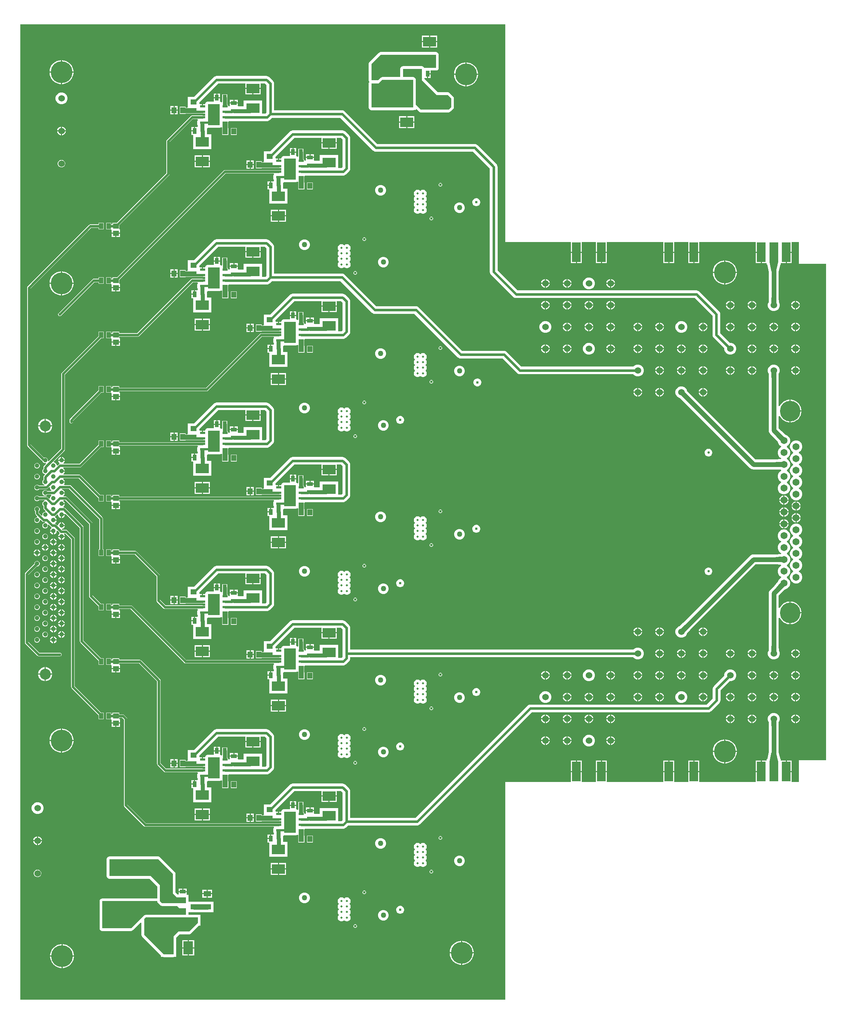
<source format=gbr>
%TF.GenerationSoftware,Altium Limited,Altium Designer,25.0.2 (28)*%
G04 Layer_Physical_Order=1*
G04 Layer_Color=255*
%FSLAX45Y45*%
%MOMM*%
%TF.SameCoordinates,B88DCB4E-FD68-4634-876E-9F1E0B8218E1*%
%TF.FilePolarity,Positive*%
%TF.FileFunction,Copper,L1,Top,Signal*%
%TF.Part,Single*%
G01*
G75*
%TA.AperFunction,SMDPad,CuDef*%
%ADD10R,3.04800X2.28600*%
%ADD11R,0.95000X1.40000*%
%ADD12R,1.80000X1.30000*%
%ADD13R,1.40000X0.95000*%
%ADD14R,1.45000X1.20000*%
%ADD15R,2.28600X3.04800*%
%ADD16R,1.20000X1.45000*%
%ADD17R,2.03200X4.57200*%
%TA.AperFunction,SMDPad,SMDef*%
G04:AMPARAMS|DCode=18|XSize=2.74681mm|YSize=4.9mm|CornerRadius=0.05494mm|HoleSize=0mm|Usage=FLASHONLY|Rotation=0.000|XOffset=0mm|YOffset=0mm|HoleType=Round|Shape=RoundedRectangle|*
%AMROUNDEDRECTD18*
21,1,2.74681,4.79013,0,0,0.0*
21,1,2.63694,4.90000,0,0,0.0*
1,1,0.10987,1.31847,-2.39507*
1,1,0.10987,-1.31847,-2.39507*
1,1,0.10987,-1.31847,2.39507*
1,1,0.10987,1.31847,2.39507*
%
%ADD18ROUNDEDRECTD18*%
%TA.AperFunction,SMDPad,CuDef*%
G04:AMPARAMS|DCode=19|XSize=0.55mm|YSize=1.25mm|CornerRadius=0.0495mm|HoleSize=0mm|Usage=FLASHONLY|Rotation=90.000|XOffset=0mm|YOffset=0mm|HoleType=Round|Shape=RoundedRectangle|*
%AMROUNDEDRECTD19*
21,1,0.55000,1.15100,0,0,90.0*
21,1,0.45100,1.25000,0,0,90.0*
1,1,0.09900,0.57550,0.22550*
1,1,0.09900,0.57550,-0.22550*
1,1,0.09900,-0.57550,-0.22550*
1,1,0.09900,-0.57550,0.22550*
%
%ADD19ROUNDEDRECTD19*%
%ADD20R,1.45000X1.30000*%
%ADD21R,1.00000X1.35000*%
%TA.AperFunction,Conductor*%
%ADD22C,0.55880*%
%ADD23C,1.29540*%
%ADD24C,0.53340*%
%ADD25C,0.60960*%
%ADD26C,1.09220*%
%ADD27C,1.14300*%
%ADD28C,0.93980*%
%ADD29C,1.19380*%
%ADD30C,0.38100*%
%TA.AperFunction,ViaPad*%
%ADD31C,1.52400*%
%TA.AperFunction,ComponentPad*%
%ADD32C,1.55000*%
%TA.AperFunction,ViaPad*%
%ADD33C,5.08000*%
%TA.AperFunction,ComponentPad*%
%ADD34C,1.70000*%
%ADD35R,1.70000X1.70000*%
%ADD36C,1.06680*%
%ADD37C,2.54000*%
%ADD38C,1.52400*%
%ADD39C,1.65000*%
%ADD40C,4.80000*%
%TA.AperFunction,ViaPad*%
%ADD41C,0.60960*%
%ADD42C,0.55880*%
%ADD43C,1.27000*%
%ADD44C,0.50000*%
G36*
X20247610Y20851164D02*
X20138390D01*
X20091705Y21069604D01*
X20294295D01*
X20247610Y20851164D01*
D02*
G37*
G36*
X20250226Y20116315D02*
X20135774D01*
X20136272Y20118098D01*
X20136716Y20122256D01*
X20137448Y20137703D01*
X20138390Y20241063D01*
X20247610D01*
X20250226Y20116315D01*
D02*
G37*
G36*
X20249728Y10361902D02*
X20249284Y10357743D01*
X20248552Y10342297D01*
X20247610Y10238937D01*
X20138390D01*
X20135774Y10363685D01*
X20250226D01*
X20249728Y10361902D01*
D02*
G37*
G36*
X20294295Y9410395D02*
X20091705D01*
X20138390Y9628835D01*
X20247610D01*
X20294295Y9410395D01*
D02*
G37*
G36*
X13919200Y21539200D02*
X15455901D01*
Y21310600D01*
X15582899D01*
X15709900D01*
Y21539200D01*
X16040100D01*
Y21310600D01*
X16167101D01*
X16294099D01*
Y21539200D01*
X17614900D01*
Y21310600D01*
X17741901D01*
X17868900D01*
Y21539200D01*
X18199100D01*
Y21310600D01*
X18326100D01*
X18453101D01*
Y21539200D01*
X19773900D01*
Y21310600D01*
X19900900D01*
Y21297900D01*
X19913600D01*
Y21043900D01*
X20027901D01*
X20030440Y21024632D01*
Y21008340D01*
X20041240D01*
X20076433Y20843675D01*
Y20242563D01*
X20076237Y20241629D01*
X20075308Y20139456D01*
X20075153Y20136205D01*
X20065187Y20118942D01*
X20055840Y20084058D01*
Y20047943D01*
X20065187Y20013058D01*
X20083244Y19981783D01*
X20108781Y19956245D01*
X20140057Y19938187D01*
X20174944Y19928841D01*
X20211057D01*
X20245943Y19938187D01*
X20277219Y19956245D01*
X20302756Y19981783D01*
X20320813Y20013058D01*
X20330161Y20047943D01*
Y20084058D01*
X20320813Y20118942D01*
X20312019Y20134174D01*
X20309750Y20242366D01*
X20309567Y20243198D01*
Y20843675D01*
X20344760Y21008340D01*
X20355560D01*
Y21024632D01*
X20358099Y21043900D01*
X20472400D01*
Y21297900D01*
X20485100D01*
Y21310600D01*
X20612100D01*
Y21539200D01*
X20777200D01*
Y21031200D01*
X21412199D01*
Y9448800D01*
X20777200D01*
Y8940800D01*
X20612100D01*
Y9169400D01*
X20485100D01*
Y9182100D01*
X20472400D01*
Y9436100D01*
X20358099D01*
X20355560Y9455368D01*
Y9471660D01*
X20344760D01*
X20309567Y9636325D01*
Y10237437D01*
X20309763Y10238371D01*
X20310692Y10340544D01*
X20310847Y10343796D01*
X20320813Y10361058D01*
X20330161Y10395943D01*
Y10432057D01*
X20320813Y10466942D01*
X20302756Y10498218D01*
X20277219Y10523755D01*
X20245943Y10541813D01*
X20211057Y10551160D01*
X20174944D01*
X20140057Y10541813D01*
X20108781Y10523755D01*
X20083244Y10498218D01*
X20065187Y10466942D01*
X20055840Y10432057D01*
Y10395943D01*
X20065187Y10361058D01*
X20073981Y10345827D01*
X20076250Y10237634D01*
X20076433Y10236803D01*
Y9636325D01*
X20041240Y9471660D01*
X20030440D01*
Y9455368D01*
X20027901Y9436100D01*
X19913600D01*
Y9182100D01*
X19900900D01*
Y9169400D01*
X19773900D01*
Y8940800D01*
X18453101D01*
Y9169400D01*
X18326100D01*
X18199100D01*
Y8940800D01*
X17868900D01*
Y9169400D01*
X17741901D01*
X17614900D01*
Y8940800D01*
X16294099D01*
Y9169400D01*
X16167099D01*
X16040099D01*
Y8940800D01*
X15709898D01*
Y9169400D01*
X15582899D01*
X15455899D01*
Y8940800D01*
X13919200D01*
Y3860800D01*
X2590800D01*
Y26619199D01*
X13919200D01*
Y21539200D01*
D02*
G37*
%LPC*%
G36*
X12331700Y26352499D02*
X12166600D01*
Y26225500D01*
X12331700D01*
Y26352499D01*
D02*
G37*
G36*
X12141200D02*
X11976100D01*
Y26225500D01*
X12141200D01*
Y26352499D01*
D02*
G37*
G36*
X12331700Y26200101D02*
X12166600D01*
Y26073099D01*
X12331700D01*
Y26200101D01*
D02*
G37*
G36*
X12141200D02*
X11976100D01*
Y26073099D01*
X12141200D01*
Y26200101D01*
D02*
G37*
G36*
X3577989Y25781000D02*
X3568700D01*
Y25514301D01*
X3835400D01*
Y25523589D01*
X3828520Y25567026D01*
X3814930Y25608853D01*
X3794964Y25648038D01*
X3769114Y25683618D01*
X3738017Y25714713D01*
X3702437Y25740564D01*
X3663252Y25760529D01*
X3621426Y25774121D01*
X3577989Y25781000D01*
D02*
G37*
G36*
X3543300D02*
X3534011D01*
X3490574Y25774121D01*
X3448748Y25760529D01*
X3409563Y25740564D01*
X3373983Y25714713D01*
X3342886Y25683618D01*
X3317036Y25648038D01*
X3297070Y25608853D01*
X3283480Y25567026D01*
X3276600Y25523589D01*
Y25514301D01*
X3543300D01*
Y25781000D01*
D02*
G37*
G36*
X13026788Y25730200D02*
X13017500D01*
Y25463499D01*
X13284200D01*
Y25472789D01*
X13277319Y25516226D01*
X13263730Y25558052D01*
X13243764Y25597237D01*
X13217914Y25632816D01*
X13186816Y25663913D01*
X13151237Y25689764D01*
X13112051Y25709729D01*
X13070226Y25723318D01*
X13026788Y25730200D01*
D02*
G37*
G36*
X12992101D02*
X12982811D01*
X12939374Y25723318D01*
X12897548Y25709729D01*
X12858363Y25689764D01*
X12822783Y25663913D01*
X12791686Y25632816D01*
X12765836Y25597237D01*
X12745870Y25558052D01*
X12732280Y25516226D01*
X12725400Y25472789D01*
Y25463499D01*
X12992101D01*
Y25730200D01*
D02*
G37*
G36*
X12179600Y25450800D02*
X12119400D01*
Y25368100D01*
X12179600D01*
Y25450800D01*
D02*
G37*
G36*
X3835400Y25488901D02*
X3568700D01*
Y25222200D01*
X3577989D01*
X3621426Y25229080D01*
X3663252Y25242670D01*
X3702437Y25262636D01*
X3738017Y25288486D01*
X3769114Y25319583D01*
X3794964Y25355164D01*
X3814930Y25394348D01*
X3828520Y25436174D01*
X3835400Y25479611D01*
Y25488901D01*
D02*
G37*
G36*
X3543300D02*
X3276600D01*
Y25479611D01*
X3283480Y25436174D01*
X3297070Y25394348D01*
X3317036Y25355164D01*
X3342886Y25319583D01*
X3373983Y25288486D01*
X3409563Y25262636D01*
X3448748Y25242670D01*
X3490574Y25229080D01*
X3534011Y25222200D01*
X3543300D01*
Y25488901D01*
D02*
G37*
G36*
X13284200Y25438100D02*
X13017500D01*
Y25171400D01*
X13026788D01*
X13070226Y25178281D01*
X13112051Y25191870D01*
X13151237Y25211836D01*
X13186816Y25237686D01*
X13217914Y25268784D01*
X13243764Y25304362D01*
X13263730Y25343549D01*
X13277319Y25385374D01*
X13284200Y25428812D01*
Y25438100D01*
D02*
G37*
G36*
X12992101D02*
X12725400D01*
Y25428812D01*
X12732280Y25385374D01*
X12745870Y25343549D01*
X12765836Y25304362D01*
X12791686Y25268784D01*
X12822783Y25237686D01*
X12858363Y25211836D01*
X12897548Y25191870D01*
X12939374Y25178281D01*
X12982811Y25171400D01*
X12992101D01*
Y25438100D01*
D02*
G37*
G36*
X3574057Y25029160D02*
X3537943D01*
X3503058Y25019814D01*
X3471782Y25001755D01*
X3446245Y24976218D01*
X3428187Y24944942D01*
X3418840Y24910057D01*
Y24873943D01*
X3428187Y24839058D01*
X3446245Y24807782D01*
X3471782Y24782245D01*
X3503058Y24764188D01*
X3537943Y24754840D01*
X3574057D01*
X3608942Y24764188D01*
X3640218Y24782245D01*
X3665755Y24807782D01*
X3683813Y24839058D01*
X3693160Y24873943D01*
Y24910057D01*
X3683813Y24944942D01*
X3665755Y24976218D01*
X3640218Y25001755D01*
X3608942Y25019814D01*
X3574057Y25029160D01*
D02*
G37*
G36*
X8343900Y25413467D02*
X7176900D01*
X7153692Y25410413D01*
X7132066Y25401454D01*
X7113496Y25387204D01*
X6648751Y24922459D01*
X6508640D01*
Y24680540D01*
X6491877Y24671953D01*
X6456660D01*
Y24695261D01*
X6316340D01*
Y24529939D01*
X6456660D01*
Y24531047D01*
X6642100D01*
X6644325Y24531340D01*
X6724760D01*
Y24536093D01*
X6790747D01*
X6791950Y24535596D01*
X6907050D01*
X6913126Y24531535D01*
Y24490465D01*
X6907050Y24486404D01*
X6862227D01*
X6849500Y24488936D01*
X6604000D01*
X6588143Y24485782D01*
X6574700Y24476801D01*
X6015900Y23917999D01*
X6006918Y23904556D01*
X6003764Y23888699D01*
Y23143864D01*
X4842560Y21982660D01*
X4743340D01*
Y21948936D01*
X4722160D01*
Y21985159D01*
X4601840D01*
Y21829840D01*
X4709047Y21829840D01*
X4722159Y21829839D01*
X4728100Y21811981D01*
Y21755202D01*
X4826000D01*
X4923900D01*
Y21832901D01*
X4908660D01*
Y21931560D01*
X6074500Y23097400D01*
X6083482Y23110843D01*
X6086637Y23126700D01*
X6086636Y23126701D01*
Y23871536D01*
X6621164Y24406064D01*
X6732506D01*
X6736955Y24400339D01*
X6741632Y24385744D01*
X6734378Y24376289D01*
X6727736Y24360255D01*
X6725471Y24343050D01*
Y24297951D01*
X6727736Y24280743D01*
X6734378Y24264711D01*
X6739508Y24258025D01*
Y24244598D01*
X6736800Y24225400D01*
X6676601D01*
Y24130000D01*
X6663901D01*
Y24117300D01*
X6591000D01*
Y24034599D01*
X6631940D01*
Y23700740D01*
X7058660D01*
Y24051260D01*
X6957781D01*
Y24130000D01*
X6957360Y24133202D01*
Y24188217D01*
X6977680Y24204791D01*
X6980153Y24204466D01*
X7243847D01*
X7261195Y24206750D01*
X7277360Y24213446D01*
X7286874Y24220747D01*
X7306620Y24213913D01*
X7310140Y24199960D01*
X7310140Y24199960D01*
X7310140Y24199959D01*
Y24034641D01*
X7450460D01*
Y24199960D01*
X7446591D01*
Y24290021D01*
X7446236Y24292715D01*
X7448405Y24297951D01*
Y24343050D01*
X7464276Y24357832D01*
X8356600D01*
X8379807Y24360889D01*
X8401434Y24369846D01*
X8420004Y24384096D01*
X8469941Y24434033D01*
X10072059D01*
X10833196Y23672896D01*
X10851766Y23658646D01*
X10873393Y23649689D01*
X10896600Y23646632D01*
X13170859D01*
X13562833Y23254659D01*
Y20840700D01*
X13565887Y20817493D01*
X13574846Y20795866D01*
X13589096Y20777296D01*
X14109796Y20256596D01*
X14128366Y20242346D01*
X14149992Y20233388D01*
X14173199Y20230333D01*
X18352460D01*
X18764050Y19818742D01*
Y19373283D01*
X18767105Y19350076D01*
X18776064Y19328450D01*
X18790314Y19309879D01*
X19039841Y19060352D01*
Y19031943D01*
X19049187Y18997058D01*
X19067245Y18965782D01*
X19092783Y18940245D01*
X19124059Y18922186D01*
X19158943Y18912840D01*
X19195058D01*
X19229942Y18922186D01*
X19261218Y18940245D01*
X19286755Y18965782D01*
X19304813Y18997058D01*
X19314160Y19031943D01*
Y19068057D01*
X19304813Y19102942D01*
X19286755Y19134218D01*
X19261218Y19159755D01*
X19229942Y19177814D01*
X19195058Y19187160D01*
X19166647D01*
X18943384Y19410423D01*
Y19855882D01*
X18940329Y19879091D01*
X18931371Y19900717D01*
X18917120Y19919287D01*
X18453004Y20383405D01*
X18434435Y20397655D01*
X18412807Y20406612D01*
X18389600Y20409666D01*
X14210341D01*
X13742168Y20877841D01*
Y23291800D01*
X13739111Y23315007D01*
X13730154Y23336633D01*
X13715904Y23355203D01*
X13271404Y23799704D01*
X13252834Y23813954D01*
X13231207Y23822913D01*
X13208000Y23825967D01*
X10933741D01*
X10172604Y24587103D01*
X10154034Y24601353D01*
X10132407Y24610312D01*
X10109200Y24613367D01*
X8522467D01*
Y25234900D01*
X8519412Y25258107D01*
X8510454Y25279733D01*
X8496204Y25298305D01*
X8407304Y25387204D01*
X8388734Y25401454D01*
X8367107Y25410413D01*
X8343900Y25413467D01*
D02*
G37*
G36*
X6271900Y24710500D02*
X6199200D01*
Y24625301D01*
X6271900D01*
Y24710500D01*
D02*
G37*
G36*
X6173800D02*
X6101100D01*
Y24625301D01*
X6173800D01*
Y24710500D01*
D02*
G37*
G36*
X12306300Y25970154D02*
X11010900D01*
X10987115Y25965424D01*
X10966950Y25951950D01*
X10751050Y25736050D01*
X10737577Y25715887D01*
X10732846Y25692099D01*
Y25311099D01*
X10737577Y25287315D01*
X10747142Y25273000D01*
X10737577Y25258685D01*
X10732846Y25234900D01*
Y24676100D01*
X10737577Y24652315D01*
X10751050Y24632150D01*
X10771215Y24618677D01*
X10795000Y24613947D01*
X11772900D01*
X11778904Y24615140D01*
X11833860D01*
Y24627692D01*
X11852633Y24635468D01*
X11906750Y24581351D01*
X11926914Y24567877D01*
X11950700Y24563145D01*
X12598400D01*
X12622185Y24567877D01*
X12642350Y24581351D01*
X12705850Y24644850D01*
X12719323Y24665015D01*
X12724054Y24688800D01*
Y24892000D01*
X12719323Y24915787D01*
X12705850Y24935950D01*
X12629650Y25012151D01*
X12609486Y25025623D01*
X12585700Y25030354D01*
X12344745D01*
X12038254Y25336845D01*
Y25368100D01*
X12094000D01*
Y25463499D01*
X12106700D01*
Y25476199D01*
X12179600D01*
Y25541046D01*
X12306300D01*
X12330085Y25545776D01*
X12350250Y25559250D01*
X12363723Y25579414D01*
X12363907Y25580341D01*
X12367260D01*
Y25597195D01*
X12368454Y25603201D01*
Y25907999D01*
X12367260Y25914005D01*
Y25930859D01*
X12363907D01*
X12363723Y25931784D01*
X12350250Y25951950D01*
X12330085Y25965424D01*
X12306300Y25970154D01*
D02*
G37*
G36*
X6271900Y24599899D02*
X6199200D01*
Y24514700D01*
X6271900D01*
Y24599899D01*
D02*
G37*
G36*
X6173800D02*
X6101100D01*
Y24514700D01*
X6173800D01*
Y24599899D01*
D02*
G37*
G36*
X11798300Y24472900D02*
X11633200D01*
Y24345900D01*
X11798300D01*
Y24472900D01*
D02*
G37*
G36*
X11607800D02*
X11442700D01*
Y24345900D01*
X11607800D01*
Y24472900D01*
D02*
G37*
G36*
X11798300Y24320500D02*
X11633200D01*
Y24193500D01*
X11798300D01*
Y24320500D01*
D02*
G37*
G36*
X11607800D02*
X11442700D01*
Y24193500D01*
X11607800D01*
Y24320500D01*
D02*
G37*
G36*
X3569376Y24231599D02*
X3568700D01*
Y24142700D01*
X3657600D01*
Y24143376D01*
X3650676Y24169215D01*
X3637300Y24192384D01*
X3618384Y24211301D01*
X3595216Y24224677D01*
X3569376Y24231599D01*
D02*
G37*
G36*
X3543300D02*
X3542624D01*
X3516784Y24224677D01*
X3493616Y24211301D01*
X3474700Y24192384D01*
X3461324Y24169215D01*
X3454400Y24143376D01*
Y24142700D01*
X3543300D01*
Y24231599D01*
D02*
G37*
G36*
X6651201Y24225400D02*
X6591000D01*
Y24142700D01*
X6651201D01*
Y24225400D01*
D02*
G37*
G36*
X7650460Y24199960D02*
X7510140D01*
Y24034641D01*
X7650460D01*
Y24199960D01*
D02*
G37*
G36*
X3657600Y24117300D02*
X3568700D01*
Y24028400D01*
X3569376D01*
X3595216Y24035324D01*
X3618384Y24048700D01*
X3637300Y24067616D01*
X3650676Y24090784D01*
X3657600Y24116624D01*
Y24117300D01*
D02*
G37*
G36*
X3543300D02*
X3454400D01*
Y24116624D01*
X3461324Y24090784D01*
X3474700Y24067616D01*
X3493616Y24048700D01*
X3516784Y24035324D01*
X3542624Y24028400D01*
X3543300D01*
Y24117300D01*
D02*
G37*
G36*
X7023100Y23558501D02*
X6858000D01*
Y23431500D01*
X7023100D01*
Y23558501D01*
D02*
G37*
G36*
X6832600D02*
X6667500D01*
Y23431500D01*
X6832600D01*
Y23558501D01*
D02*
G37*
G36*
X10121900Y24143468D02*
X8954900D01*
X8931692Y24140411D01*
X8910066Y24131454D01*
X8891496Y24117204D01*
X8426751Y23652460D01*
X8286640D01*
Y23410539D01*
X8269877Y23401953D01*
X8234660D01*
Y23425259D01*
X8094340D01*
Y23259940D01*
X8234660D01*
Y23261047D01*
X8420100D01*
X8422325Y23261340D01*
X8502760D01*
Y23266093D01*
X8568747D01*
X8569950Y23265594D01*
X8685050D01*
X8691126Y23261536D01*
Y23220465D01*
X8685050Y23216405D01*
X8569950D01*
X8569809Y23216347D01*
X7373499D01*
X7358633Y23213390D01*
X7346031Y23204968D01*
X4853723Y20712662D01*
X4743340D01*
Y20678937D01*
X4722160D01*
Y20715160D01*
X4601840D01*
Y20559840D01*
X4709047Y20559840D01*
X4722159Y20559839D01*
X4728100Y20541982D01*
Y20485202D01*
X4826000D01*
X4923900D01*
Y20562901D01*
X4908660D01*
Y20657724D01*
X7389590Y23138654D01*
X8513798D01*
X8520162Y23125711D01*
X8521619Y23118333D01*
X8512378Y23106290D01*
X8505736Y23090256D01*
X8503471Y23073050D01*
Y23027950D01*
X8505736Y23010744D01*
X8512378Y22994711D01*
X8517508Y22988023D01*
Y22974599D01*
X8514800Y22955400D01*
X8454601D01*
Y22860001D01*
X8441901D01*
Y22847301D01*
X8369000D01*
Y22764600D01*
X8409940D01*
Y22430740D01*
X8836660D01*
Y22781261D01*
X8735781D01*
Y22860001D01*
X8735360Y22863200D01*
Y22918217D01*
X8755680Y22934792D01*
X8758153Y22934467D01*
X9021847D01*
X9039195Y22936749D01*
X9055360Y22943446D01*
X9064874Y22950748D01*
X9084620Y22943913D01*
X9088140Y22929961D01*
X9088140Y22929961D01*
X9088140Y22929959D01*
Y22764639D01*
X9228460D01*
Y22929961D01*
X9224591D01*
Y23020020D01*
X9224236Y23022716D01*
X9226405Y23027950D01*
Y23073050D01*
X9242276Y23087833D01*
X10134600D01*
X10157807Y23090887D01*
X10179434Y23099846D01*
X10198004Y23114096D01*
X10261014Y23177106D01*
X10266945Y23180530D01*
X10283970Y23197556D01*
X10296008Y23218405D01*
X10302240Y23241663D01*
Y23265738D01*
X10300467Y23272356D01*
Y23964900D01*
X10297412Y23988107D01*
X10288454Y24009734D01*
X10274204Y24028304D01*
X10185304Y24117204D01*
X10166734Y24131454D01*
X10145107Y24140411D01*
X10121900Y24143468D01*
D02*
G37*
G36*
X8049900Y23440500D02*
X7977200D01*
Y23355299D01*
X8049900D01*
Y23440500D01*
D02*
G37*
G36*
X7951800D02*
X7879100D01*
Y23355299D01*
X7951800D01*
Y23440500D01*
D02*
G37*
G36*
X3567370Y23454359D02*
X3544630D01*
X3522666Y23448476D01*
X3502974Y23437105D01*
X3486895Y23421027D01*
X3475525Y23401334D01*
X3469640Y23379370D01*
Y23356630D01*
X3475525Y23334666D01*
X3486895Y23314973D01*
X3502974Y23298895D01*
X3522666Y23287524D01*
X3544630Y23281641D01*
X3567370D01*
X3589334Y23287524D01*
X3609026Y23298895D01*
X3625105Y23314973D01*
X3636475Y23334666D01*
X3642360Y23356630D01*
Y23379370D01*
X3636475Y23401334D01*
X3625105Y23421027D01*
X3609026Y23437105D01*
X3589334Y23448476D01*
X3567370Y23454359D01*
D02*
G37*
G36*
X7023100Y23406100D02*
X6858000D01*
Y23279100D01*
X7023100D01*
Y23406100D01*
D02*
G37*
G36*
X6832600D02*
X6667500D01*
Y23279100D01*
X6832600D01*
Y23406100D01*
D02*
G37*
G36*
X8049900Y23329900D02*
X7977200D01*
Y23244701D01*
X8049900D01*
Y23329900D01*
D02*
G37*
G36*
X7951800D02*
X7879100D01*
Y23244701D01*
X7951800D01*
Y23329900D01*
D02*
G37*
G36*
X8429201Y22955400D02*
X8369000D01*
Y22872701D01*
X8429201D01*
Y22955400D01*
D02*
G37*
G36*
X12414384Y22913341D02*
X12398216D01*
X12383279Y22907153D01*
X12371847Y22895721D01*
X12365660Y22880785D01*
Y22864616D01*
X12371847Y22849680D01*
X12383279Y22838248D01*
X12398216Y22832060D01*
X12414384D01*
X12429321Y22838248D01*
X12440753Y22849680D01*
X12446940Y22864616D01*
Y22880785D01*
X12440753Y22895721D01*
X12429321Y22907153D01*
X12414384Y22913341D01*
D02*
G37*
G36*
X9428460Y22929961D02*
X9288140D01*
Y22764639D01*
X9428460D01*
Y22929961D01*
D02*
G37*
G36*
X12014317Y22759959D02*
X11991683D01*
X11969821Y22754102D01*
X11950219Y22742786D01*
X11938000Y22730566D01*
X11925781Y22742786D01*
X11906179Y22754102D01*
X11884317Y22759959D01*
X11861683D01*
X11839821Y22754102D01*
X11820219Y22742786D01*
X11804215Y22726781D01*
X11792898Y22707179D01*
X11787040Y22685316D01*
Y22662683D01*
X11792898Y22640820D01*
X11804215Y22621219D01*
X11816434Y22609000D01*
X11804215Y22596780D01*
X11792898Y22577179D01*
X11787040Y22555318D01*
Y22532683D01*
X11792898Y22510822D01*
X11804215Y22491219D01*
X11816434Y22478999D01*
X11804215Y22466782D01*
X11792898Y22447179D01*
X11787040Y22425317D01*
Y22402682D01*
X11792898Y22380821D01*
X11804215Y22361218D01*
X11816434Y22349001D01*
X11804215Y22336781D01*
X11792898Y22317178D01*
X11787040Y22295317D01*
Y22272684D01*
X11792898Y22250821D01*
X11804215Y22231219D01*
X11820219Y22215215D01*
X11839821Y22203899D01*
X11861683Y22198039D01*
X11884317D01*
X11906179Y22203899D01*
X11925781Y22215215D01*
X11938000Y22227434D01*
X11950219Y22215215D01*
X11969821Y22203899D01*
X11991683Y22198039D01*
X12014317D01*
X12036179Y22203899D01*
X12055781Y22215215D01*
X12071785Y22231219D01*
X12083102Y22250821D01*
X12088960Y22272684D01*
Y22295317D01*
X12083102Y22317178D01*
X12071785Y22336781D01*
X12059566Y22349001D01*
X12071785Y22361218D01*
X12083102Y22380821D01*
X12088960Y22402682D01*
Y22425317D01*
X12083102Y22447179D01*
X12071785Y22466782D01*
X12059566Y22478999D01*
X12071785Y22491219D01*
X12083102Y22510822D01*
X12088960Y22532683D01*
Y22555318D01*
X12083102Y22577179D01*
X12071785Y22596780D01*
X12059566Y22609000D01*
X12071785Y22621219D01*
X12083102Y22640820D01*
X12088960Y22662683D01*
Y22685316D01*
X12083102Y22707179D01*
X12071785Y22726781D01*
X12055781Y22742786D01*
X12036179Y22754102D01*
X12014317Y22759959D01*
D02*
G37*
G36*
X11027286Y22870160D02*
X10994514D01*
X10962860Y22861678D01*
X10934480Y22845293D01*
X10911307Y22822121D01*
X10894922Y22793739D01*
X10886440Y22762086D01*
Y22729314D01*
X10894922Y22697659D01*
X10911307Y22669279D01*
X10934480Y22646107D01*
X10962860Y22629723D01*
X10994514Y22621240D01*
X11027286D01*
X11058940Y22629723D01*
X11087320Y22646107D01*
X11110493Y22669279D01*
X11126878Y22697659D01*
X11135360Y22729314D01*
Y22762086D01*
X11126878Y22793739D01*
X11110493Y22822121D01*
X11087320Y22845293D01*
X11058940Y22861678D01*
X11027286Y22870160D01*
D02*
G37*
G36*
X13258138Y22557739D02*
X13234062D01*
X13210805Y22551508D01*
X13189955Y22539470D01*
X13172929Y22522446D01*
X13160892Y22501595D01*
X13154660Y22478339D01*
Y22454262D01*
X13160892Y22431004D01*
X13172929Y22410155D01*
X13189955Y22393130D01*
X13210805Y22381091D01*
X13234062Y22374860D01*
X13258138D01*
X13281395Y22381091D01*
X13302245Y22393130D01*
X13319270Y22410155D01*
X13331308Y22431004D01*
X13337540Y22454262D01*
Y22478339D01*
X13331308Y22501595D01*
X13319270Y22522446D01*
X13302245Y22539470D01*
X13281395Y22551508D01*
X13258138Y22557739D01*
D02*
G37*
G36*
X12868787Y22463760D02*
X12836014D01*
X12804359Y22455278D01*
X12775980Y22438893D01*
X12752807Y22415720D01*
X12736422Y22387340D01*
X12727940Y22355685D01*
Y22322914D01*
X12736422Y22291260D01*
X12752807Y22262880D01*
X12775980Y22239706D01*
X12804359Y22223322D01*
X12836014Y22214841D01*
X12868787D01*
X12900439Y22223322D01*
X12928819Y22239706D01*
X12951993Y22262880D01*
X12968378Y22291260D01*
X12976860Y22322914D01*
Y22355685D01*
X12968378Y22387340D01*
X12951993Y22415720D01*
X12928819Y22438893D01*
X12900439Y22455278D01*
X12868787Y22463760D01*
D02*
G37*
G36*
X8801100Y22288499D02*
X8636000D01*
Y22161501D01*
X8801100D01*
Y22288499D01*
D02*
G37*
G36*
X8610600D02*
X8445500D01*
Y22161501D01*
X8610600D01*
Y22288499D01*
D02*
G37*
G36*
X12203684Y22125940D02*
X12187516D01*
X12172579Y22119753D01*
X12161147Y22108321D01*
X12154960Y22093384D01*
Y22077216D01*
X12161147Y22062279D01*
X12172579Y22050847D01*
X12187516Y22044659D01*
X12203684D01*
X12218621Y22050847D01*
X12230053Y22062279D01*
X12236240Y22077216D01*
Y22093384D01*
X12230053Y22108321D01*
X12218621Y22119753D01*
X12203684Y22125940D01*
D02*
G37*
G36*
X8801100Y22136099D02*
X8636000D01*
Y22009100D01*
X8801100D01*
Y22136099D01*
D02*
G37*
G36*
X8610600D02*
X8445500D01*
Y22009100D01*
X8610600D01*
Y22136099D01*
D02*
G37*
G36*
X4542160Y21985159D02*
X4421840D01*
Y21948936D01*
X4229100D01*
X4213243Y21945782D01*
X4199800Y21936800D01*
X2764700Y20501700D01*
X2755718Y20488257D01*
X2752564Y20472400D01*
Y16802098D01*
X2755718Y16786243D01*
X2764700Y16772800D01*
X3097439Y16440060D01*
X3110882Y16431078D01*
X3112815Y16430693D01*
X3121167Y16410530D01*
X3139030Y16392667D01*
X3162369Y16383000D01*
X3187631D01*
X3190418Y16384154D01*
X3201928Y16366928D01*
X3145700Y16310699D01*
X3136718Y16297256D01*
X3133564Y16281400D01*
Y16240866D01*
X3121167Y16228470D01*
X3111500Y16205132D01*
Y16179869D01*
X3121167Y16156531D01*
X3139030Y16138667D01*
X3162369Y16128999D01*
X3163863D01*
X3172280Y16108681D01*
X3145700Y16082100D01*
X3136718Y16068657D01*
X3133564Y16052800D01*
Y15986867D01*
X3121167Y15974471D01*
X3111500Y15951131D01*
Y15925870D01*
X3121167Y15902530D01*
X3139030Y15884666D01*
X3155823Y15877711D01*
X3164246Y15859764D01*
X3164873Y15854680D01*
X3163708Y15852936D01*
X3032866D01*
X3020470Y15865334D01*
X2997131Y15875000D01*
X2971869D01*
X2948530Y15865334D01*
X2930667Y15847470D01*
X2921000Y15824130D01*
Y15798869D01*
X2930667Y15775529D01*
X2948530Y15757668D01*
X2971869Y15748000D01*
X2997131D01*
X3020470Y15757668D01*
X3032866Y15770064D01*
X3200400D01*
X3216257Y15773218D01*
X3229700Y15782201D01*
X3266440Y15818941D01*
X3286760Y15810522D01*
Y15801134D01*
X3292126Y15781107D01*
X3302492Y15763153D01*
X3317153Y15748492D01*
X3321025Y15746255D01*
X3315580Y15725935D01*
X3223366D01*
X3210970Y15738333D01*
X3187631Y15748000D01*
X3162369D01*
X3139030Y15738333D01*
X3121167Y15720470D01*
X3111500Y15697131D01*
Y15671869D01*
X3121167Y15648531D01*
X3139030Y15630667D01*
X3162369Y15621001D01*
X3187631D01*
X3210970Y15630667D01*
X3223366Y15643063D01*
X3315580D01*
X3321025Y15622745D01*
X3317153Y15620508D01*
X3302492Y15605847D01*
X3292126Y15587894D01*
X3286760Y15567867D01*
Y15558476D01*
X3266440Y15550060D01*
X3229700Y15586800D01*
X3216257Y15595782D01*
X3200400Y15598936D01*
X3032866D01*
X3020470Y15611333D01*
X2997131Y15621001D01*
X2971869D01*
X2948530Y15611333D01*
X2930667Y15593469D01*
X2921000Y15570131D01*
Y15544868D01*
X2930667Y15521530D01*
X2948530Y15503667D01*
X2971869Y15494000D01*
X2997131D01*
X3020470Y15503667D01*
X3032866Y15516064D01*
X3163708D01*
X3164873Y15514320D01*
X3164246Y15509236D01*
X3155823Y15491289D01*
X3139030Y15484332D01*
X3121167Y15466470D01*
X3111500Y15443130D01*
Y15417870D01*
X3121167Y15394530D01*
X3133564Y15382133D01*
Y15328900D01*
X3136718Y15313043D01*
X3145700Y15299600D01*
X3184980Y15260320D01*
X3176563Y15239999D01*
X3162369D01*
X3139030Y15230333D01*
X3121167Y15212469D01*
X3111500Y15189131D01*
Y15163869D01*
X3112654Y15161082D01*
X3095428Y15149573D01*
X3025936Y15219064D01*
Y15255135D01*
X3038333Y15267529D01*
X3048000Y15290869D01*
Y15316132D01*
X3038333Y15339470D01*
X3020470Y15357333D01*
X2997131Y15367000D01*
X2971869D01*
X2948530Y15357333D01*
X2930667Y15339470D01*
X2921000Y15316132D01*
Y15290869D01*
X2930667Y15267529D01*
X2943064Y15255135D01*
Y15201900D01*
X2946218Y15186043D01*
X2955200Y15172600D01*
X2994480Y15133321D01*
X2986063Y15113000D01*
X2971869D01*
X2948530Y15103333D01*
X2930667Y15085471D01*
X2921000Y15062131D01*
Y15036868D01*
X2930667Y15013530D01*
X2948530Y14995667D01*
X2971869Y14986000D01*
X2997131D01*
X3020470Y14995667D01*
X3038333Y15013530D01*
X3048000Y15036868D01*
Y15051064D01*
X3068320Y15059480D01*
X3107600Y15020200D01*
X3121043Y15011218D01*
X3136900Y15008064D01*
X3181492D01*
X3182424Y15006320D01*
X3170245Y14986000D01*
X3162369D01*
X3139030Y14976334D01*
X3121167Y14958470D01*
X3111500Y14935130D01*
Y14909869D01*
X3121167Y14886530D01*
X3139030Y14868668D01*
X3162369Y14859000D01*
X3187631D01*
X3210970Y14868668D01*
X3228833Y14886530D01*
X3238500Y14909869D01*
Y14935130D01*
X3237346Y14937918D01*
X3254572Y14949428D01*
X3310800Y14893201D01*
X3322760Y14885210D01*
X3324653Y14876794D01*
X3325400Y14863269D01*
X3317153Y14858508D01*
X3302492Y14843848D01*
X3292126Y14825893D01*
X3287385Y14808200D01*
X3365500D01*
Y14795500D01*
X3378200D01*
Y14717384D01*
X3395893Y14722125D01*
X3413847Y14732492D01*
X3428508Y14747153D01*
X3438874Y14765108D01*
X3444240Y14785133D01*
Y14794524D01*
X3464560Y14802940D01*
X3510744Y14756757D01*
X3511511Y14742764D01*
X3509094Y14732339D01*
X3507653Y14731508D01*
X3492992Y14716847D01*
X3482626Y14698894D01*
X3477885Y14681200D01*
X3556000D01*
X3634115D01*
X3629374Y14698894D01*
X3619008Y14716847D01*
X3616210Y14719646D01*
X3623425Y14737796D01*
X3642002Y14739799D01*
X3781264Y14600536D01*
Y11154300D01*
X3784418Y11138443D01*
X3793400Y11125000D01*
X4421840Y10496560D01*
Y10399840D01*
X4542160D01*
Y10555160D01*
X4480440D01*
X3864136Y11171463D01*
Y14617700D01*
X3860982Y14633557D01*
X3852000Y14647000D01*
X3686900Y14812100D01*
X3673457Y14821082D01*
X3657600Y14824236D01*
X3572013D01*
X3569338Y14844556D01*
X3586393Y14849126D01*
X3604347Y14859492D01*
X3619008Y14874153D01*
X3629374Y14892107D01*
X3634115Y14909801D01*
X3556000D01*
Y14922501D01*
X3543300D01*
Y15000615D01*
X3525607Y14995874D01*
X3507653Y14985509D01*
X3492992Y14970847D01*
X3482626Y14952893D01*
X3477960Y14935477D01*
X3469548Y14930928D01*
X3456940Y14927760D01*
X3432900Y14951801D01*
X3419457Y14960782D01*
X3412391Y14962189D01*
X3408854Y14983609D01*
X3413847Y14986491D01*
X3428508Y15001154D01*
X3438874Y15019107D01*
X3443615Y15036800D01*
X3365500D01*
Y15062199D01*
X3443615D01*
X3438874Y15079893D01*
X3428508Y15097847D01*
X3413847Y15112508D01*
X3405600Y15117268D01*
X3406347Y15130794D01*
X3408240Y15139209D01*
X3420200Y15147200D01*
X3456940Y15183940D01*
X3477260Y15175523D01*
Y15166135D01*
X3482626Y15146107D01*
X3492992Y15128152D01*
X3507653Y15113492D01*
X3525607Y15103127D01*
X3543300Y15098386D01*
Y15176500D01*
X3556000D01*
Y15189200D01*
X3635075D01*
X3652462Y15199239D01*
X3984464Y14867236D01*
Y12221100D01*
X3987618Y12205243D01*
X3996600Y12191800D01*
X4421840Y11766560D01*
Y11669840D01*
X4542160D01*
Y11825160D01*
X4480440D01*
X4067336Y12238263D01*
Y14884399D01*
X4064182Y14900256D01*
X4055200Y14913699D01*
X3636100Y15332800D01*
X3622657Y15341782D01*
X3606800Y15344936D01*
X3605920D01*
X3600475Y15365256D01*
X3604347Y15367493D01*
X3619008Y15382153D01*
X3629374Y15400107D01*
X3634115Y15417799D01*
X3556000D01*
Y15443201D01*
X3634115D01*
X3629374Y15460893D01*
X3619008Y15478847D01*
X3604347Y15493507D01*
X3600475Y15495744D01*
X3605920Y15516064D01*
X3640436D01*
X4200364Y14956136D01*
Y13275200D01*
X4203518Y13259343D01*
X4212500Y13245900D01*
X4421840Y13036560D01*
Y12939841D01*
X4542160D01*
Y13095160D01*
X4480440D01*
X4283236Y13292363D01*
Y14973300D01*
X4280082Y14989157D01*
X4271100Y15002600D01*
X3686900Y15586800D01*
X3673457Y15595782D01*
X3657600Y15598936D01*
X3605920D01*
X3600475Y15619257D01*
X3604347Y15621492D01*
X3619008Y15636153D01*
X3629374Y15654108D01*
X3634115Y15671800D01*
X3556000D01*
Y15697200D01*
X3634115D01*
X3629374Y15714893D01*
X3619008Y15732848D01*
X3604347Y15747508D01*
X3586393Y15757874D01*
X3569338Y15762444D01*
X3572013Y15782764D01*
X3729336D01*
X4440564Y15071536D01*
Y14365160D01*
X4421840D01*
Y14209840D01*
X4542160D01*
Y14365160D01*
X4523436D01*
Y15088699D01*
X4520282Y15104556D01*
X4511300Y15117999D01*
X3775800Y15853500D01*
X3762357Y15862482D01*
X3746500Y15865636D01*
X3623228D01*
X3614811Y15885956D01*
X3619008Y15890154D01*
X3629374Y15908107D01*
X3634115Y15925800D01*
X3556000D01*
Y15951199D01*
X3634115D01*
X3629374Y15968893D01*
X3619008Y15986847D01*
X3604347Y16001508D01*
X3600475Y16003745D01*
X3605920Y16024065D01*
X3956836D01*
X4415680Y15565221D01*
X4421840Y15561104D01*
Y15479840D01*
X4542160D01*
Y15635159D01*
X4466483D01*
X4462480Y15635956D01*
X4462143D01*
X4003300Y16094800D01*
X3989857Y16103783D01*
X3974000Y16106937D01*
X3605920D01*
X3600475Y16127255D01*
X3604347Y16129492D01*
X3619008Y16144153D01*
X3629374Y16162106D01*
X3634115Y16179800D01*
X3556000D01*
Y16205200D01*
X3634115D01*
X3629374Y16222893D01*
X3619008Y16240846D01*
X3604347Y16255508D01*
X3600475Y16257744D01*
X3605920Y16278064D01*
X3987800D01*
X4003657Y16281218D01*
X4017100Y16290199D01*
X4476740Y16749840D01*
X4542160D01*
Y16905161D01*
X4421840D01*
Y16812140D01*
X3970636Y16360936D01*
X3605920D01*
X3600475Y16381256D01*
X3604347Y16383492D01*
X3619008Y16398154D01*
X3629374Y16416107D01*
X3634115Y16433800D01*
X3556000D01*
X3477885D01*
X3482626Y16416107D01*
X3492992Y16398154D01*
X3507653Y16383492D01*
X3512646Y16380609D01*
X3509109Y16359187D01*
X3502043Y16357782D01*
X3488600Y16348801D01*
X3464560Y16324760D01*
X3451952Y16327928D01*
X3443540Y16332477D01*
X3438874Y16349893D01*
X3428508Y16367847D01*
X3413847Y16382507D01*
X3395893Y16392874D01*
X3378477Y16397540D01*
X3373928Y16405952D01*
X3370760Y16418559D01*
X3623400Y16671201D01*
X3632382Y16684644D01*
X3635536Y16700500D01*
Y18444937D01*
X4480440Y19289841D01*
X4542160D01*
Y19445160D01*
X4421840D01*
Y19348441D01*
X3564800Y18491400D01*
X3555818Y18477957D01*
X3552664Y18462100D01*
Y16717664D01*
X3254572Y16419572D01*
X3237346Y16431082D01*
X3238500Y16433868D01*
Y16459131D01*
X3228833Y16482471D01*
X3210970Y16500333D01*
X3187631Y16510001D01*
X3162369D01*
X3156027Y16507373D01*
X3155625Y16507642D01*
X3144928Y16509770D01*
X2835436Y16819263D01*
Y20455235D01*
X4246264Y21866064D01*
X4421840D01*
Y21829840D01*
X4542160D01*
Y21985159D01*
D02*
G37*
G36*
X4923900Y21729802D02*
X4838700D01*
Y21652101D01*
X4923900D01*
Y21729802D01*
D02*
G37*
G36*
X4813300D02*
X4728100D01*
Y21652101D01*
X4813300D01*
Y21729802D01*
D02*
G37*
G36*
X10636384Y21643340D02*
X10620216D01*
X10605279Y21637154D01*
X10593847Y21625722D01*
X10587660Y21610783D01*
Y21594617D01*
X10593847Y21579678D01*
X10605279Y21568246D01*
X10620216Y21562061D01*
X10636384D01*
X10651321Y21568246D01*
X10662753Y21579678D01*
X10668940Y21594617D01*
Y21610783D01*
X10662753Y21625722D01*
X10651321Y21637154D01*
X10636384Y21643340D01*
D02*
G37*
G36*
X10236317Y21489960D02*
X10213683D01*
X10191821Y21484102D01*
X10172219Y21472784D01*
X10160000Y21460567D01*
X10147781Y21472784D01*
X10128179Y21484102D01*
X10106317Y21489960D01*
X10083683D01*
X10061821Y21484102D01*
X10042219Y21472784D01*
X10026215Y21456781D01*
X10014898Y21437180D01*
X10009040Y21415317D01*
Y21392683D01*
X10014898Y21370821D01*
X10026215Y21351219D01*
X10038434Y21339000D01*
X10026215Y21326781D01*
X10014898Y21307179D01*
X10009040Y21285316D01*
Y21262683D01*
X10014898Y21240820D01*
X10026215Y21221219D01*
X10038434Y21209000D01*
X10026215Y21196780D01*
X10014898Y21177179D01*
X10009040Y21155318D01*
Y21132683D01*
X10014898Y21110822D01*
X10026215Y21091219D01*
X10038434Y21078999D01*
X10026215Y21066782D01*
X10014898Y21047179D01*
X10009040Y21025317D01*
Y21002682D01*
X10014898Y20980821D01*
X10026215Y20961218D01*
X10042219Y20945215D01*
X10061821Y20933897D01*
X10083683Y20928040D01*
X10106317D01*
X10128179Y20933897D01*
X10147781Y20945215D01*
X10160000Y20957434D01*
X10172219Y20945215D01*
X10191821Y20933897D01*
X10213683Y20928040D01*
X10236317D01*
X10258179Y20933897D01*
X10277781Y20945215D01*
X10293785Y20961218D01*
X10305102Y20980821D01*
X10310960Y21002682D01*
Y21025317D01*
X10305102Y21047179D01*
X10293785Y21066782D01*
X10281566Y21078999D01*
X10293785Y21091219D01*
X10305102Y21110822D01*
X10310960Y21132683D01*
Y21155318D01*
X10305102Y21177179D01*
X10293785Y21196780D01*
X10281566Y21209000D01*
X10293785Y21221219D01*
X10305102Y21240820D01*
X10310960Y21262683D01*
Y21285316D01*
X10305102Y21307179D01*
X10293785Y21326781D01*
X10281566Y21339000D01*
X10293785Y21351219D01*
X10305102Y21370821D01*
X10310960Y21392683D01*
Y21415317D01*
X10305102Y21437180D01*
X10293785Y21456781D01*
X10277781Y21472784D01*
X10258179Y21484102D01*
X10236317Y21489960D01*
D02*
G37*
G36*
X9249286Y21600160D02*
X9216514D01*
X9184860Y21591678D01*
X9156480Y21575293D01*
X9133307Y21552119D01*
X9116922Y21523740D01*
X9108440Y21492085D01*
Y21459314D01*
X9116922Y21427660D01*
X9133307Y21399280D01*
X9156480Y21376106D01*
X9184860Y21359721D01*
X9216514Y21351241D01*
X9249286D01*
X9280940Y21359721D01*
X9309320Y21376106D01*
X9332493Y21399280D01*
X9348878Y21427660D01*
X9357360Y21459314D01*
Y21492085D01*
X9348878Y21523740D01*
X9332493Y21552119D01*
X9309320Y21575293D01*
X9280940Y21591678D01*
X9249286Y21600160D01*
D02*
G37*
G36*
X20612100Y21285201D02*
X20497800D01*
Y21043900D01*
X20612100D01*
Y21285201D01*
D02*
G37*
G36*
X18453101D02*
X18338800D01*
Y21043900D01*
X18453101D01*
Y21285201D01*
D02*
G37*
G36*
X18313400D02*
X18199100D01*
Y21043900D01*
X18313400D01*
Y21285201D01*
D02*
G37*
G36*
X17868900D02*
X17754601D01*
Y21043900D01*
X17868900D01*
Y21285201D01*
D02*
G37*
G36*
X17729201D02*
X17614900D01*
Y21043900D01*
X17729201D01*
Y21285201D01*
D02*
G37*
G36*
X16294099D02*
X16179800D01*
Y21043900D01*
X16294099D01*
Y21285201D01*
D02*
G37*
G36*
X16154401D02*
X16040100D01*
Y21043900D01*
X16154401D01*
Y21285201D01*
D02*
G37*
G36*
X15709900D02*
X15595599D01*
Y21043900D01*
X15709900D01*
Y21285201D01*
D02*
G37*
G36*
X15570200D02*
X15455901D01*
Y21043900D01*
X15570200D01*
Y21285201D01*
D02*
G37*
G36*
X19888200D02*
X19773900D01*
Y21043900D01*
X19888200D01*
Y21285201D01*
D02*
G37*
G36*
X11090786Y21193761D02*
X11058014D01*
X11026360Y21185278D01*
X10997980Y21168893D01*
X10974807Y21145720D01*
X10958422Y21117340D01*
X10949940Y21085686D01*
Y21052914D01*
X10958422Y21021260D01*
X10974807Y20992880D01*
X10997980Y20969707D01*
X11026360Y20953322D01*
X11058014Y20944839D01*
X11090786D01*
X11122440Y20953322D01*
X11150820Y20969707D01*
X11173993Y20992880D01*
X11190378Y21021260D01*
X11198860Y21052914D01*
Y21085686D01*
X11190378Y21117340D01*
X11173993Y21145720D01*
X11150820Y21168893D01*
X11122440Y21185278D01*
X11090786Y21193761D01*
D02*
G37*
G36*
X8343900Y21603467D02*
X7176900D01*
X7153692Y21600412D01*
X7132066Y21591454D01*
X7113496Y21577203D01*
X6648751Y21112460D01*
X6508640D01*
Y20870540D01*
X6491877Y20861954D01*
X6456660D01*
Y20885260D01*
X6316340D01*
Y20719940D01*
X6456660D01*
Y20721046D01*
X6642100D01*
X6644325Y20721339D01*
X6724760D01*
Y20726093D01*
X6790747D01*
X6791950Y20725595D01*
X6907050D01*
X6913126Y20721535D01*
Y20680466D01*
X6907050Y20676405D01*
X6862227D01*
X6849500Y20678935D01*
X6604000D01*
X6588143Y20675781D01*
X6574700Y20666800D01*
X5316837Y19408937D01*
X4908660D01*
Y19442661D01*
X4743340D01*
Y19408937D01*
X4722160D01*
Y19445160D01*
X4601840D01*
Y19289841D01*
X4709047Y19289841D01*
X4722159Y19289839D01*
X4728100Y19271980D01*
Y19215202D01*
X4826000D01*
X4923900D01*
Y19292902D01*
X4908660D01*
Y19326064D01*
X5334001D01*
X5349858Y19329219D01*
X5363301Y19338200D01*
X6621164Y20596065D01*
X6732506D01*
X6736955Y20590338D01*
X6741632Y20575745D01*
X6734378Y20566289D01*
X6727736Y20550256D01*
X6725471Y20533051D01*
Y20487950D01*
X6727736Y20470744D01*
X6734378Y20454710D01*
X6739508Y20448024D01*
Y20434598D01*
X6736800Y20415401D01*
X6676601D01*
Y20320000D01*
X6663901D01*
Y20307300D01*
X6591000D01*
Y20224600D01*
X6631940D01*
Y19890739D01*
X7058660D01*
Y20241260D01*
X6957781D01*
Y20320000D01*
X6957360Y20323201D01*
Y20378217D01*
X6977680Y20394792D01*
X6980153Y20394466D01*
X7243847D01*
X7261195Y20396750D01*
X7277360Y20403445D01*
X7286874Y20410747D01*
X7306620Y20403912D01*
X7310140Y20389960D01*
X7310140Y20389960D01*
X7310140Y20389960D01*
Y20224640D01*
X7450460D01*
Y20389960D01*
X7446591D01*
Y20480020D01*
X7446236Y20482715D01*
X7448405Y20487950D01*
Y20533051D01*
X7464276Y20547833D01*
X8356600D01*
X8379807Y20550888D01*
X8401434Y20559846D01*
X8420004Y20574097D01*
X8469941Y20624033D01*
X10072059D01*
X10807796Y19888297D01*
X10826366Y19874046D01*
X10847993Y19865088D01*
X10871200Y19862033D01*
X11799259D01*
X12814397Y18846896D01*
X12832967Y18832646D01*
X12854593Y18823688D01*
X12877800Y18820633D01*
X12877802Y18820633D01*
X13856659D01*
X14198695Y18478596D01*
X14217265Y18464346D01*
X14238893Y18455388D01*
X14262100Y18452333D01*
X16913693D01*
X16933781Y18432245D01*
X16965057Y18414188D01*
X16999944Y18404840D01*
X17036057D01*
X17070943Y18414188D01*
X17102219Y18432245D01*
X17127756Y18457782D01*
X17145813Y18489058D01*
X17155161Y18523943D01*
Y18560057D01*
X17145813Y18594942D01*
X17127756Y18626218D01*
X17102219Y18651755D01*
X17070943Y18669814D01*
X17036057Y18679160D01*
X16999944D01*
X16965057Y18669814D01*
X16933781Y18651755D01*
X16913693Y18631667D01*
X14299242D01*
X13957204Y18973705D01*
X13938634Y18987955D01*
X13917007Y18996912D01*
X13893800Y18999966D01*
X12914941D01*
X11899804Y20015105D01*
X11881234Y20029353D01*
X11859607Y20038312D01*
X11836400Y20041367D01*
X10908341D01*
X10172604Y20777104D01*
X10154034Y20791354D01*
X10132407Y20800311D01*
X10109200Y20803368D01*
X8522467D01*
Y21424899D01*
X8519412Y21448106D01*
X8510454Y21469734D01*
X8496204Y21488304D01*
X8407304Y21577203D01*
X8388734Y21591454D01*
X8367107Y21600412D01*
X8343900Y21603467D01*
D02*
G37*
G36*
X19071989Y21107401D02*
X19062700D01*
Y20840700D01*
X19329401D01*
Y20849989D01*
X19322520Y20893427D01*
X19308929Y20935252D01*
X19288963Y20974437D01*
X19263113Y21010017D01*
X19232018Y21041113D01*
X19196437Y21066965D01*
X19157253Y21086929D01*
X19115427Y21100520D01*
X19071989Y21107401D01*
D02*
G37*
G36*
X19037300D02*
X19028011D01*
X18984573Y21100520D01*
X18942747Y21086929D01*
X18903563Y21066965D01*
X18867982Y21041113D01*
X18836887Y21010017D01*
X18811037Y20974437D01*
X18791071Y20935252D01*
X18777480Y20893427D01*
X18770599Y20849989D01*
Y20840700D01*
X19037300D01*
Y21107401D01*
D02*
G37*
G36*
X6271900Y20900500D02*
X6199200D01*
Y20815300D01*
X6271900D01*
Y20900500D01*
D02*
G37*
G36*
X6173800D02*
X6101100D01*
Y20815300D01*
X6173800D01*
Y20900500D01*
D02*
G37*
G36*
X10425684Y20855940D02*
X10409516D01*
X10394579Y20849753D01*
X10383147Y20838321D01*
X10376960Y20823384D01*
Y20807216D01*
X10383147Y20792279D01*
X10394579Y20780847D01*
X10409516Y20774660D01*
X10425684D01*
X10440621Y20780847D01*
X10452053Y20792279D01*
X10458240Y20807216D01*
Y20823384D01*
X10452053Y20838321D01*
X10440621Y20849753D01*
X10425684Y20855940D01*
D02*
G37*
G36*
X6271900Y20789900D02*
X6199200D01*
Y20704700D01*
X6271900D01*
Y20789900D01*
D02*
G37*
G36*
X6173800D02*
X6101100D01*
Y20704700D01*
X6173800D01*
Y20789900D01*
D02*
G37*
G36*
X16396376Y20675600D02*
X16395700D01*
Y20586700D01*
X16484599D01*
Y20587376D01*
X16477676Y20613216D01*
X16464301Y20636385D01*
X16445384Y20655299D01*
X16422215Y20668677D01*
X16396376Y20675600D01*
D02*
G37*
G36*
X15380376D02*
X15379700D01*
Y20586700D01*
X15468600D01*
Y20587376D01*
X15461676Y20613216D01*
X15448300Y20636385D01*
X15429384Y20655299D01*
X15406216Y20668677D01*
X15380376Y20675600D01*
D02*
G37*
G36*
X14872375D02*
X14871700D01*
Y20586700D01*
X14960600D01*
Y20587376D01*
X14953676Y20613216D01*
X14940300Y20636385D01*
X14921384Y20655299D01*
X14898216Y20668677D01*
X14872375Y20675600D01*
D02*
G37*
G36*
X3577989Y20853400D02*
X3568700D01*
Y20586700D01*
X3835400D01*
Y20595988D01*
X3828520Y20639426D01*
X3814930Y20681252D01*
X3794964Y20720438D01*
X3769114Y20756017D01*
X3738017Y20787114D01*
X3702437Y20812964D01*
X3663252Y20832930D01*
X3621426Y20846519D01*
X3577989Y20853400D01*
D02*
G37*
G36*
X3543300D02*
X3534011D01*
X3490574Y20846519D01*
X3448748Y20832930D01*
X3409563Y20812964D01*
X3373983Y20787114D01*
X3342886Y20756017D01*
X3317036Y20720438D01*
X3297070Y20681252D01*
X3283480Y20639426D01*
X3276600Y20595988D01*
Y20586700D01*
X3543300D01*
Y20853400D01*
D02*
G37*
G36*
X16370300Y20675600D02*
X16369624D01*
X16343784Y20668677D01*
X16320616Y20655299D01*
X16301700Y20636385D01*
X16288324Y20613216D01*
X16281400Y20587376D01*
Y20586700D01*
X16370300D01*
Y20675600D01*
D02*
G37*
G36*
X15354300D02*
X15353624D01*
X15327785Y20668677D01*
X15304616Y20655299D01*
X15285699Y20636385D01*
X15272324Y20613216D01*
X15265401Y20587376D01*
Y20586700D01*
X15354300D01*
Y20675600D01*
D02*
G37*
G36*
X14846300D02*
X14845624D01*
X14819785Y20668677D01*
X14796616Y20655299D01*
X14777699Y20636385D01*
X14764323Y20613216D01*
X14757401Y20587376D01*
Y20586700D01*
X14846300D01*
Y20675600D01*
D02*
G37*
G36*
X4542160Y20715160D02*
X4421840D01*
Y20678935D01*
X4305300D01*
X4289443Y20675781D01*
X4276000Y20666800D01*
X3488600Y19879401D01*
X3486333Y19876007D01*
X3483447Y19873122D01*
X3481885Y19869350D01*
X3479618Y19865958D01*
X3478822Y19861954D01*
X3477260Y19858183D01*
Y19854103D01*
X3476464Y19850101D01*
X3477260Y19846097D01*
Y19842017D01*
X3478822Y19838246D01*
X3479618Y19834242D01*
X3481885Y19830850D01*
X3483447Y19827078D01*
X3486333Y19824193D01*
X3488600Y19820799D01*
X3491993Y19818533D01*
X3494879Y19815646D01*
X3498650Y19814085D01*
X3502043Y19811818D01*
X3506046Y19811021D01*
X3509816Y19809460D01*
X3513897D01*
X3517900Y19808664D01*
X3521903Y19809460D01*
X3525984D01*
X3529754Y19811021D01*
X3533757Y19811818D01*
X3537150Y19814085D01*
X3540921Y19815646D01*
X3543807Y19818533D01*
X3547200Y19820799D01*
X4322464Y20596065D01*
X4421840D01*
Y20559840D01*
X4542160D01*
Y20715160D01*
D02*
G37*
G36*
X19329401Y20815300D02*
X19062700D01*
Y20548599D01*
X19071989D01*
X19115427Y20555479D01*
X19157253Y20569070D01*
X19196437Y20589037D01*
X19232018Y20614886D01*
X19263113Y20645982D01*
X19288963Y20681563D01*
X19308929Y20720747D01*
X19322520Y20762573D01*
X19329401Y20806010D01*
Y20815300D01*
D02*
G37*
G36*
X19037300D02*
X18770599D01*
Y20806010D01*
X18777480Y20762573D01*
X18791071Y20720747D01*
X18811037Y20681563D01*
X18836887Y20645982D01*
X18867982Y20614886D01*
X18903563Y20589037D01*
X18942747Y20569070D01*
X18984573Y20555479D01*
X19028011Y20548599D01*
X19037300D01*
Y20815300D01*
D02*
G37*
G36*
X16484599Y20561301D02*
X16395700D01*
Y20472400D01*
X16396376D01*
X16422215Y20479324D01*
X16445384Y20492700D01*
X16464301Y20511617D01*
X16477676Y20534784D01*
X16484599Y20560625D01*
Y20561301D01*
D02*
G37*
G36*
X16370300D02*
X16281400D01*
Y20560625D01*
X16288324Y20534784D01*
X16301700Y20511617D01*
X16320616Y20492700D01*
X16343784Y20479324D01*
X16369624Y20472400D01*
X16370300D01*
Y20561301D01*
D02*
G37*
G36*
X15468600D02*
X15379700D01*
Y20472400D01*
X15380376D01*
X15406216Y20479324D01*
X15429384Y20492700D01*
X15448300Y20511617D01*
X15461676Y20534784D01*
X15468600Y20560625D01*
Y20561301D01*
D02*
G37*
G36*
X15354300D02*
X15265401D01*
Y20560625D01*
X15272324Y20534784D01*
X15285699Y20511617D01*
X15304616Y20492700D01*
X15327785Y20479324D01*
X15353624Y20472400D01*
X15354300D01*
Y20561301D01*
D02*
G37*
G36*
X14960600D02*
X14871700D01*
Y20472400D01*
X14872375D01*
X14898216Y20479324D01*
X14921384Y20492700D01*
X14940300Y20511617D01*
X14953676Y20534784D01*
X14960600Y20560625D01*
Y20561301D01*
D02*
G37*
G36*
X14846300D02*
X14757401D01*
Y20560625D01*
X14764323Y20534784D01*
X14777699Y20511617D01*
X14796616Y20492700D01*
X14819785Y20479324D01*
X14845624Y20472400D01*
X14846300D01*
Y20561301D01*
D02*
G37*
G36*
X15893057Y20711160D02*
X15856943D01*
X15822058Y20701813D01*
X15790782Y20683755D01*
X15765245Y20658218D01*
X15747186Y20626942D01*
X15737840Y20592056D01*
Y20555943D01*
X15747186Y20521059D01*
X15765245Y20489783D01*
X15790782Y20464246D01*
X15822058Y20446187D01*
X15856943Y20436839D01*
X15893057D01*
X15927942Y20446187D01*
X15959218Y20464246D01*
X15984755Y20489783D01*
X16002814Y20521059D01*
X16012160Y20555943D01*
Y20592056D01*
X16002814Y20626942D01*
X15984755Y20658218D01*
X15959218Y20683755D01*
X15927942Y20701813D01*
X15893057Y20711160D01*
D02*
G37*
G36*
X4923900Y20459802D02*
X4838700D01*
Y20382101D01*
X4923900D01*
Y20459802D01*
D02*
G37*
G36*
X4813300D02*
X4728100D01*
Y20382101D01*
X4813300D01*
Y20459802D01*
D02*
G37*
G36*
X6651201Y20415401D02*
X6591000D01*
Y20332700D01*
X6651201D01*
Y20415401D01*
D02*
G37*
G36*
X3835400Y20561301D02*
X3568700D01*
Y20294600D01*
X3577989D01*
X3621426Y20301480D01*
X3663252Y20315070D01*
X3702437Y20335036D01*
X3738017Y20360886D01*
X3769114Y20391983D01*
X3794964Y20427563D01*
X3814930Y20466748D01*
X3828520Y20508574D01*
X3835400Y20552011D01*
Y20561301D01*
D02*
G37*
G36*
X3543300D02*
X3276600D01*
Y20552011D01*
X3283480Y20508574D01*
X3297070Y20466748D01*
X3317036Y20427563D01*
X3342886Y20391983D01*
X3373983Y20360886D01*
X3409563Y20335036D01*
X3448748Y20315070D01*
X3490574Y20301480D01*
X3534011Y20294600D01*
X3543300D01*
Y20561301D01*
D02*
G37*
G36*
X7650460Y20389960D02*
X7510140D01*
Y20224640D01*
X7650460D01*
Y20389960D01*
D02*
G37*
G36*
X20714375Y20167599D02*
X20713699D01*
Y20078700D01*
X20802600D01*
Y20079376D01*
X20795676Y20105215D01*
X20782300Y20128384D01*
X20763383Y20147301D01*
X20740216Y20160677D01*
X20714375Y20167599D01*
D02*
G37*
G36*
X19698376D02*
X19697701D01*
Y20078700D01*
X19786600D01*
Y20079376D01*
X19779675Y20105215D01*
X19766299Y20128384D01*
X19747385Y20147301D01*
X19724216Y20160677D01*
X19698376Y20167599D01*
D02*
G37*
G36*
X19190376D02*
X19189700D01*
Y20078700D01*
X19278600D01*
Y20079376D01*
X19271677Y20105215D01*
X19258299Y20128384D01*
X19239384Y20147301D01*
X19216216Y20160677D01*
X19190376Y20167599D01*
D02*
G37*
G36*
X16396376D02*
X16395700D01*
Y20078700D01*
X16484599D01*
Y20079376D01*
X16477676Y20105215D01*
X16464301Y20128384D01*
X16445384Y20147301D01*
X16422215Y20160677D01*
X16396376Y20167599D01*
D02*
G37*
G36*
X15888376D02*
X15887700D01*
Y20078700D01*
X15976601D01*
Y20079376D01*
X15969676Y20105215D01*
X15956300Y20128384D01*
X15937384Y20147301D01*
X15914217Y20160677D01*
X15888376Y20167599D01*
D02*
G37*
G36*
X15380376D02*
X15379700D01*
Y20078700D01*
X15468600D01*
Y20079376D01*
X15461676Y20105215D01*
X15448300Y20128384D01*
X15429384Y20147301D01*
X15406216Y20160677D01*
X15380376Y20167599D01*
D02*
G37*
G36*
X14872375D02*
X14871700D01*
Y20078700D01*
X14960600D01*
Y20079376D01*
X14953676Y20105215D01*
X14940300Y20128384D01*
X14921384Y20147301D01*
X14898216Y20160677D01*
X14872375Y20167599D01*
D02*
G37*
G36*
X20688300D02*
X20687624D01*
X20661784Y20160677D01*
X20638615Y20147301D01*
X20619701Y20128384D01*
X20606323Y20105215D01*
X20599400Y20079376D01*
Y20078700D01*
X20688300D01*
Y20167599D01*
D02*
G37*
G36*
X19672301D02*
X19671625D01*
X19645784Y20160677D01*
X19622617Y20147301D01*
X19603700Y20128384D01*
X19590324Y20105215D01*
X19583400Y20079376D01*
Y20078700D01*
X19672301D01*
Y20167599D01*
D02*
G37*
G36*
X19164301D02*
X19163625D01*
X19137784Y20160677D01*
X19114616Y20147301D01*
X19095700Y20128384D01*
X19082324Y20105215D01*
X19075400Y20079376D01*
Y20078700D01*
X19164301D01*
Y20167599D01*
D02*
G37*
G36*
X16370300D02*
X16369624D01*
X16343784Y20160677D01*
X16320616Y20147301D01*
X16301700Y20128384D01*
X16288324Y20105215D01*
X16281400Y20079376D01*
Y20078700D01*
X16370300D01*
Y20167599D01*
D02*
G37*
G36*
X15862300D02*
X15861624D01*
X15835783Y20160677D01*
X15812616Y20147301D01*
X15793700Y20128384D01*
X15780324Y20105215D01*
X15773399Y20079376D01*
Y20078700D01*
X15862300D01*
Y20167599D01*
D02*
G37*
G36*
X15354300D02*
X15353624D01*
X15327785Y20160677D01*
X15304616Y20147301D01*
X15285699Y20128384D01*
X15272324Y20105215D01*
X15265401Y20079376D01*
Y20078700D01*
X15354300D01*
Y20167599D01*
D02*
G37*
G36*
X14846300D02*
X14845624D01*
X14819785Y20160677D01*
X14796616Y20147301D01*
X14777699Y20128384D01*
X14764323Y20105215D01*
X14757401Y20079376D01*
Y20078700D01*
X14846300D01*
Y20167599D01*
D02*
G37*
G36*
X20802600Y20053300D02*
X20713699D01*
Y19964400D01*
X20714375D01*
X20740216Y19971324D01*
X20763383Y19984700D01*
X20782300Y20003616D01*
X20795676Y20026784D01*
X20802600Y20052625D01*
Y20053300D01*
D02*
G37*
G36*
X20688300D02*
X20599400D01*
Y20052625D01*
X20606323Y20026784D01*
X20619701Y20003616D01*
X20638615Y19984700D01*
X20661784Y19971324D01*
X20687624Y19964400D01*
X20688300D01*
Y20053300D01*
D02*
G37*
G36*
X19786600D02*
X19697701D01*
Y19964400D01*
X19698376D01*
X19724216Y19971324D01*
X19747385Y19984700D01*
X19766299Y20003616D01*
X19779675Y20026784D01*
X19786600Y20052625D01*
Y20053300D01*
D02*
G37*
G36*
X19672301D02*
X19583400D01*
Y20052625D01*
X19590324Y20026784D01*
X19603700Y20003616D01*
X19622617Y19984700D01*
X19645784Y19971324D01*
X19671625Y19964400D01*
X19672301D01*
Y20053300D01*
D02*
G37*
G36*
X19278600D02*
X19189700D01*
Y19964400D01*
X19190376D01*
X19216216Y19971324D01*
X19239384Y19984700D01*
X19258299Y20003616D01*
X19271677Y20026784D01*
X19278600Y20052625D01*
Y20053300D01*
D02*
G37*
G36*
X19164301D02*
X19075400D01*
Y20052625D01*
X19082324Y20026784D01*
X19095700Y20003616D01*
X19114616Y19984700D01*
X19137784Y19971324D01*
X19163625Y19964400D01*
X19164301D01*
Y20053300D01*
D02*
G37*
G36*
X16484599D02*
X16395700D01*
Y19964400D01*
X16396376D01*
X16422215Y19971324D01*
X16445384Y19984700D01*
X16464301Y20003616D01*
X16477676Y20026784D01*
X16484599Y20052625D01*
Y20053300D01*
D02*
G37*
G36*
X16370300D02*
X16281400D01*
Y20052625D01*
X16288324Y20026784D01*
X16301700Y20003616D01*
X16320616Y19984700D01*
X16343784Y19971324D01*
X16369624Y19964400D01*
X16370300D01*
Y20053300D01*
D02*
G37*
G36*
X15976601D02*
X15887700D01*
Y19964400D01*
X15888376D01*
X15914217Y19971324D01*
X15937384Y19984700D01*
X15956300Y20003616D01*
X15969676Y20026784D01*
X15976601Y20052625D01*
Y20053300D01*
D02*
G37*
G36*
X15862300D02*
X15773399D01*
Y20052625D01*
X15780324Y20026784D01*
X15793700Y20003616D01*
X15812616Y19984700D01*
X15835783Y19971324D01*
X15861624Y19964400D01*
X15862300D01*
Y20053300D01*
D02*
G37*
G36*
X15468600D02*
X15379700D01*
Y19964400D01*
X15380376D01*
X15406216Y19971324D01*
X15429384Y19984700D01*
X15448300Y20003616D01*
X15461676Y20026784D01*
X15468600Y20052625D01*
Y20053300D01*
D02*
G37*
G36*
X15354300D02*
X15265401D01*
Y20052625D01*
X15272324Y20026784D01*
X15285699Y20003616D01*
X15304616Y19984700D01*
X15327785Y19971324D01*
X15353624Y19964400D01*
X15354300D01*
Y20053300D01*
D02*
G37*
G36*
X14960600D02*
X14871700D01*
Y19964400D01*
X14872375D01*
X14898216Y19971324D01*
X14921384Y19984700D01*
X14940300Y20003616D01*
X14953676Y20026784D01*
X14960600Y20052625D01*
Y20053300D01*
D02*
G37*
G36*
X14846300D02*
X14757401D01*
Y20052625D01*
X14764323Y20026784D01*
X14777699Y20003616D01*
X14796616Y19984700D01*
X14819785Y19971324D01*
X14845624Y19964400D01*
X14846300D01*
Y20053300D01*
D02*
G37*
G36*
X7023100Y19748500D02*
X6858000D01*
Y19621500D01*
X7023100D01*
Y19748500D01*
D02*
G37*
G36*
X6832600D02*
X6667500D01*
Y19621500D01*
X6832600D01*
Y19748500D01*
D02*
G37*
G36*
X10121900Y20333467D02*
X8954900D01*
X8931692Y20330412D01*
X8910066Y20321454D01*
X8891496Y20307204D01*
X8426751Y19842461D01*
X8286640D01*
Y19600540D01*
X8269877Y19591953D01*
X8234660D01*
Y19615260D01*
X8094340D01*
Y19449940D01*
X8234660D01*
Y19451047D01*
X8420100D01*
X8422325Y19451340D01*
X8502760D01*
Y19456093D01*
X8568747D01*
X8569950Y19455595D01*
X8685050D01*
X8691126Y19451535D01*
Y19410464D01*
X8685050Y19406406D01*
X8569950D01*
X8569809Y19406348D01*
X8216898D01*
X8202033Y19403389D01*
X8189430Y19394969D01*
X6930809Y18136346D01*
X4908660D01*
Y18172661D01*
X4743340D01*
Y18138937D01*
X4722160D01*
Y18175160D01*
X4601840D01*
Y18019839D01*
X4709047Y18019839D01*
X4722159Y18019839D01*
X4728100Y18001981D01*
Y17945203D01*
X4826000D01*
X4923900D01*
Y18022900D01*
X4908660D01*
Y18058653D01*
X6946899D01*
X6961765Y18061610D01*
X6974368Y18070032D01*
X8232989Y19328653D01*
X8513798D01*
X8520162Y19315710D01*
X8521619Y19308333D01*
X8512378Y19296289D01*
X8505736Y19280257D01*
X8503471Y19263049D01*
Y19217950D01*
X8505736Y19200745D01*
X8512378Y19184711D01*
X8517508Y19178024D01*
Y19164598D01*
X8514800Y19145399D01*
X8454601D01*
Y19050000D01*
X8441901D01*
Y19037300D01*
X8369000D01*
Y18954601D01*
X8409940D01*
Y18620740D01*
X8836660D01*
Y18971260D01*
X8735781D01*
Y19050000D01*
X8735360Y19053201D01*
Y19108217D01*
X8755680Y19124792D01*
X8758153Y19124466D01*
X9021847D01*
X9039195Y19126750D01*
X9055360Y19133446D01*
X9064874Y19140747D01*
X9084620Y19133913D01*
X9088140Y19119960D01*
X9088140Y19119960D01*
X9088140Y19119958D01*
Y18954640D01*
X9228460D01*
Y19119960D01*
X9224591D01*
Y19210020D01*
X9224236Y19212715D01*
X9226405Y19217950D01*
Y19263049D01*
X9242276Y19277834D01*
X10134600D01*
X10157807Y19280888D01*
X10179434Y19289845D01*
X10198004Y19304095D01*
X10261014Y19367105D01*
X10266945Y19370531D01*
X10283970Y19387555D01*
X10296008Y19408405D01*
X10302240Y19431662D01*
Y19455737D01*
X10300467Y19462355D01*
Y20154900D01*
X10297412Y20178107D01*
X10288454Y20199734D01*
X10274204Y20218304D01*
X10185304Y20307204D01*
X10166734Y20321454D01*
X10145107Y20330412D01*
X10121900Y20333467D01*
D02*
G37*
G36*
X20714375Y19659599D02*
X20713699D01*
Y19570700D01*
X20802600D01*
Y19571376D01*
X20795676Y19597215D01*
X20782300Y19620384D01*
X20763383Y19639301D01*
X20740216Y19652676D01*
X20714375Y19659599D01*
D02*
G37*
G36*
X20206377D02*
X20205701D01*
Y19570700D01*
X20294600D01*
Y19571376D01*
X20287675Y19597215D01*
X20274300Y19620384D01*
X20255383Y19639301D01*
X20232216Y19652676D01*
X20206377Y19659599D01*
D02*
G37*
G36*
X19698376D02*
X19697701D01*
Y19570700D01*
X19786600D01*
Y19571376D01*
X19779675Y19597215D01*
X19766299Y19620384D01*
X19747385Y19639301D01*
X19724216Y19652676D01*
X19698376Y19659599D01*
D02*
G37*
G36*
X19190376D02*
X19189700D01*
Y19570700D01*
X19278600D01*
Y19571376D01*
X19271677Y19597215D01*
X19258299Y19620384D01*
X19239384Y19639301D01*
X19216216Y19652676D01*
X19190376Y19659599D01*
D02*
G37*
G36*
X18555376D02*
X18554700D01*
Y19570700D01*
X18643600D01*
Y19571376D01*
X18636676Y19597215D01*
X18623300Y19620384D01*
X18604384Y19639301D01*
X18581216Y19652676D01*
X18555376Y19659599D01*
D02*
G37*
G36*
X17539375D02*
X17538699D01*
Y19570700D01*
X17627600D01*
Y19571376D01*
X17620676Y19597215D01*
X17607300Y19620384D01*
X17588383Y19639301D01*
X17565216Y19652676D01*
X17539375Y19659599D01*
D02*
G37*
G36*
X17031377D02*
X17030701D01*
Y19570700D01*
X17119600D01*
Y19571376D01*
X17112675Y19597215D01*
X17099300Y19620384D01*
X17080383Y19639301D01*
X17057216Y19652676D01*
X17031377Y19659599D01*
D02*
G37*
G36*
X16396376D02*
X16395700D01*
Y19570700D01*
X16484599D01*
Y19571376D01*
X16477676Y19597215D01*
X16464301Y19620384D01*
X16445384Y19639301D01*
X16422215Y19652676D01*
X16396376Y19659599D01*
D02*
G37*
G36*
X15888376D02*
X15887700D01*
Y19570700D01*
X15976601D01*
Y19571376D01*
X15969676Y19597215D01*
X15956300Y19620384D01*
X15937384Y19639301D01*
X15914217Y19652676D01*
X15888376Y19659599D01*
D02*
G37*
G36*
X15380376D02*
X15379700D01*
Y19570700D01*
X15468600D01*
Y19571376D01*
X15461676Y19597215D01*
X15448300Y19620384D01*
X15429384Y19639301D01*
X15406216Y19652676D01*
X15380376Y19659599D01*
D02*
G37*
G36*
X20688300D02*
X20687624D01*
X20661784Y19652676D01*
X20638615Y19639301D01*
X20619701Y19620384D01*
X20606323Y19597215D01*
X20599400Y19571376D01*
Y19570700D01*
X20688300D01*
Y19659599D01*
D02*
G37*
G36*
X20180299D02*
X20179623D01*
X20153784Y19652676D01*
X20130617Y19639301D01*
X20111700Y19620384D01*
X20098325Y19597215D01*
X20091400Y19571376D01*
Y19570700D01*
X20180299D01*
Y19659599D01*
D02*
G37*
G36*
X19672301D02*
X19671625D01*
X19645784Y19652676D01*
X19622617Y19639301D01*
X19603700Y19620384D01*
X19590324Y19597215D01*
X19583400Y19571376D01*
Y19570700D01*
X19672301D01*
Y19659599D01*
D02*
G37*
G36*
X19164301D02*
X19163625D01*
X19137784Y19652676D01*
X19114616Y19639301D01*
X19095700Y19620384D01*
X19082324Y19597215D01*
X19075400Y19571376D01*
Y19570700D01*
X19164301D01*
Y19659599D01*
D02*
G37*
G36*
X18529300D02*
X18528624D01*
X18502785Y19652676D01*
X18479616Y19639301D01*
X18460699Y19620384D01*
X18447324Y19597215D01*
X18440401Y19571376D01*
Y19570700D01*
X18529300D01*
Y19659599D01*
D02*
G37*
G36*
X17513300D02*
X17512624D01*
X17486784Y19652676D01*
X17463615Y19639301D01*
X17444701Y19620384D01*
X17431323Y19597215D01*
X17424400Y19571376D01*
Y19570700D01*
X17513300D01*
Y19659599D01*
D02*
G37*
G36*
X17005299D02*
X17004623D01*
X16978784Y19652676D01*
X16955617Y19639301D01*
X16936700Y19620384D01*
X16923325Y19597215D01*
X16916400Y19571376D01*
Y19570700D01*
X17005299D01*
Y19659599D01*
D02*
G37*
G36*
X16370300D02*
X16369624D01*
X16343784Y19652676D01*
X16320616Y19639301D01*
X16301700Y19620384D01*
X16288324Y19597215D01*
X16281400Y19571376D01*
Y19570700D01*
X16370300D01*
Y19659599D01*
D02*
G37*
G36*
X15862300D02*
X15861624D01*
X15835783Y19652676D01*
X15812616Y19639301D01*
X15793700Y19620384D01*
X15780324Y19597215D01*
X15773399Y19571376D01*
Y19570700D01*
X15862300D01*
Y19659599D01*
D02*
G37*
G36*
X15354300D02*
X15353624D01*
X15327785Y19652676D01*
X15304616Y19639301D01*
X15285699Y19620384D01*
X15272324Y19597215D01*
X15265401Y19571376D01*
Y19570700D01*
X15354300D01*
Y19659599D01*
D02*
G37*
G36*
X8049900Y19630499D02*
X7977200D01*
Y19545300D01*
X8049900D01*
Y19630499D01*
D02*
G37*
G36*
X7951800D02*
X7879100D01*
Y19545300D01*
X7951800D01*
Y19630499D01*
D02*
G37*
G36*
X7023100Y19596100D02*
X6858000D01*
Y19469099D01*
X7023100D01*
Y19596100D01*
D02*
G37*
G36*
X6832600D02*
X6667500D01*
Y19469099D01*
X6832600D01*
Y19596100D01*
D02*
G37*
G36*
X20802600Y19545300D02*
X20713699D01*
Y19456400D01*
X20714375D01*
X20740216Y19463324D01*
X20763383Y19476700D01*
X20782300Y19495616D01*
X20795676Y19518784D01*
X20802600Y19544624D01*
Y19545300D01*
D02*
G37*
G36*
X20688300D02*
X20599400D01*
Y19544624D01*
X20606323Y19518784D01*
X20619701Y19495616D01*
X20638615Y19476700D01*
X20661784Y19463324D01*
X20687624Y19456400D01*
X20688300D01*
Y19545300D01*
D02*
G37*
G36*
X20294600D02*
X20205701D01*
Y19456400D01*
X20206377D01*
X20232216Y19463324D01*
X20255383Y19476700D01*
X20274300Y19495616D01*
X20287675Y19518784D01*
X20294600Y19544624D01*
Y19545300D01*
D02*
G37*
G36*
X20180299D02*
X20091400D01*
Y19544624D01*
X20098325Y19518784D01*
X20111700Y19495616D01*
X20130617Y19476700D01*
X20153784Y19463324D01*
X20179623Y19456400D01*
X20180299D01*
Y19545300D01*
D02*
G37*
G36*
X19786600D02*
X19697701D01*
Y19456400D01*
X19698376D01*
X19724216Y19463324D01*
X19747385Y19476700D01*
X19766299Y19495616D01*
X19779675Y19518784D01*
X19786600Y19544624D01*
Y19545300D01*
D02*
G37*
G36*
X19672301D02*
X19583400D01*
Y19544624D01*
X19590324Y19518784D01*
X19603700Y19495616D01*
X19622617Y19476700D01*
X19645784Y19463324D01*
X19671625Y19456400D01*
X19672301D01*
Y19545300D01*
D02*
G37*
G36*
X19278600D02*
X19189700D01*
Y19456400D01*
X19190376D01*
X19216216Y19463324D01*
X19239384Y19476700D01*
X19258299Y19495616D01*
X19271677Y19518784D01*
X19278600Y19544624D01*
Y19545300D01*
D02*
G37*
G36*
X19164301D02*
X19075400D01*
Y19544624D01*
X19082324Y19518784D01*
X19095700Y19495616D01*
X19114616Y19476700D01*
X19137784Y19463324D01*
X19163625Y19456400D01*
X19164301D01*
Y19545300D01*
D02*
G37*
G36*
X18643600D02*
X18554700D01*
Y19456400D01*
X18555376D01*
X18581216Y19463324D01*
X18604384Y19476700D01*
X18623300Y19495616D01*
X18636676Y19518784D01*
X18643600Y19544624D01*
Y19545300D01*
D02*
G37*
G36*
X18529300D02*
X18440401D01*
Y19544624D01*
X18447324Y19518784D01*
X18460699Y19495616D01*
X18479616Y19476700D01*
X18502785Y19463324D01*
X18528624Y19456400D01*
X18529300D01*
Y19545300D01*
D02*
G37*
G36*
X17627600D02*
X17538699D01*
Y19456400D01*
X17539375D01*
X17565216Y19463324D01*
X17588383Y19476700D01*
X17607300Y19495616D01*
X17620676Y19518784D01*
X17627600Y19544624D01*
Y19545300D01*
D02*
G37*
G36*
X17513300D02*
X17424400D01*
Y19544624D01*
X17431323Y19518784D01*
X17444701Y19495616D01*
X17463615Y19476700D01*
X17486784Y19463324D01*
X17512624Y19456400D01*
X17513300D01*
Y19545300D01*
D02*
G37*
G36*
X17119600D02*
X17030701D01*
Y19456400D01*
X17031377D01*
X17057216Y19463324D01*
X17080383Y19476700D01*
X17099300Y19495616D01*
X17112675Y19518784D01*
X17119600Y19544624D01*
Y19545300D01*
D02*
G37*
G36*
X17005299D02*
X16916400D01*
Y19544624D01*
X16923325Y19518784D01*
X16936700Y19495616D01*
X16955617Y19476700D01*
X16978784Y19463324D01*
X17004623Y19456400D01*
X17005299D01*
Y19545300D01*
D02*
G37*
G36*
X16484599D02*
X16395700D01*
Y19456400D01*
X16396376D01*
X16422215Y19463324D01*
X16445384Y19476700D01*
X16464301Y19495616D01*
X16477676Y19518784D01*
X16484599Y19544624D01*
Y19545300D01*
D02*
G37*
G36*
X16370300D02*
X16281400D01*
Y19544624D01*
X16288324Y19518784D01*
X16301700Y19495616D01*
X16320616Y19476700D01*
X16343784Y19463324D01*
X16369624Y19456400D01*
X16370300D01*
Y19545300D01*
D02*
G37*
G36*
X15976601D02*
X15887700D01*
Y19456400D01*
X15888376D01*
X15914217Y19463324D01*
X15937384Y19476700D01*
X15956300Y19495616D01*
X15969676Y19518784D01*
X15976601Y19544624D01*
Y19545300D01*
D02*
G37*
G36*
X15862300D02*
X15773399D01*
Y19544624D01*
X15780324Y19518784D01*
X15793700Y19495616D01*
X15812616Y19476700D01*
X15835783Y19463324D01*
X15861624Y19456400D01*
X15862300D01*
Y19545300D01*
D02*
G37*
G36*
X15468600D02*
X15379700D01*
Y19456400D01*
X15380376D01*
X15406216Y19463324D01*
X15429384Y19476700D01*
X15448300Y19495616D01*
X15461676Y19518784D01*
X15468600Y19544624D01*
Y19545300D01*
D02*
G37*
G36*
X15354300D02*
X15265401D01*
Y19544624D01*
X15272324Y19518784D01*
X15285699Y19495616D01*
X15304616Y19476700D01*
X15327785Y19463324D01*
X15353624Y19456400D01*
X15354300D01*
Y19545300D01*
D02*
G37*
G36*
X8049900Y19519901D02*
X7977200D01*
Y19434700D01*
X8049900D01*
Y19519901D01*
D02*
G37*
G36*
X7951800D02*
X7879100D01*
Y19434700D01*
X7951800D01*
Y19519901D01*
D02*
G37*
G36*
X18052057Y19695160D02*
X18015942D01*
X17981058Y19685812D01*
X17949782Y19667755D01*
X17924245Y19642218D01*
X17906187Y19610942D01*
X17896840Y19576057D01*
Y19539943D01*
X17906187Y19505058D01*
X17924245Y19473782D01*
X17949782Y19448245D01*
X17981058Y19430186D01*
X18015942Y19420840D01*
X18052057D01*
X18086942Y19430186D01*
X18118217Y19448245D01*
X18143755Y19473782D01*
X18161813Y19505058D01*
X18171159Y19539943D01*
Y19576057D01*
X18161813Y19610942D01*
X18143755Y19642218D01*
X18118217Y19667755D01*
X18086942Y19685812D01*
X18052057Y19695160D01*
D02*
G37*
G36*
X14877057D02*
X14840942D01*
X14806058Y19685812D01*
X14774782Y19667755D01*
X14749245Y19642218D01*
X14731187Y19610942D01*
X14721840Y19576057D01*
Y19539943D01*
X14731187Y19505058D01*
X14749245Y19473782D01*
X14774782Y19448245D01*
X14806058Y19430186D01*
X14840942Y19420840D01*
X14877057D01*
X14911942Y19430186D01*
X14943217Y19448245D01*
X14968755Y19473782D01*
X14986813Y19505058D01*
X14996159Y19539943D01*
Y19576057D01*
X14986813Y19610942D01*
X14968755Y19642218D01*
X14943217Y19667755D01*
X14911942Y19685812D01*
X14877057Y19695160D01*
D02*
G37*
G36*
X4923900Y19189803D02*
X4838700D01*
Y19112102D01*
X4923900D01*
Y19189803D01*
D02*
G37*
G36*
X4813300D02*
X4728100D01*
Y19112102D01*
X4813300D01*
Y19189803D01*
D02*
G37*
G36*
X20714375Y19151601D02*
X20713699D01*
Y19062700D01*
X20802600D01*
Y19063376D01*
X20795676Y19089217D01*
X20782300Y19112384D01*
X20763383Y19131300D01*
X20740216Y19144676D01*
X20714375Y19151601D01*
D02*
G37*
G36*
X20206377D02*
X20205701D01*
Y19062700D01*
X20294600D01*
Y19063376D01*
X20287675Y19089217D01*
X20274300Y19112384D01*
X20255383Y19131300D01*
X20232216Y19144676D01*
X20206377Y19151601D01*
D02*
G37*
G36*
X19698376D02*
X19697701D01*
Y19062700D01*
X19786600D01*
Y19063376D01*
X19779675Y19089217D01*
X19766299Y19112384D01*
X19747385Y19131300D01*
X19724216Y19144676D01*
X19698376Y19151601D01*
D02*
G37*
G36*
X18555376D02*
X18554700D01*
Y19062700D01*
X18643600D01*
Y19063376D01*
X18636676Y19089217D01*
X18623300Y19112384D01*
X18604384Y19131300D01*
X18581216Y19144676D01*
X18555376Y19151601D01*
D02*
G37*
G36*
X18047375D02*
X18046700D01*
Y19062700D01*
X18135600D01*
Y19063376D01*
X18128676Y19089217D01*
X18115300Y19112384D01*
X18096384Y19131300D01*
X18073216Y19144676D01*
X18047375Y19151601D01*
D02*
G37*
G36*
X17539375D02*
X17538699D01*
Y19062700D01*
X17627600D01*
Y19063376D01*
X17620676Y19089217D01*
X17607300Y19112384D01*
X17588383Y19131300D01*
X17565216Y19144676D01*
X17539375Y19151601D01*
D02*
G37*
G36*
X17031377D02*
X17030701D01*
Y19062700D01*
X17119600D01*
Y19063376D01*
X17112675Y19089217D01*
X17099300Y19112384D01*
X17080383Y19131300D01*
X17057216Y19144676D01*
X17031377Y19151601D01*
D02*
G37*
G36*
X16396376D02*
X16395700D01*
Y19062700D01*
X16484599D01*
Y19063376D01*
X16477676Y19089217D01*
X16464301Y19112384D01*
X16445384Y19131300D01*
X16422215Y19144676D01*
X16396376Y19151601D01*
D02*
G37*
G36*
X15380376D02*
X15379700D01*
Y19062700D01*
X15468600D01*
Y19063376D01*
X15461676Y19089217D01*
X15448300Y19112384D01*
X15429384Y19131300D01*
X15406216Y19144676D01*
X15380376Y19151601D01*
D02*
G37*
G36*
X14872375D02*
X14871700D01*
Y19062700D01*
X14960600D01*
Y19063376D01*
X14953676Y19089217D01*
X14940300Y19112384D01*
X14921384Y19131300D01*
X14898216Y19144676D01*
X14872375Y19151601D01*
D02*
G37*
G36*
X20688300D02*
X20687624D01*
X20661784Y19144676D01*
X20638615Y19131300D01*
X20619701Y19112384D01*
X20606323Y19089217D01*
X20599400Y19063376D01*
Y19062700D01*
X20688300D01*
Y19151601D01*
D02*
G37*
G36*
X20180299D02*
X20179623D01*
X20153784Y19144676D01*
X20130617Y19131300D01*
X20111700Y19112384D01*
X20098325Y19089217D01*
X20091400Y19063376D01*
Y19062700D01*
X20180299D01*
Y19151601D01*
D02*
G37*
G36*
X19672301D02*
X19671625D01*
X19645784Y19144676D01*
X19622617Y19131300D01*
X19603700Y19112384D01*
X19590324Y19089217D01*
X19583400Y19063376D01*
Y19062700D01*
X19672301D01*
Y19151601D01*
D02*
G37*
G36*
X18529300D02*
X18528624D01*
X18502785Y19144676D01*
X18479616Y19131300D01*
X18460699Y19112384D01*
X18447324Y19089217D01*
X18440401Y19063376D01*
Y19062700D01*
X18529300D01*
Y19151601D01*
D02*
G37*
G36*
X18021300D02*
X18020624D01*
X17994785Y19144676D01*
X17971616Y19131300D01*
X17952699Y19112384D01*
X17939323Y19089217D01*
X17932401Y19063376D01*
Y19062700D01*
X18021300D01*
Y19151601D01*
D02*
G37*
G36*
X17513300D02*
X17512624D01*
X17486784Y19144676D01*
X17463615Y19131300D01*
X17444701Y19112384D01*
X17431323Y19089217D01*
X17424400Y19063376D01*
Y19062700D01*
X17513300D01*
Y19151601D01*
D02*
G37*
G36*
X17005299D02*
X17004623D01*
X16978784Y19144676D01*
X16955617Y19131300D01*
X16936700Y19112384D01*
X16923325Y19089217D01*
X16916400Y19063376D01*
Y19062700D01*
X17005299D01*
Y19151601D01*
D02*
G37*
G36*
X16370300D02*
X16369624D01*
X16343784Y19144676D01*
X16320616Y19131300D01*
X16301700Y19112384D01*
X16288324Y19089217D01*
X16281400Y19063376D01*
Y19062700D01*
X16370300D01*
Y19151601D01*
D02*
G37*
G36*
X15354300D02*
X15353624D01*
X15327785Y19144676D01*
X15304616Y19131300D01*
X15285699Y19112384D01*
X15272324Y19089217D01*
X15265401Y19063376D01*
Y19062700D01*
X15354300D01*
Y19151601D01*
D02*
G37*
G36*
X14846300D02*
X14845624D01*
X14819785Y19144676D01*
X14796616Y19131300D01*
X14777699Y19112384D01*
X14764323Y19089217D01*
X14757401Y19063376D01*
Y19062700D01*
X14846300D01*
Y19151601D01*
D02*
G37*
G36*
X8429201Y19145399D02*
X8369000D01*
Y19062700D01*
X8429201D01*
Y19145399D01*
D02*
G37*
G36*
X12414384Y19103340D02*
X12398216D01*
X12383279Y19097153D01*
X12371847Y19085721D01*
X12365660Y19070784D01*
Y19054616D01*
X12371847Y19039679D01*
X12383279Y19028247D01*
X12398216Y19022060D01*
X12414384D01*
X12429321Y19028247D01*
X12440753Y19039679D01*
X12446940Y19054616D01*
Y19070784D01*
X12440753Y19085721D01*
X12429321Y19097153D01*
X12414384Y19103340D01*
D02*
G37*
G36*
X9428460Y19119960D02*
X9288140D01*
Y18954640D01*
X9428460D01*
Y19119960D01*
D02*
G37*
G36*
X20802600Y19037300D02*
X20713699D01*
Y18948399D01*
X20714375D01*
X20740216Y18955324D01*
X20763383Y18968700D01*
X20782300Y18987616D01*
X20795676Y19010783D01*
X20802600Y19036624D01*
Y19037300D01*
D02*
G37*
G36*
X20688300D02*
X20599400D01*
Y19036624D01*
X20606323Y19010783D01*
X20619701Y18987616D01*
X20638615Y18968700D01*
X20661784Y18955324D01*
X20687624Y18948399D01*
X20688300D01*
Y19037300D01*
D02*
G37*
G36*
X20294600D02*
X20205701D01*
Y18948399D01*
X20206377D01*
X20232216Y18955324D01*
X20255383Y18968700D01*
X20274300Y18987616D01*
X20287675Y19010783D01*
X20294600Y19036624D01*
Y19037300D01*
D02*
G37*
G36*
X20180299D02*
X20091400D01*
Y19036624D01*
X20098325Y19010783D01*
X20111700Y18987616D01*
X20130617Y18968700D01*
X20153784Y18955324D01*
X20179623Y18948399D01*
X20180299D01*
Y19037300D01*
D02*
G37*
G36*
X19786600D02*
X19697701D01*
Y18948399D01*
X19698376D01*
X19724216Y18955324D01*
X19747385Y18968700D01*
X19766299Y18987616D01*
X19779675Y19010783D01*
X19786600Y19036624D01*
Y19037300D01*
D02*
G37*
G36*
X19672301D02*
X19583400D01*
Y19036624D01*
X19590324Y19010783D01*
X19603700Y18987616D01*
X19622617Y18968700D01*
X19645784Y18955324D01*
X19671625Y18948399D01*
X19672301D01*
Y19037300D01*
D02*
G37*
G36*
X18643600D02*
X18554700D01*
Y18948399D01*
X18555376D01*
X18581216Y18955324D01*
X18604384Y18968700D01*
X18623300Y18987616D01*
X18636676Y19010783D01*
X18643600Y19036624D01*
Y19037300D01*
D02*
G37*
G36*
X18529300D02*
X18440401D01*
Y19036624D01*
X18447324Y19010783D01*
X18460699Y18987616D01*
X18479616Y18968700D01*
X18502785Y18955324D01*
X18528624Y18948399D01*
X18529300D01*
Y19037300D01*
D02*
G37*
G36*
X18135600D02*
X18046700D01*
Y18948399D01*
X18047375D01*
X18073216Y18955324D01*
X18096384Y18968700D01*
X18115300Y18987616D01*
X18128676Y19010783D01*
X18135600Y19036624D01*
Y19037300D01*
D02*
G37*
G36*
X18021300D02*
X17932401D01*
Y19036624D01*
X17939323Y19010783D01*
X17952699Y18987616D01*
X17971616Y18968700D01*
X17994785Y18955324D01*
X18020624Y18948399D01*
X18021300D01*
Y19037300D01*
D02*
G37*
G36*
X17627600D02*
X17538699D01*
Y18948399D01*
X17539375D01*
X17565216Y18955324D01*
X17588383Y18968700D01*
X17607300Y18987616D01*
X17620676Y19010783D01*
X17627600Y19036624D01*
Y19037300D01*
D02*
G37*
G36*
X17513300D02*
X17424400D01*
Y19036624D01*
X17431323Y19010783D01*
X17444701Y18987616D01*
X17463615Y18968700D01*
X17486784Y18955324D01*
X17512624Y18948399D01*
X17513300D01*
Y19037300D01*
D02*
G37*
G36*
X17119600D02*
X17030701D01*
Y18948399D01*
X17031377D01*
X17057216Y18955324D01*
X17080383Y18968700D01*
X17099300Y18987616D01*
X17112675Y19010783D01*
X17119600Y19036624D01*
Y19037300D01*
D02*
G37*
G36*
X17005299D02*
X16916400D01*
Y19036624D01*
X16923325Y19010783D01*
X16936700Y18987616D01*
X16955617Y18968700D01*
X16978784Y18955324D01*
X17004623Y18948399D01*
X17005299D01*
Y19037300D01*
D02*
G37*
G36*
X16484599D02*
X16395700D01*
Y18948399D01*
X16396376D01*
X16422215Y18955324D01*
X16445384Y18968700D01*
X16464301Y18987616D01*
X16477676Y19010783D01*
X16484599Y19036624D01*
Y19037300D01*
D02*
G37*
G36*
X16370300D02*
X16281400D01*
Y19036624D01*
X16288324Y19010783D01*
X16301700Y18987616D01*
X16320616Y18968700D01*
X16343784Y18955324D01*
X16369624Y18948399D01*
X16370300D01*
Y19037300D01*
D02*
G37*
G36*
X15468600D02*
X15379700D01*
Y18948399D01*
X15380376D01*
X15406216Y18955324D01*
X15429384Y18968700D01*
X15448300Y18987616D01*
X15461676Y19010783D01*
X15468600Y19036624D01*
Y19037300D01*
D02*
G37*
G36*
X15354300D02*
X15265401D01*
Y19036624D01*
X15272324Y19010783D01*
X15285699Y18987616D01*
X15304616Y18968700D01*
X15327785Y18955324D01*
X15353624Y18948399D01*
X15354300D01*
Y19037300D01*
D02*
G37*
G36*
X14960600D02*
X14871700D01*
Y18948399D01*
X14872375D01*
X14898216Y18955324D01*
X14921384Y18968700D01*
X14940300Y18987616D01*
X14953676Y19010783D01*
X14960600Y19036624D01*
Y19037300D01*
D02*
G37*
G36*
X14846300D02*
X14757401D01*
Y19036624D01*
X14764323Y19010783D01*
X14777699Y18987616D01*
X14796616Y18968700D01*
X14819785Y18955324D01*
X14845624Y18948399D01*
X14846300D01*
Y19037300D01*
D02*
G37*
G36*
X12014317Y18949960D02*
X11991683D01*
X11969821Y18944102D01*
X11950219Y18932785D01*
X11938000Y18920566D01*
X11925781Y18932785D01*
X11906179Y18944102D01*
X11884317Y18949960D01*
X11861683D01*
X11839821Y18944102D01*
X11820219Y18932785D01*
X11804215Y18916782D01*
X11792898Y18897179D01*
X11787040Y18875317D01*
Y18852682D01*
X11792898Y18830821D01*
X11804215Y18811218D01*
X11816434Y18799001D01*
X11804215Y18786781D01*
X11792898Y18767178D01*
X11787040Y18745317D01*
Y18722684D01*
X11792898Y18700821D01*
X11804215Y18681219D01*
X11816434Y18669000D01*
X11804215Y18656781D01*
X11792898Y18637180D01*
X11787040Y18615317D01*
Y18592683D01*
X11792898Y18570821D01*
X11804215Y18551219D01*
X11816434Y18539000D01*
X11804215Y18526781D01*
X11792898Y18507179D01*
X11787040Y18485316D01*
Y18462683D01*
X11792898Y18440820D01*
X11804215Y18421219D01*
X11820219Y18405215D01*
X11839821Y18393898D01*
X11861683Y18388040D01*
X11884317D01*
X11906179Y18393898D01*
X11925781Y18405215D01*
X11938000Y18417435D01*
X11950219Y18405215D01*
X11969821Y18393898D01*
X11991683Y18388040D01*
X12014317D01*
X12036179Y18393898D01*
X12055781Y18405215D01*
X12071785Y18421219D01*
X12083102Y18440820D01*
X12088960Y18462683D01*
Y18485316D01*
X12083102Y18507179D01*
X12071785Y18526781D01*
X12059566Y18539000D01*
X12071785Y18551219D01*
X12083102Y18570821D01*
X12088960Y18592683D01*
Y18615317D01*
X12083102Y18637180D01*
X12071785Y18656781D01*
X12059566Y18669000D01*
X12071785Y18681219D01*
X12083102Y18700821D01*
X12088960Y18722684D01*
Y18745317D01*
X12083102Y18767178D01*
X12071785Y18786781D01*
X12059566Y18799001D01*
X12071785Y18811218D01*
X12083102Y18830821D01*
X12088960Y18852682D01*
Y18875317D01*
X12083102Y18897179D01*
X12071785Y18916782D01*
X12055781Y18932785D01*
X12036179Y18944102D01*
X12014317Y18949960D01*
D02*
G37*
G36*
X15893057Y19187160D02*
X15856943D01*
X15822058Y19177814D01*
X15790782Y19159755D01*
X15765245Y19134218D01*
X15747186Y19102942D01*
X15737840Y19068057D01*
Y19031943D01*
X15747186Y18997058D01*
X15765245Y18965782D01*
X15790782Y18940245D01*
X15822058Y18922186D01*
X15856943Y18912840D01*
X15893057D01*
X15927942Y18922186D01*
X15959218Y18940245D01*
X15984755Y18965782D01*
X16002814Y18997058D01*
X16012160Y19031943D01*
Y19068057D01*
X16002814Y19102942D01*
X15984755Y19134218D01*
X15959218Y19159755D01*
X15927942Y19177814D01*
X15893057Y19187160D01*
D02*
G37*
G36*
X11027286Y19060159D02*
X10994514D01*
X10962860Y19051678D01*
X10934480Y19035294D01*
X10911307Y19012120D01*
X10894922Y18983740D01*
X10886440Y18952086D01*
Y18919315D01*
X10894922Y18887660D01*
X10911307Y18859280D01*
X10934480Y18836107D01*
X10962860Y18819722D01*
X10994514Y18811240D01*
X11027286D01*
X11058940Y18819722D01*
X11087320Y18836107D01*
X11110493Y18859280D01*
X11126878Y18887660D01*
X11135360Y18919315D01*
Y18952086D01*
X11126878Y18983740D01*
X11110493Y19012120D01*
X11087320Y19035294D01*
X11058940Y19051678D01*
X11027286Y19060159D01*
D02*
G37*
G36*
X20714375Y18643600D02*
X20713699D01*
Y18554700D01*
X20802600D01*
Y18555376D01*
X20795676Y18581216D01*
X20782300Y18604384D01*
X20763383Y18623300D01*
X20740216Y18636676D01*
X20714375Y18643600D01*
D02*
G37*
G36*
X19698376D02*
X19697701D01*
Y18554700D01*
X19786600D01*
Y18555376D01*
X19779675Y18581216D01*
X19766299Y18604384D01*
X19747385Y18623300D01*
X19724216Y18636676D01*
X19698376Y18643600D01*
D02*
G37*
G36*
X19190376D02*
X19189700D01*
Y18554700D01*
X19278600D01*
Y18555376D01*
X19271677Y18581216D01*
X19258299Y18604384D01*
X19239384Y18623300D01*
X19216216Y18636676D01*
X19190376Y18643600D01*
D02*
G37*
G36*
X18555376D02*
X18554700D01*
Y18554700D01*
X18643600D01*
Y18555376D01*
X18636676Y18581216D01*
X18623300Y18604384D01*
X18604384Y18623300D01*
X18581216Y18636676D01*
X18555376Y18643600D01*
D02*
G37*
G36*
X18047375D02*
X18046700D01*
Y18554700D01*
X18135600D01*
Y18555376D01*
X18128676Y18581216D01*
X18115300Y18604384D01*
X18096384Y18623300D01*
X18073216Y18636676D01*
X18047375Y18643600D01*
D02*
G37*
G36*
X17539375D02*
X17538699D01*
Y18554700D01*
X17627600D01*
Y18555376D01*
X17620676Y18581216D01*
X17607300Y18604384D01*
X17588383Y18623300D01*
X17565216Y18636676D01*
X17539375Y18643600D01*
D02*
G37*
G36*
X20688300D02*
X20687624D01*
X20661784Y18636676D01*
X20638615Y18623300D01*
X20619701Y18604384D01*
X20606323Y18581216D01*
X20599400Y18555376D01*
Y18554700D01*
X20688300D01*
Y18643600D01*
D02*
G37*
G36*
X19672301D02*
X19671625D01*
X19645784Y18636676D01*
X19622617Y18623300D01*
X19603700Y18604384D01*
X19590324Y18581216D01*
X19583400Y18555376D01*
Y18554700D01*
X19672301D01*
Y18643600D01*
D02*
G37*
G36*
X19164301D02*
X19163625D01*
X19137784Y18636676D01*
X19114616Y18623300D01*
X19095700Y18604384D01*
X19082324Y18581216D01*
X19075400Y18555376D01*
Y18554700D01*
X19164301D01*
Y18643600D01*
D02*
G37*
G36*
X18529300D02*
X18528624D01*
X18502785Y18636676D01*
X18479616Y18623300D01*
X18460699Y18604384D01*
X18447324Y18581216D01*
X18440401Y18555376D01*
Y18554700D01*
X18529300D01*
Y18643600D01*
D02*
G37*
G36*
X18021300D02*
X18020624D01*
X17994785Y18636676D01*
X17971616Y18623300D01*
X17952699Y18604384D01*
X17939323Y18581216D01*
X17932401Y18555376D01*
Y18554700D01*
X18021300D01*
Y18643600D01*
D02*
G37*
G36*
X17513300D02*
X17512624D01*
X17486784Y18636676D01*
X17463615Y18623300D01*
X17444701Y18604384D01*
X17431323Y18581216D01*
X17424400Y18555376D01*
Y18554700D01*
X17513300D01*
Y18643600D01*
D02*
G37*
G36*
X20802600Y18529300D02*
X20713699D01*
Y18440401D01*
X20714375D01*
X20740216Y18447324D01*
X20763383Y18460699D01*
X20782300Y18479616D01*
X20795676Y18502785D01*
X20802600Y18528624D01*
Y18529300D01*
D02*
G37*
G36*
X20688300D02*
X20599400D01*
Y18528624D01*
X20606323Y18502785D01*
X20619701Y18479616D01*
X20638615Y18460699D01*
X20661784Y18447324D01*
X20687624Y18440401D01*
X20688300D01*
Y18529300D01*
D02*
G37*
G36*
X19786600D02*
X19697701D01*
Y18440401D01*
X19698376D01*
X19724216Y18447324D01*
X19747385Y18460699D01*
X19766299Y18479616D01*
X19779675Y18502785D01*
X19786600Y18528624D01*
Y18529300D01*
D02*
G37*
G36*
X19672301D02*
X19583400D01*
Y18528624D01*
X19590324Y18502785D01*
X19603700Y18479616D01*
X19622617Y18460699D01*
X19645784Y18447324D01*
X19671625Y18440401D01*
X19672301D01*
Y18529300D01*
D02*
G37*
G36*
X19278600D02*
X19189700D01*
Y18440401D01*
X19190376D01*
X19216216Y18447324D01*
X19239384Y18460699D01*
X19258299Y18479616D01*
X19271677Y18502785D01*
X19278600Y18528624D01*
Y18529300D01*
D02*
G37*
G36*
X19164301D02*
X19075400D01*
Y18528624D01*
X19082324Y18502785D01*
X19095700Y18479616D01*
X19114616Y18460699D01*
X19137784Y18447324D01*
X19163625Y18440401D01*
X19164301D01*
Y18529300D01*
D02*
G37*
G36*
X18643600D02*
X18554700D01*
Y18440401D01*
X18555376D01*
X18581216Y18447324D01*
X18604384Y18460699D01*
X18623300Y18479616D01*
X18636676Y18502785D01*
X18643600Y18528624D01*
Y18529300D01*
D02*
G37*
G36*
X18529300D02*
X18440401D01*
Y18528624D01*
X18447324Y18502785D01*
X18460699Y18479616D01*
X18479616Y18460699D01*
X18502785Y18447324D01*
X18528624Y18440401D01*
X18529300D01*
Y18529300D01*
D02*
G37*
G36*
X18135600D02*
X18046700D01*
Y18440401D01*
X18047375D01*
X18073216Y18447324D01*
X18096384Y18460699D01*
X18115300Y18479616D01*
X18128676Y18502785D01*
X18135600Y18528624D01*
Y18529300D01*
D02*
G37*
G36*
X18021300D02*
X17932401D01*
Y18528624D01*
X17939323Y18502785D01*
X17952699Y18479616D01*
X17971616Y18460699D01*
X17994785Y18447324D01*
X18020624Y18440401D01*
X18021300D01*
Y18529300D01*
D02*
G37*
G36*
X17627600D02*
X17538699D01*
Y18440401D01*
X17539375D01*
X17565216Y18447324D01*
X17588383Y18460699D01*
X17607300Y18479616D01*
X17620676Y18502785D01*
X17627600Y18528624D01*
Y18529300D01*
D02*
G37*
G36*
X17513300D02*
X17424400D01*
Y18528624D01*
X17431323Y18502785D01*
X17444701Y18479616D01*
X17463615Y18460699D01*
X17486784Y18447324D01*
X17512624Y18440401D01*
X17513300D01*
Y18529300D01*
D02*
G37*
G36*
X12868787Y18653760D02*
X12836014D01*
X12804359Y18645277D01*
X12775980Y18628893D01*
X12752807Y18605721D01*
X12736422Y18577341D01*
X12727940Y18545686D01*
Y18512914D01*
X12736422Y18481261D01*
X12752807Y18452879D01*
X12775980Y18429707D01*
X12804359Y18413322D01*
X12836014Y18404840D01*
X12868787D01*
X12900439Y18413322D01*
X12928819Y18429707D01*
X12951993Y18452879D01*
X12968378Y18481261D01*
X12976860Y18512914D01*
Y18545686D01*
X12968378Y18577341D01*
X12951993Y18605721D01*
X12928819Y18628893D01*
X12900439Y18645277D01*
X12868787Y18653760D01*
D02*
G37*
G36*
X8801100Y18478500D02*
X8636000D01*
Y18351500D01*
X8801100D01*
Y18478500D01*
D02*
G37*
G36*
X8610600D02*
X8445500D01*
Y18351500D01*
X8610600D01*
Y18478500D01*
D02*
G37*
G36*
X12203174Y18316451D02*
X12187006D01*
X12172069Y18310263D01*
X12160637Y18298831D01*
X12154450Y18283894D01*
Y18267726D01*
X12160637Y18252789D01*
X12172069Y18241357D01*
X12187006Y18235170D01*
X12203174D01*
X12218111Y18241357D01*
X12229543Y18252789D01*
X12235730Y18267726D01*
Y18283894D01*
X12229543Y18298831D01*
X12218111Y18310263D01*
X12203174Y18316451D01*
D02*
G37*
G36*
X8801100Y18326100D02*
X8636000D01*
Y18199100D01*
X8801100D01*
Y18326100D01*
D02*
G37*
G36*
X8610600D02*
X8445500D01*
Y18199100D01*
X8610600D01*
Y18326100D01*
D02*
G37*
G36*
X13283537Y18354041D02*
X13259462D01*
X13236205Y18347807D01*
X13215355Y18335770D01*
X13198331Y18318745D01*
X13186292Y18297894D01*
X13180060Y18274638D01*
Y18250562D01*
X13186292Y18227306D01*
X13198331Y18206454D01*
X13215355Y18189430D01*
X13236205Y18177393D01*
X13259462Y18171159D01*
X13283537D01*
X13306795Y18177393D01*
X13327644Y18189430D01*
X13344670Y18206454D01*
X13356708Y18227306D01*
X13362939Y18250562D01*
Y18274638D01*
X13356708Y18297894D01*
X13344670Y18318745D01*
X13327644Y18335770D01*
X13306795Y18347807D01*
X13283537Y18354041D01*
D02*
G37*
G36*
X18555376Y18135600D02*
X18554700D01*
Y18046700D01*
X18643600D01*
Y18047375D01*
X18636676Y18073216D01*
X18623300Y18096384D01*
X18604384Y18115300D01*
X18581216Y18128676D01*
X18555376Y18135600D01*
D02*
G37*
G36*
X17539375D02*
X17538699D01*
Y18046700D01*
X17627600D01*
Y18047375D01*
X17620676Y18073216D01*
X17607300Y18096384D01*
X17588383Y18115300D01*
X17565216Y18128676D01*
X17539375Y18135600D01*
D02*
G37*
G36*
X17031377D02*
X17030701D01*
Y18046700D01*
X17119600D01*
Y18047375D01*
X17112675Y18073216D01*
X17099300Y18096384D01*
X17080383Y18115300D01*
X17057216Y18128676D01*
X17031377Y18135600D01*
D02*
G37*
G36*
X17005299D02*
X17004623D01*
X16978784Y18128676D01*
X16955617Y18115300D01*
X16936700Y18096384D01*
X16923325Y18073216D01*
X16916400Y18047375D01*
Y18046700D01*
X17005299D01*
Y18135600D01*
D02*
G37*
G36*
X18529300D02*
X18528624D01*
X18502785Y18128676D01*
X18479616Y18115300D01*
X18460699Y18096384D01*
X18447324Y18073216D01*
X18440401Y18047375D01*
Y18046700D01*
X18529300D01*
Y18135600D01*
D02*
G37*
G36*
X17513300D02*
X17512624D01*
X17486784Y18128676D01*
X17463615Y18115300D01*
X17444701Y18096384D01*
X17431323Y18073216D01*
X17424400Y18047375D01*
Y18046700D01*
X17513300D01*
Y18135600D01*
D02*
G37*
G36*
X18643600Y18021300D02*
X18554700D01*
Y17932401D01*
X18555376D01*
X18581216Y17939323D01*
X18604384Y17952699D01*
X18623300Y17971616D01*
X18636676Y17994785D01*
X18643600Y18020624D01*
Y18021300D01*
D02*
G37*
G36*
X18529300D02*
X18440401D01*
Y18020624D01*
X18447324Y17994785D01*
X18460699Y17971616D01*
X18479616Y17952699D01*
X18502785Y17939323D01*
X18528624Y17932401D01*
X18529300D01*
Y18021300D01*
D02*
G37*
G36*
X17627600D02*
X17538699D01*
Y17932401D01*
X17539375D01*
X17565216Y17939323D01*
X17588383Y17952699D01*
X17607300Y17971616D01*
X17620676Y17994785D01*
X17627600Y18020624D01*
Y18021300D01*
D02*
G37*
G36*
X17513300D02*
X17424400D01*
Y18020624D01*
X17431323Y17994785D01*
X17444701Y17971616D01*
X17463615Y17952699D01*
X17486784Y17939323D01*
X17512624Y17932401D01*
X17513300D01*
Y18021300D01*
D02*
G37*
G36*
X17119600D02*
X17030701D01*
Y17932401D01*
X17031377D01*
X17057216Y17939323D01*
X17080383Y17952699D01*
X17099300Y17971616D01*
X17112675Y17994785D01*
X17119600Y18020624D01*
Y18021300D01*
D02*
G37*
G36*
X17005299D02*
X16916400D01*
Y18020624D01*
X16923325Y17994785D01*
X16936700Y17971616D01*
X16955617Y17952699D01*
X16978784Y17939323D01*
X17004623Y17932401D01*
X17005299D01*
Y18021300D01*
D02*
G37*
G36*
X4923900Y17919801D02*
X4838700D01*
Y17842101D01*
X4923900D01*
Y17919801D01*
D02*
G37*
G36*
X4813300D02*
X4728100D01*
Y17842101D01*
X4813300D01*
Y17919801D01*
D02*
G37*
G36*
X10636384Y17833340D02*
X10620216D01*
X10605279Y17827153D01*
X10593847Y17815721D01*
X10587660Y17800784D01*
Y17784616D01*
X10593847Y17769679D01*
X10605279Y17758247D01*
X10620216Y17752060D01*
X10636384D01*
X10651321Y17758247D01*
X10662753Y17769679D01*
X10668940Y17784616D01*
Y17800784D01*
X10662753Y17815721D01*
X10651321Y17827153D01*
X10636384Y17833340D01*
D02*
G37*
G36*
X10236317Y17679961D02*
X10213683D01*
X10191821Y17674101D01*
X10172219Y17662785D01*
X10160000Y17650566D01*
X10147781Y17662785D01*
X10128179Y17674101D01*
X10106317Y17679961D01*
X10083683D01*
X10061821Y17674101D01*
X10042219Y17662785D01*
X10026215Y17646780D01*
X10014898Y17627179D01*
X10009040Y17605318D01*
Y17582683D01*
X10014898Y17560822D01*
X10026215Y17541219D01*
X10038434Y17528999D01*
X10026215Y17516782D01*
X10014898Y17497179D01*
X10009040Y17475317D01*
Y17452682D01*
X10014898Y17430821D01*
X10026215Y17411218D01*
X10038434Y17399001D01*
X10026215Y17386781D01*
X10014898Y17367178D01*
X10009040Y17345317D01*
Y17322684D01*
X10014898Y17300821D01*
X10026215Y17281219D01*
X10038434Y17269000D01*
X10026215Y17256781D01*
X10014898Y17237180D01*
X10009040Y17215317D01*
Y17192683D01*
X10014898Y17170821D01*
X10026215Y17151219D01*
X10042219Y17135216D01*
X10061821Y17123898D01*
X10083683Y17118040D01*
X10106317D01*
X10128179Y17123898D01*
X10147781Y17135216D01*
X10160000Y17147433D01*
X10172219Y17135216D01*
X10191821Y17123898D01*
X10213683Y17118040D01*
X10236317D01*
X10258179Y17123898D01*
X10277781Y17135216D01*
X10293785Y17151219D01*
X10305102Y17170821D01*
X10310960Y17192683D01*
Y17215317D01*
X10305102Y17237180D01*
X10293785Y17256781D01*
X10281566Y17269000D01*
X10293785Y17281219D01*
X10305102Y17300821D01*
X10310960Y17322684D01*
Y17345317D01*
X10305102Y17367178D01*
X10293785Y17386781D01*
X10281566Y17399001D01*
X10293785Y17411218D01*
X10305102Y17430821D01*
X10310960Y17452682D01*
Y17475317D01*
X10305102Y17497179D01*
X10293785Y17516782D01*
X10281566Y17528999D01*
X10293785Y17541219D01*
X10305102Y17560822D01*
X10310960Y17582683D01*
Y17605318D01*
X10305102Y17627179D01*
X10293785Y17646780D01*
X10277781Y17662785D01*
X10258179Y17674101D01*
X10236317Y17679961D01*
D02*
G37*
G36*
X20595087Y17860400D02*
X20586900D01*
Y17607701D01*
X20839600D01*
Y17615887D01*
X20833064Y17657149D01*
X20820155Y17696878D01*
X20801190Y17734100D01*
X20776636Y17767897D01*
X20747096Y17797437D01*
X20713300Y17821991D01*
X20676077Y17840956D01*
X20636348Y17853865D01*
X20595087Y17860400D01*
D02*
G37*
G36*
X9249286Y17790160D02*
X9216514D01*
X9184860Y17781677D01*
X9156480Y17765292D01*
X9133307Y17742120D01*
X9116922Y17713741D01*
X9108440Y17682086D01*
Y17649313D01*
X9116922Y17617661D01*
X9133307Y17589281D01*
X9156480Y17566107D01*
X9184860Y17549722D01*
X9216514Y17541240D01*
X9249286D01*
X9280940Y17549722D01*
X9309320Y17566107D01*
X9332493Y17589281D01*
X9348878Y17617661D01*
X9357360Y17649313D01*
Y17682086D01*
X9348878Y17713741D01*
X9332493Y17742120D01*
X9309320Y17765292D01*
X9280940Y17781677D01*
X9249286Y17790160D01*
D02*
G37*
G36*
X20839600Y17582301D02*
X20586900D01*
Y17329601D01*
X20595087D01*
X20636348Y17336134D01*
X20676077Y17349043D01*
X20713300Y17368010D01*
X20747096Y17392564D01*
X20776636Y17422104D01*
X20801190Y17455901D01*
X20820155Y17493121D01*
X20833064Y17532852D01*
X20839600Y17574113D01*
Y17582301D01*
D02*
G37*
G36*
X4542160Y18175160D02*
X4421840D01*
Y18078439D01*
X3755300Y17411900D01*
X3746318Y17398457D01*
X3743164Y17382600D01*
Y17348199D01*
X3743960Y17344197D01*
Y17340115D01*
X3745522Y17336346D01*
X3746318Y17332343D01*
X3748585Y17328951D01*
X3750147Y17325179D01*
X3753033Y17322293D01*
X3755300Y17318900D01*
X3758693Y17316634D01*
X3761579Y17313747D01*
X3765350Y17312186D01*
X3768743Y17309918D01*
X3772746Y17309122D01*
X3776516Y17307561D01*
X3780597D01*
X3784600Y17306764D01*
X3788603Y17307561D01*
X3792684D01*
X3796454Y17309122D01*
X3800457Y17309918D01*
X3803850Y17312186D01*
X3807621Y17313747D01*
X3810507Y17316634D01*
X3813900Y17318900D01*
X3816167Y17322293D01*
X3819053Y17325179D01*
X3820615Y17328951D01*
X3822882Y17332343D01*
X3823678Y17336346D01*
X3825240Y17340115D01*
Y17344197D01*
X3826036Y17348199D01*
Y17365437D01*
X4480440Y18019839D01*
X4542160D01*
Y18175160D01*
D02*
G37*
G36*
X11480138Y17477740D02*
X11456062D01*
X11432805Y17471507D01*
X11411955Y17459470D01*
X11394930Y17442445D01*
X11382892Y17421594D01*
X11376660Y17398338D01*
Y17374261D01*
X11382892Y17351006D01*
X11394930Y17330154D01*
X11411955Y17313130D01*
X11432805Y17301093D01*
X11456062Y17294859D01*
X11480138D01*
X11503395Y17301093D01*
X11524245Y17313130D01*
X11541270Y17330154D01*
X11553308Y17351006D01*
X11559540Y17374261D01*
Y17398338D01*
X11553308Y17421594D01*
X11541270Y17442445D01*
X11524245Y17459470D01*
X11503395Y17471507D01*
X11480138Y17477740D01*
D02*
G37*
G36*
X3191136Y17410429D02*
X3187700D01*
Y17259300D01*
X3338830D01*
Y17262737D01*
X3332534Y17294388D01*
X3320184Y17324203D01*
X3302255Y17351036D01*
X3279436Y17373856D01*
X3252603Y17391785D01*
X3222788Y17404134D01*
X3191136Y17410429D01*
D02*
G37*
G36*
X3162300D02*
X3158864D01*
X3127212Y17404134D01*
X3097397Y17391785D01*
X3070564Y17373856D01*
X3047745Y17351036D01*
X3029816Y17324203D01*
X3017466Y17294388D01*
X3011170Y17262737D01*
Y17259300D01*
X3162300D01*
Y17410429D01*
D02*
G37*
G36*
X11090786Y17383760D02*
X11058014D01*
X11026360Y17375278D01*
X10997980Y17358893D01*
X10974807Y17335719D01*
X10958422Y17307339D01*
X10949940Y17275687D01*
Y17242914D01*
X10958422Y17211259D01*
X10974807Y17182880D01*
X10997980Y17159708D01*
X11026360Y17143323D01*
X11058014Y17134840D01*
X11090786D01*
X11122440Y17143323D01*
X11150820Y17159708D01*
X11173993Y17182880D01*
X11190378Y17211259D01*
X11198860Y17242914D01*
Y17275687D01*
X11190378Y17307339D01*
X11173993Y17335719D01*
X11150820Y17358893D01*
X11122440Y17375278D01*
X11090786Y17383760D01*
D02*
G37*
G36*
X3338830Y17233900D02*
X3187700D01*
Y17082770D01*
X3191136D01*
X3222788Y17089066D01*
X3252603Y17101416D01*
X3279436Y17119345D01*
X3302255Y17142165D01*
X3320184Y17168997D01*
X3332534Y17198811D01*
X3338830Y17230464D01*
Y17233900D01*
D02*
G37*
G36*
X3162300D02*
X3011170D01*
Y17230464D01*
X3017466Y17198811D01*
X3029816Y17168997D01*
X3047745Y17142165D01*
X3070564Y17119345D01*
X3097397Y17101416D01*
X3127212Y17089066D01*
X3158864Y17082770D01*
X3162300D01*
Y17233900D01*
D02*
G37*
G36*
X8343900Y17793468D02*
X7176900D01*
X7153692Y17790411D01*
X7132066Y17781454D01*
X7113496Y17767204D01*
X6648751Y17302460D01*
X6508640D01*
Y17060539D01*
X6491877Y17051953D01*
X6456660D01*
Y17075259D01*
X6316340D01*
Y16994826D01*
X6316047Y16992599D01*
Y16981810D01*
X6316340Y16979585D01*
Y16909940D01*
X6456660D01*
Y16911047D01*
X6642100D01*
X6644325Y16911340D01*
X6724760D01*
Y16916093D01*
X6790747D01*
X6791950Y16915594D01*
X6907050D01*
X6913126Y16911536D01*
Y16870465D01*
X6907050Y16866405D01*
X6791950D01*
X6791810Y16866347D01*
X4908660D01*
Y16902661D01*
X4743340D01*
Y16868938D01*
X4722160D01*
Y16905161D01*
X4601840D01*
Y16749840D01*
X4709047Y16749840D01*
X4722159Y16749838D01*
X4728100Y16731981D01*
Y16675200D01*
X4826000D01*
X4923900D01*
Y16752901D01*
X4908660D01*
Y16788654D01*
X6735798D01*
X6742162Y16775711D01*
X6743620Y16768333D01*
X6734378Y16756290D01*
X6727736Y16740256D01*
X6725471Y16723050D01*
Y16677950D01*
X6727736Y16660744D01*
X6734378Y16644711D01*
X6739508Y16638023D01*
Y16624599D01*
X6736800Y16605400D01*
X6676601D01*
Y16510001D01*
X6663901D01*
Y16497301D01*
X6591000D01*
Y16414600D01*
X6631940D01*
Y16080740D01*
X7058660D01*
Y16431261D01*
X6957781D01*
Y16510001D01*
X6957360Y16513200D01*
Y16568217D01*
X6977680Y16584792D01*
X6980153Y16584467D01*
X7243847D01*
X7261195Y16586749D01*
X7277360Y16593446D01*
X7286874Y16600748D01*
X7306620Y16593913D01*
X7310140Y16579961D01*
X7310140Y16579961D01*
X7310140Y16579959D01*
Y16414639D01*
X7450460D01*
Y16579961D01*
X7446591D01*
Y16670020D01*
X7446236Y16672716D01*
X7448405Y16677950D01*
Y16723050D01*
X7464276Y16737833D01*
X8356600D01*
X8379807Y16740887D01*
X8401434Y16749846D01*
X8420004Y16764096D01*
X8496204Y16840295D01*
X8510454Y16858865D01*
X8519412Y16880493D01*
X8522467Y16903700D01*
Y16961246D01*
X8524240Y16967862D01*
Y16991937D01*
X8522467Y16998555D01*
Y17614900D01*
X8519412Y17638107D01*
X8510454Y17659734D01*
X8496204Y17678304D01*
X8407304Y17767204D01*
X8388734Y17781454D01*
X8367107Y17790411D01*
X8343900Y17793468D01*
D02*
G37*
G36*
X6271900Y17090500D02*
X6199200D01*
Y17005299D01*
X6271900D01*
Y17090500D01*
D02*
G37*
G36*
X6173800D02*
X6101100D01*
Y17005299D01*
X6173800D01*
Y17090500D01*
D02*
G37*
G36*
X10425174Y17046449D02*
X10409006D01*
X10394069Y17040263D01*
X10382637Y17028831D01*
X10376450Y17013895D01*
Y16997726D01*
X10382637Y16982790D01*
X10394069Y16971358D01*
X10409006Y16965170D01*
X10425174D01*
X10440111Y16971358D01*
X10451543Y16982790D01*
X10457730Y16997726D01*
Y17013895D01*
X10451543Y17028831D01*
X10440111Y17040263D01*
X10425174Y17046449D01*
D02*
G37*
G36*
X6271900Y16979900D02*
X6199200D01*
Y16894701D01*
X6271900D01*
Y16979900D01*
D02*
G37*
G36*
X6173800D02*
X6101100D01*
Y16894701D01*
X6173800D01*
Y16979900D01*
D02*
G37*
G36*
X4923900Y16649800D02*
X4838700D01*
Y16572101D01*
X4923900D01*
Y16649800D01*
D02*
G37*
G36*
X4813300D02*
X4728100D01*
Y16572101D01*
X4813300D01*
Y16649800D01*
D02*
G37*
G36*
X18680704Y16713901D02*
X18657297D01*
X18634686Y16707843D01*
X18614413Y16696140D01*
X18597862Y16679587D01*
X18586159Y16659315D01*
X18580099Y16636705D01*
Y16613297D01*
X18586159Y16590688D01*
X18597862Y16570415D01*
X18614413Y16553864D01*
X18634686Y16542159D01*
X18657297Y16536101D01*
X18680704D01*
X18703314Y16542159D01*
X18723586Y16553864D01*
X18740138Y16570415D01*
X18751842Y16590688D01*
X18757899Y16613297D01*
Y16636705D01*
X18751842Y16659315D01*
X18740138Y16679587D01*
X18723586Y16696140D01*
X18703314Y16707843D01*
X18680704Y16713901D01*
D02*
G37*
G36*
X6651201Y16605400D02*
X6591000D01*
Y16522701D01*
X6651201D01*
Y16605400D01*
D02*
G37*
G36*
X20211057Y18679160D02*
X20174944D01*
X20140057Y18669814D01*
X20108781Y18651755D01*
X20083244Y18626218D01*
X20065187Y18594942D01*
X20055840Y18560057D01*
Y18523943D01*
X20065187Y18489058D01*
X20073981Y18473827D01*
X20076250Y18365634D01*
X20076433Y18364803D01*
Y17141200D01*
X20080405Y17111031D01*
X20092050Y17082916D01*
X20110574Y17058774D01*
X20211893Y16957457D01*
X20212440Y16956628D01*
X20229607Y16939363D01*
X20280067Y16886484D01*
X20291370Y16873303D01*
X20298515Y16846626D01*
X20317403Y16813914D01*
X20344113Y16787202D01*
X20364848Y16775232D01*
Y16751768D01*
X20344113Y16739796D01*
X20317403Y16713086D01*
X20298515Y16680374D01*
X20288741Y16643887D01*
Y16606113D01*
X20298515Y16569626D01*
X20317403Y16536914D01*
X20344113Y16510204D01*
X20364848Y16498232D01*
Y16474768D01*
X20358656Y16471193D01*
X20235089Y16464677D01*
X20234653Y16464568D01*
X19768285D01*
X18167635Y18065218D01*
X18161813Y18086942D01*
X18143755Y18118217D01*
X18118217Y18143755D01*
X18086942Y18161813D01*
X18052057Y18171159D01*
X18015942D01*
X17981058Y18161813D01*
X17949782Y18143755D01*
X17924245Y18118217D01*
X17906187Y18086942D01*
X17896840Y18052057D01*
Y18015942D01*
X17906187Y17981058D01*
X17924245Y17949782D01*
X17949782Y17924245D01*
X17981058Y17906187D01*
X18002783Y17900366D01*
X19637573Y16265576D01*
X19637573Y16265575D01*
X19661716Y16247050D01*
X19689830Y16235405D01*
X19720000Y16231433D01*
X19720003Y16231433D01*
X20237204D01*
X20238179Y16231236D01*
X20262518Y16231165D01*
X20335597Y16229454D01*
X20352908Y16228127D01*
X20364848Y16221233D01*
Y16197768D01*
X20344113Y16185797D01*
X20317403Y16159087D01*
X20298515Y16126373D01*
X20288741Y16089886D01*
Y16052113D01*
X20298515Y16015627D01*
X20317403Y15982915D01*
X20344113Y15956204D01*
X20364848Y15944232D01*
Y15920769D01*
X20344113Y15908797D01*
X20317403Y15882088D01*
X20298515Y15849374D01*
X20288741Y15812888D01*
Y15775113D01*
X20298515Y15738628D01*
X20317403Y15705914D01*
X20344113Y15679204D01*
X20376826Y15660316D01*
X20413313Y15650540D01*
X20451086D01*
X20487573Y15660316D01*
X20520287Y15679204D01*
X20546996Y15705914D01*
X20565883Y15738628D01*
X20575661Y15775113D01*
Y15812888D01*
X20565883Y15849374D01*
X20546996Y15882088D01*
X20520287Y15908797D01*
X20499551Y15920769D01*
Y15944232D01*
X20520287Y15956204D01*
X20546996Y15982915D01*
X20565883Y16015627D01*
X20575661Y16052113D01*
Y16089886D01*
X20565883Y16126373D01*
X20546996Y16159087D01*
X20520287Y16185797D01*
X20499551Y16197768D01*
Y16221233D01*
X20520287Y16233203D01*
X20546996Y16259914D01*
X20565883Y16292627D01*
X20575661Y16329112D01*
Y16366887D01*
X20565883Y16403374D01*
X20546996Y16436087D01*
X20520287Y16462798D01*
X20499551Y16474768D01*
Y16498232D01*
X20520287Y16510204D01*
X20546996Y16536914D01*
X20565883Y16569626D01*
X20575661Y16606113D01*
Y16643887D01*
X20565883Y16680374D01*
X20546996Y16713086D01*
X20520287Y16739796D01*
X20499551Y16751768D01*
Y16775232D01*
X20520287Y16787202D01*
X20546996Y16813914D01*
X20565883Y16846626D01*
X20575661Y16883113D01*
Y16920888D01*
X20565883Y16957375D01*
X20546996Y16990086D01*
X20520287Y17016797D01*
X20487573Y17035683D01*
X20467307Y17041113D01*
X20375327Y17123882D01*
X20374939Y17124112D01*
X20309567Y17189484D01*
Y17475198D01*
X20313133Y17478020D01*
X20338794Y17472417D01*
X20347209Y17455901D01*
X20371764Y17422104D01*
X20401303Y17392564D01*
X20435100Y17368010D01*
X20472322Y17349043D01*
X20512051Y17336134D01*
X20553313Y17329601D01*
X20561501D01*
Y17595001D01*
Y17860400D01*
X20553313D01*
X20512051Y17853865D01*
X20472322Y17840956D01*
X20435100Y17821991D01*
X20401303Y17797437D01*
X20371764Y17767897D01*
X20347209Y17734100D01*
X20338794Y17717584D01*
X20313133Y17711980D01*
X20309567Y17714803D01*
Y18365437D01*
X20309763Y18366371D01*
X20310692Y18468544D01*
X20310847Y18471796D01*
X20320813Y18489058D01*
X20330161Y18523943D01*
Y18560057D01*
X20320813Y18594942D01*
X20302756Y18626218D01*
X20277219Y18651755D01*
X20245943Y18669814D01*
X20211057Y18679160D01*
D02*
G37*
G36*
X3568700Y16524615D02*
Y16459200D01*
X3634115D01*
X3629374Y16476894D01*
X3619008Y16494847D01*
X3604347Y16509508D01*
X3586393Y16519875D01*
X3568700Y16524615D01*
D02*
G37*
G36*
X3543300D02*
X3525607Y16519875D01*
X3507653Y16509508D01*
X3492992Y16494847D01*
X3482626Y16476894D01*
X3477885Y16459200D01*
X3543300D01*
Y16524615D01*
D02*
G37*
G36*
X7650460Y16579961D02*
X7510140D01*
Y16414639D01*
X7650460D01*
Y16579961D01*
D02*
G37*
G36*
X2997131Y16383000D02*
X2971869D01*
X2948530Y16373334D01*
X2930667Y16355470D01*
X2921000Y16332130D01*
Y16306870D01*
X2930667Y16283530D01*
X2948530Y16265668D01*
X2971869Y16256000D01*
X2997131D01*
X3020470Y16265668D01*
X3038333Y16283530D01*
X3048000Y16306870D01*
Y16332130D01*
X3038333Y16355470D01*
X3020470Y16373334D01*
X2997131Y16383000D01*
D02*
G37*
G36*
Y16128999D02*
X2971869D01*
X2948530Y16119333D01*
X2930667Y16101469D01*
X2921000Y16078131D01*
Y16052869D01*
X2930667Y16029530D01*
X2948530Y16011667D01*
X2971869Y16002000D01*
X2997131D01*
X3020470Y16011667D01*
X3038333Y16029530D01*
X3048000Y16052869D01*
Y16078131D01*
X3038333Y16101469D01*
X3020470Y16119333D01*
X2997131Y16128999D01*
D02*
G37*
G36*
X7023100Y15938499D02*
X6858000D01*
Y15811501D01*
X7023100D01*
Y15938499D01*
D02*
G37*
G36*
X6832600D02*
X6667500D01*
Y15811501D01*
X6832600D01*
Y15938499D01*
D02*
G37*
G36*
X10121900Y16523466D02*
X8954900D01*
X8931692Y16520412D01*
X8910066Y16511453D01*
X8891496Y16497205D01*
X8426751Y16032460D01*
X8286640D01*
Y15790540D01*
X8269877Y15781953D01*
X8234660D01*
Y15805260D01*
X8094340D01*
Y15639940D01*
X8234660D01*
Y15641048D01*
X8420100D01*
X8422325Y15641341D01*
X8502760D01*
Y15646094D01*
X8568747D01*
X8569950Y15645595D01*
X8685050D01*
X8691126Y15641534D01*
Y15600465D01*
X8685050Y15596405D01*
X8569950D01*
X8569810Y15596347D01*
X4908660D01*
Y15632661D01*
X4743340D01*
Y15598936D01*
X4722160D01*
Y15635159D01*
X4601840D01*
Y15479840D01*
X4709047Y15479840D01*
X4722159Y15479839D01*
X4728100Y15461981D01*
Y15405200D01*
X4826000D01*
X4923900D01*
Y15482901D01*
X4908660D01*
Y15518654D01*
X8513798D01*
X8520162Y15505711D01*
X8521620Y15498334D01*
X8512378Y15486288D01*
X8505736Y15470256D01*
X8503471Y15453050D01*
Y15407950D01*
X8505736Y15390744D01*
X8512378Y15374712D01*
X8517508Y15368024D01*
Y15354597D01*
X8514800Y15335400D01*
X8454601D01*
Y15239999D01*
X8441901D01*
Y15227299D01*
X8369000D01*
Y15144600D01*
X8409940D01*
Y14810741D01*
X8836660D01*
Y15161259D01*
X8735781D01*
Y15239999D01*
X8735360Y15243201D01*
Y15298216D01*
X8755680Y15314792D01*
X8758153Y15314465D01*
X9021847D01*
X9039195Y15316750D01*
X9055360Y15323447D01*
X9064874Y15330746D01*
X9084620Y15323914D01*
X9088140Y15309959D01*
X9088140Y15309959D01*
X9088140Y15309959D01*
Y15144640D01*
X9228460D01*
Y15309959D01*
X9224591D01*
Y15400020D01*
X9224236Y15402715D01*
X9226405Y15407950D01*
Y15453050D01*
X9242276Y15467833D01*
X10134600D01*
X10157807Y15470888D01*
X10179434Y15479846D01*
X10198004Y15494096D01*
X10274204Y15570296D01*
X10288454Y15588866D01*
X10297412Y15610493D01*
X10300467Y15633701D01*
Y15780145D01*
X10302240Y15786761D01*
Y15810838D01*
X10300467Y15817455D01*
Y16344901D01*
X10297412Y16368108D01*
X10288454Y16389734D01*
X10274204Y16408304D01*
X10185304Y16497205D01*
X10166734Y16511453D01*
X10145107Y16520412D01*
X10121900Y16523466D01*
D02*
G37*
G36*
X8049900Y15820500D02*
X7977200D01*
Y15735300D01*
X8049900D01*
Y15820500D01*
D02*
G37*
G36*
X7951800D02*
X7879100D01*
Y15735300D01*
X7951800D01*
Y15820500D01*
D02*
G37*
G36*
X7023100Y15786099D02*
X6858000D01*
Y15659100D01*
X7023100D01*
Y15786099D01*
D02*
G37*
G36*
X6832600D02*
X6667500D01*
Y15659100D01*
X6832600D01*
Y15786099D01*
D02*
G37*
G36*
X8049900Y15709900D02*
X7977200D01*
Y15624699D01*
X8049900D01*
Y15709900D01*
D02*
G37*
G36*
X7951800D02*
X7879100D01*
Y15624699D01*
X7951800D01*
Y15709900D01*
D02*
G37*
G36*
X20446405Y15624899D02*
X20444899D01*
Y15529701D01*
X20540100D01*
Y15531206D01*
X20532747Y15558649D01*
X20518541Y15583252D01*
X20498453Y15603342D01*
X20473848Y15617548D01*
X20446405Y15624899D01*
D02*
G37*
G36*
X20419499D02*
X20417995D01*
X20390552Y15617548D01*
X20365948Y15603342D01*
X20345857Y15583252D01*
X20331653Y15558649D01*
X20324300Y15531206D01*
Y15529701D01*
X20419499D01*
Y15624899D01*
D02*
G37*
G36*
X20735088Y16906960D02*
X20697313D01*
X20660826Y16897185D01*
X20628113Y16878297D01*
X20601402Y16851587D01*
X20582516Y16818874D01*
X20572740Y16782387D01*
Y16744614D01*
X20582516Y16708127D01*
X20601402Y16675414D01*
X20628113Y16648705D01*
X20648849Y16636732D01*
Y16613268D01*
X20628113Y16601297D01*
X20601402Y16574586D01*
X20582516Y16541875D01*
X20572740Y16505386D01*
Y16467613D01*
X20582516Y16431126D01*
X20601402Y16398415D01*
X20628113Y16371704D01*
X20648849Y16359732D01*
Y16336269D01*
X20628113Y16324297D01*
X20601402Y16297588D01*
X20582516Y16264874D01*
X20572740Y16228387D01*
Y16190613D01*
X20582516Y16154128D01*
X20601402Y16121414D01*
X20628113Y16094704D01*
X20648849Y16082732D01*
Y16059268D01*
X20628113Y16047298D01*
X20601402Y16020586D01*
X20582516Y15987874D01*
X20572740Y15951387D01*
Y15913612D01*
X20582516Y15877126D01*
X20601402Y15844414D01*
X20628113Y15817703D01*
X20648848Y15805733D01*
Y15782268D01*
X20628113Y15770297D01*
X20601402Y15743587D01*
X20582516Y15710873D01*
X20572740Y15674387D01*
Y15636613D01*
X20582516Y15600127D01*
X20601402Y15567413D01*
X20628113Y15540704D01*
X20660826Y15521817D01*
X20697313Y15512041D01*
X20735088D01*
X20771573Y15521817D01*
X20804286Y15540704D01*
X20830997Y15567413D01*
X20849883Y15600127D01*
X20859660Y15636613D01*
Y15674387D01*
X20849883Y15710873D01*
X20830997Y15743587D01*
X20804286Y15770297D01*
X20783551Y15782268D01*
Y15805733D01*
X20804286Y15817703D01*
X20830997Y15844414D01*
X20849883Y15877126D01*
X20859660Y15913612D01*
Y15951387D01*
X20849883Y15987874D01*
X20830997Y16020586D01*
X20804286Y16047298D01*
X20783551Y16059268D01*
Y16082732D01*
X20804286Y16094704D01*
X20830997Y16121414D01*
X20849883Y16154128D01*
X20859660Y16190613D01*
Y16228387D01*
X20849883Y16264874D01*
X20830997Y16297588D01*
X20804286Y16324297D01*
X20783551Y16336269D01*
Y16359732D01*
X20804286Y16371704D01*
X20830997Y16398415D01*
X20849883Y16431126D01*
X20859660Y16467613D01*
Y16505386D01*
X20849883Y16541875D01*
X20830997Y16574586D01*
X20804286Y16601297D01*
X20783551Y16613268D01*
Y16636732D01*
X20804286Y16648705D01*
X20830997Y16675414D01*
X20849883Y16708127D01*
X20859660Y16744614D01*
Y16782387D01*
X20849883Y16818874D01*
X20830997Y16851587D01*
X20804286Y16878297D01*
X20771573Y16897185D01*
X20735088Y16906960D01*
D02*
G37*
G36*
X20540100Y15504301D02*
X20444899D01*
Y15409100D01*
X20446405D01*
X20473848Y15416454D01*
X20498453Y15430659D01*
X20518541Y15450748D01*
X20532747Y15475352D01*
X20540100Y15502795D01*
Y15504301D01*
D02*
G37*
G36*
X20419499D02*
X20324300D01*
Y15502795D01*
X20331653Y15475352D01*
X20345857Y15450748D01*
X20365948Y15430659D01*
X20390552Y15416454D01*
X20417995Y15409100D01*
X20419499D01*
Y15504301D01*
D02*
G37*
G36*
X20730405Y15486400D02*
X20728899D01*
Y15391200D01*
X20824100D01*
Y15392705D01*
X20816747Y15420148D01*
X20802541Y15444753D01*
X20782452Y15464842D01*
X20757848Y15479047D01*
X20730405Y15486400D01*
D02*
G37*
G36*
X20703499D02*
X20701994D01*
X20674551Y15479047D01*
X20649948Y15464842D01*
X20629858Y15444753D01*
X20615652Y15420148D01*
X20608299Y15392705D01*
Y15391200D01*
X20703499D01*
Y15486400D01*
D02*
G37*
G36*
X4923900Y15379800D02*
X4838700D01*
Y15302101D01*
X4923900D01*
Y15379800D01*
D02*
G37*
G36*
X4813300D02*
X4728100D01*
Y15302101D01*
X4813300D01*
Y15379800D01*
D02*
G37*
G36*
X20824100Y15365800D02*
X20728899D01*
Y15270599D01*
X20730405D01*
X20757848Y15277953D01*
X20782452Y15292159D01*
X20802541Y15312248D01*
X20816747Y15336852D01*
X20824100Y15364294D01*
Y15365800D01*
D02*
G37*
G36*
X20703499D02*
X20608299D01*
Y15364294D01*
X20615652Y15336852D01*
X20629858Y15312248D01*
X20649948Y15292159D01*
X20674551Y15277953D01*
X20701994Y15270599D01*
X20703499D01*
Y15365800D01*
D02*
G37*
G36*
X20446405Y15347900D02*
X20444899D01*
Y15252701D01*
X20540100D01*
Y15254205D01*
X20532747Y15281648D01*
X20518541Y15306252D01*
X20498453Y15326341D01*
X20473848Y15340547D01*
X20446405Y15347900D01*
D02*
G37*
G36*
X20419499D02*
X20417995D01*
X20390552Y15340547D01*
X20365948Y15326341D01*
X20345857Y15306252D01*
X20331653Y15281648D01*
X20324300Y15254205D01*
Y15252701D01*
X20419499D01*
Y15347900D01*
D02*
G37*
G36*
X8429201Y15335400D02*
X8369000D01*
Y15252699D01*
X8429201D01*
Y15335400D01*
D02*
G37*
G36*
X12414384Y15293340D02*
X12398216D01*
X12383279Y15287154D01*
X12371847Y15275722D01*
X12365660Y15260783D01*
Y15244617D01*
X12371847Y15229678D01*
X12383279Y15218246D01*
X12398216Y15212061D01*
X12414384D01*
X12429321Y15218246D01*
X12440753Y15229678D01*
X12446940Y15244617D01*
Y15260783D01*
X12440753Y15275722D01*
X12429321Y15287154D01*
X12414384Y15293340D01*
D02*
G37*
G36*
X9428460Y15309959D02*
X9288140D01*
Y15144640D01*
X9428460D01*
Y15309959D01*
D02*
G37*
G36*
X20540100Y15227301D02*
X20444899D01*
Y15132100D01*
X20446405D01*
X20473848Y15139453D01*
X20498453Y15153659D01*
X20518541Y15173747D01*
X20532747Y15198352D01*
X20540100Y15225795D01*
Y15227301D01*
D02*
G37*
G36*
X20419499D02*
X20324300D01*
Y15225795D01*
X20331653Y15198352D01*
X20345857Y15173747D01*
X20365948Y15153659D01*
X20390552Y15139453D01*
X20417995Y15132100D01*
X20419499D01*
Y15227301D01*
D02*
G37*
G36*
X20730405Y15209399D02*
X20728899D01*
Y15114200D01*
X20824100D01*
Y15115704D01*
X20816747Y15143147D01*
X20802541Y15167752D01*
X20782452Y15187842D01*
X20757848Y15202048D01*
X20730405Y15209399D01*
D02*
G37*
G36*
X20703499D02*
X20701994D01*
X20674551Y15202048D01*
X20649948Y15187842D01*
X20629858Y15167752D01*
X20615652Y15143147D01*
X20608299Y15115704D01*
Y15114200D01*
X20703499D01*
Y15209399D01*
D02*
G37*
G36*
X12014317Y15139960D02*
X11991683D01*
X11969821Y15134102D01*
X11950219Y15122784D01*
X11938000Y15110567D01*
X11925781Y15122784D01*
X11906179Y15134102D01*
X11884317Y15139960D01*
X11861683D01*
X11839821Y15134102D01*
X11820219Y15122784D01*
X11804215Y15106781D01*
X11792898Y15087180D01*
X11787040Y15065317D01*
Y15042683D01*
X11792898Y15020821D01*
X11804215Y15001219D01*
X11816434Y14989000D01*
X11804215Y14976781D01*
X11792898Y14957179D01*
X11787040Y14935316D01*
Y14912683D01*
X11792898Y14890820D01*
X11804215Y14871219D01*
X11816434Y14859000D01*
X11804215Y14846780D01*
X11792898Y14827179D01*
X11787040Y14805318D01*
Y14782683D01*
X11792898Y14760822D01*
X11804215Y14741219D01*
X11816434Y14728999D01*
X11804215Y14716782D01*
X11792898Y14697179D01*
X11787040Y14675317D01*
Y14652682D01*
X11792898Y14630821D01*
X11804215Y14611218D01*
X11820219Y14595215D01*
X11839821Y14583897D01*
X11861683Y14578040D01*
X11884317D01*
X11906179Y14583897D01*
X11925781Y14595215D01*
X11938000Y14607434D01*
X11950219Y14595215D01*
X11969821Y14583897D01*
X11991683Y14578040D01*
X12014317D01*
X12036179Y14583897D01*
X12055781Y14595215D01*
X12071785Y14611218D01*
X12083102Y14630821D01*
X12088960Y14652682D01*
Y14675317D01*
X12083102Y14697179D01*
X12071785Y14716782D01*
X12059566Y14728999D01*
X12071785Y14741219D01*
X12083102Y14760822D01*
X12088960Y14782683D01*
Y14805318D01*
X12083102Y14827179D01*
X12071785Y14846780D01*
X12059566Y14859000D01*
X12071785Y14871219D01*
X12083102Y14890820D01*
X12088960Y14912683D01*
Y14935316D01*
X12083102Y14957179D01*
X12071785Y14976781D01*
X12059566Y14989000D01*
X12071785Y15001219D01*
X12083102Y15020821D01*
X12088960Y15042683D01*
Y15065317D01*
X12083102Y15087180D01*
X12071785Y15106781D01*
X12055781Y15122784D01*
X12036179Y15134102D01*
X12014317Y15139960D01*
D02*
G37*
G36*
X3634115Y15163800D02*
X3568700D01*
Y15098386D01*
X3586393Y15103127D01*
X3604347Y15113492D01*
X3619008Y15128152D01*
X3629374Y15146107D01*
X3634115Y15163800D01*
D02*
G37*
G36*
X11027286Y15250160D02*
X10994514D01*
X10962860Y15241678D01*
X10934480Y15225293D01*
X10911307Y15202119D01*
X10894922Y15173740D01*
X10886440Y15142085D01*
Y15109314D01*
X10894922Y15077660D01*
X10911307Y15049280D01*
X10934480Y15026106D01*
X10962860Y15009721D01*
X10994514Y15001241D01*
X11027286D01*
X11058940Y15009721D01*
X11087320Y15026106D01*
X11110493Y15049280D01*
X11126878Y15077660D01*
X11135360Y15109314D01*
Y15142085D01*
X11126878Y15173740D01*
X11110493Y15202119D01*
X11087320Y15225293D01*
X11058940Y15241678D01*
X11027286Y15250160D01*
D02*
G37*
G36*
X20824100Y15088800D02*
X20728899D01*
Y14993600D01*
X20730405D01*
X20757848Y15000954D01*
X20782452Y15015160D01*
X20802541Y15035248D01*
X20816747Y15059853D01*
X20824100Y15087296D01*
Y15088800D01*
D02*
G37*
G36*
X20703499D02*
X20608299D01*
Y15087296D01*
X20615652Y15059853D01*
X20629858Y15035248D01*
X20649948Y15015160D01*
X20674551Y15000954D01*
X20701994Y14993600D01*
X20703499D01*
Y15088800D01*
D02*
G37*
G36*
X20446405Y15070900D02*
X20444899D01*
Y14975700D01*
X20540100D01*
Y14977205D01*
X20532747Y15004648D01*
X20518541Y15029253D01*
X20498453Y15049342D01*
X20473848Y15063547D01*
X20446405Y15070900D01*
D02*
G37*
G36*
X20419499D02*
X20417995D01*
X20390552Y15063547D01*
X20365948Y15049342D01*
X20345857Y15029253D01*
X20331653Y15004648D01*
X20324300Y14977205D01*
Y14975700D01*
X20419499D01*
Y15070900D01*
D02*
G37*
G36*
X3568700Y15000615D02*
Y14935201D01*
X3634115D01*
X3629374Y14952893D01*
X3619008Y14970847D01*
X3604347Y14985509D01*
X3586393Y14995874D01*
X3568700Y15000615D01*
D02*
G37*
G36*
X20540100Y14950301D02*
X20444899D01*
Y14855099D01*
X20446405D01*
X20473848Y14862453D01*
X20498453Y14876659D01*
X20518541Y14896748D01*
X20532747Y14921352D01*
X20540100Y14948795D01*
Y14950301D01*
D02*
G37*
G36*
X20419499D02*
X20324300D01*
Y14948795D01*
X20331653Y14921352D01*
X20345857Y14896748D01*
X20365948Y14876659D01*
X20390552Y14862453D01*
X20417995Y14855099D01*
X20419499D01*
Y14950301D01*
D02*
G37*
G36*
X13258138Y14937740D02*
X13234062D01*
X13210805Y14931508D01*
X13189955Y14919470D01*
X13172929Y14902444D01*
X13160892Y14881595D01*
X13154660Y14858337D01*
Y14834262D01*
X13160892Y14811005D01*
X13172929Y14790155D01*
X13189955Y14773129D01*
X13210805Y14761092D01*
X13234062Y14754860D01*
X13258138D01*
X13281395Y14761092D01*
X13302245Y14773129D01*
X13319270Y14790155D01*
X13331308Y14811005D01*
X13337540Y14834262D01*
Y14858337D01*
X13331308Y14881595D01*
X13319270Y14902444D01*
X13302245Y14919470D01*
X13281395Y14931508D01*
X13258138Y14937740D01*
D02*
G37*
G36*
X2997131Y14859000D02*
X2971869D01*
X2948530Y14849333D01*
X2930667Y14831470D01*
X2921000Y14808131D01*
Y14782869D01*
X2930667Y14759531D01*
X2948530Y14741667D01*
X2971869Y14732001D01*
X2997131D01*
X3020470Y14741667D01*
X3038333Y14759531D01*
X3048000Y14782869D01*
Y14808131D01*
X3038333Y14831470D01*
X3020470Y14849333D01*
X2997131Y14859000D01*
D02*
G37*
G36*
X3352800Y14782800D02*
X3287385D01*
X3292126Y14765108D01*
X3302492Y14747153D01*
X3317153Y14732492D01*
X3335107Y14722125D01*
X3352800Y14717384D01*
Y14782800D01*
D02*
G37*
G36*
X3187631Y14732001D02*
X3162369D01*
X3139030Y14722333D01*
X3121167Y14704469D01*
X3111500Y14681131D01*
Y14655869D01*
X3121167Y14632530D01*
X3139030Y14614667D01*
X3162369Y14605000D01*
X3187631D01*
X3210970Y14614667D01*
X3228833Y14632530D01*
X3238500Y14655869D01*
Y14681131D01*
X3228833Y14704469D01*
X3210970Y14722333D01*
X3187631Y14732001D01*
D02*
G37*
G36*
X12868787Y14843761D02*
X12836014D01*
X12804359Y14835278D01*
X12775980Y14818893D01*
X12752807Y14795720D01*
X12736422Y14767340D01*
X12727940Y14735686D01*
Y14702914D01*
X12736422Y14671260D01*
X12752807Y14642880D01*
X12775980Y14619707D01*
X12804359Y14603322D01*
X12836014Y14594839D01*
X12868787D01*
X12900439Y14603322D01*
X12928819Y14619707D01*
X12951993Y14642880D01*
X12968378Y14671260D01*
X12976860Y14702914D01*
Y14735686D01*
X12968378Y14767340D01*
X12951993Y14795720D01*
X12928819Y14818893D01*
X12900439Y14835278D01*
X12868787Y14843761D01*
D02*
G37*
G36*
X3634115Y14655800D02*
X3568700D01*
Y14590385D01*
X3586393Y14595126D01*
X3604347Y14605492D01*
X3619008Y14620152D01*
X3629374Y14638107D01*
X3634115Y14655800D01*
D02*
G37*
G36*
X3543300D02*
X3477885D01*
X3482626Y14638107D01*
X3492992Y14620152D01*
X3507653Y14605492D01*
X3525607Y14595126D01*
X3543300Y14590385D01*
Y14655800D01*
D02*
G37*
G36*
X3378200Y14619615D02*
Y14554201D01*
X3443615D01*
X3438874Y14571893D01*
X3428508Y14589847D01*
X3413847Y14604507D01*
X3395893Y14614874D01*
X3378200Y14619615D01*
D02*
G37*
G36*
X3352800D02*
X3335107Y14614874D01*
X3317153Y14604507D01*
X3302492Y14589847D01*
X3292126Y14571893D01*
X3287385Y14554201D01*
X3352800D01*
Y14619615D01*
D02*
G37*
G36*
X8801100Y14668500D02*
X8636000D01*
Y14541499D01*
X8801100D01*
Y14668500D01*
D02*
G37*
G36*
X8610600D02*
X8445500D01*
Y14541499D01*
X8610600D01*
Y14668500D01*
D02*
G37*
G36*
X2997131Y14605000D02*
X2971869D01*
X2948530Y14595332D01*
X2930667Y14577470D01*
X2921000Y14554131D01*
Y14528870D01*
X2930667Y14505530D01*
X2948530Y14487666D01*
X2971869Y14478000D01*
X2997131D01*
X3020470Y14487666D01*
X3038333Y14505530D01*
X3048000Y14528870D01*
Y14554131D01*
X3038333Y14577470D01*
X3020470Y14595332D01*
X2997131Y14605000D01*
D02*
G37*
G36*
X3443615Y14528799D02*
X3378200D01*
Y14463385D01*
X3395893Y14468126D01*
X3413847Y14478493D01*
X3428508Y14493153D01*
X3438874Y14511107D01*
X3443615Y14528799D01*
D02*
G37*
G36*
X3352800D02*
X3287385D01*
X3292126Y14511107D01*
X3302492Y14493153D01*
X3317153Y14478493D01*
X3335107Y14468126D01*
X3352800Y14463385D01*
Y14528799D01*
D02*
G37*
G36*
X3568700Y14492615D02*
Y14427200D01*
X3634115D01*
X3629374Y14444893D01*
X3619008Y14462846D01*
X3604347Y14477509D01*
X3586393Y14487874D01*
X3568700Y14492615D01*
D02*
G37*
G36*
X3187700D02*
Y14427200D01*
X3253115D01*
X3248374Y14444893D01*
X3238008Y14462846D01*
X3223347Y14477509D01*
X3205393Y14487874D01*
X3187700Y14492615D01*
D02*
G37*
G36*
X3543300D02*
X3525607Y14487874D01*
X3507653Y14477509D01*
X3492992Y14462846D01*
X3482626Y14444893D01*
X3477885Y14427200D01*
X3543300D01*
Y14492615D01*
D02*
G37*
G36*
X3162300D02*
X3144607Y14487874D01*
X3126653Y14477509D01*
X3111992Y14462846D01*
X3101626Y14444893D01*
X3096885Y14427200D01*
X3162300D01*
Y14492615D01*
D02*
G37*
G36*
X12203684Y14505940D02*
X12187516D01*
X12172579Y14499753D01*
X12161147Y14488321D01*
X12154960Y14473384D01*
Y14457216D01*
X12161147Y14442279D01*
X12172579Y14430847D01*
X12187516Y14424660D01*
X12203684D01*
X12218621Y14430847D01*
X12230053Y14442279D01*
X12236240Y14457216D01*
Y14473384D01*
X12230053Y14488321D01*
X12218621Y14499753D01*
X12203684Y14505940D01*
D02*
G37*
G36*
X8801100Y14516100D02*
X8636000D01*
Y14389101D01*
X8801100D01*
Y14516100D01*
D02*
G37*
G36*
X8610600D02*
X8445500D01*
Y14389101D01*
X8610600D01*
Y14516100D01*
D02*
G37*
G36*
X3253115Y14401801D02*
X3187700D01*
Y14336385D01*
X3205393Y14341125D01*
X3223347Y14351492D01*
X3238008Y14366153D01*
X3248374Y14384106D01*
X3253115Y14401801D01*
D02*
G37*
G36*
X3634115D02*
X3568700D01*
Y14336385D01*
X3586393Y14341125D01*
X3604347Y14351492D01*
X3619008Y14366153D01*
X3629374Y14384106D01*
X3634115Y14401801D01*
D02*
G37*
G36*
X3543300D02*
X3477885D01*
X3482626Y14384106D01*
X3492992Y14366153D01*
X3507653Y14351492D01*
X3525607Y14341125D01*
X3543300Y14336385D01*
Y14401801D01*
D02*
G37*
G36*
X3162300D02*
X3096885D01*
X3101626Y14384106D01*
X3111992Y14366153D01*
X3126653Y14351492D01*
X3144607Y14341125D01*
X3162300Y14336385D01*
Y14401801D01*
D02*
G37*
G36*
X3378200Y14365614D02*
Y14300200D01*
X3443615D01*
X3438874Y14317892D01*
X3428508Y14335847D01*
X3413847Y14350508D01*
X3395893Y14360873D01*
X3378200Y14365614D01*
D02*
G37*
G36*
X2997200D02*
Y14300200D01*
X3062615D01*
X3057874Y14317892D01*
X3047508Y14335847D01*
X3032847Y14350508D01*
X3014893Y14360873D01*
X2997200Y14365614D01*
D02*
G37*
G36*
X3352800D02*
X3335107Y14360873D01*
X3317153Y14350508D01*
X3302492Y14335847D01*
X3292126Y14317892D01*
X3287385Y14300200D01*
X3352800D01*
Y14365614D01*
D02*
G37*
G36*
X2971800D02*
X2954107Y14360873D01*
X2936153Y14350508D01*
X2921492Y14335847D01*
X2911126Y14317892D01*
X2906385Y14300200D01*
X2971800D01*
Y14365614D01*
D02*
G37*
G36*
X20451086Y14829460D02*
X20413313D01*
X20376826Y14819684D01*
X20344113Y14800797D01*
X20317403Y14774088D01*
X20298515Y14741374D01*
X20288741Y14704887D01*
Y14667113D01*
X20298515Y14630627D01*
X20317403Y14597914D01*
X20344113Y14571204D01*
X20364848Y14559232D01*
Y14535768D01*
X20344113Y14523798D01*
X20317403Y14497087D01*
X20298515Y14464374D01*
X20288741Y14427887D01*
Y14390112D01*
X20298515Y14353627D01*
X20317403Y14320914D01*
X20344113Y14294205D01*
X20364848Y14282233D01*
Y14258768D01*
X20358656Y14255193D01*
X20235089Y14248679D01*
X20234653Y14248567D01*
X19720003D01*
X19720000Y14248567D01*
X19689830Y14244595D01*
X19661716Y14232950D01*
X19637573Y14214426D01*
X19637573Y14214424D01*
X18076422Y12653273D01*
X18075626Y12652752D01*
X18002721Y12581163D01*
X18000311Y12578972D01*
X17981058Y12573813D01*
X17949782Y12555755D01*
X17924245Y12530218D01*
X17906187Y12498942D01*
X17896840Y12464057D01*
Y12427943D01*
X17906187Y12393058D01*
X17924245Y12361782D01*
X17949782Y12336245D01*
X17981058Y12318187D01*
X18015942Y12308840D01*
X18052057D01*
X18086942Y12318187D01*
X18118217Y12336245D01*
X18143755Y12361782D01*
X18161813Y12393058D01*
X18166364Y12410045D01*
X18241264Y12488155D01*
X18241722Y12488871D01*
X19768285Y14015433D01*
X20237204D01*
X20238179Y14015236D01*
X20262518Y14015164D01*
X20335597Y14013454D01*
X20352908Y14012125D01*
X20364848Y14005232D01*
Y13981767D01*
X20344113Y13969797D01*
X20317403Y13943086D01*
X20298515Y13910374D01*
X20288741Y13873888D01*
Y13836113D01*
X20298515Y13799628D01*
X20317403Y13766914D01*
X20344113Y13740204D01*
X20364848Y13728232D01*
Y13704768D01*
X20344113Y13692796D01*
X20317403Y13666086D01*
X20298515Y13633374D01*
X20293086Y13613107D01*
X20210318Y13521126D01*
X20210088Y13520740D01*
X20110574Y13421227D01*
X20092050Y13397084D01*
X20080405Y13368970D01*
X20076433Y13338800D01*
Y12114563D01*
X20076237Y12113629D01*
X20075308Y12011456D01*
X20075153Y12008204D01*
X20065187Y11990942D01*
X20055840Y11956057D01*
Y11919943D01*
X20065187Y11885058D01*
X20083244Y11853782D01*
X20108781Y11828245D01*
X20140057Y11810187D01*
X20174944Y11800840D01*
X20211057D01*
X20245943Y11810187D01*
X20277219Y11828245D01*
X20302756Y11853782D01*
X20320813Y11885058D01*
X20330161Y11919943D01*
Y11956057D01*
X20320813Y11990942D01*
X20312019Y12006173D01*
X20309750Y12114366D01*
X20309567Y12115197D01*
Y12765198D01*
X20313133Y12768020D01*
X20338794Y12762416D01*
X20347209Y12745900D01*
X20371764Y12712103D01*
X20401303Y12682564D01*
X20435100Y12658009D01*
X20472322Y12639044D01*
X20512051Y12626135D01*
X20553313Y12619600D01*
X20561499D01*
Y12885001D01*
Y13150400D01*
X20553313D01*
X20512051Y13143864D01*
X20472322Y13130956D01*
X20435100Y13111990D01*
X20401303Y13087436D01*
X20371764Y13057896D01*
X20347209Y13024100D01*
X20338794Y13007584D01*
X20313133Y13001981D01*
X20309567Y13004802D01*
Y13290517D01*
X20376743Y13357692D01*
X20377571Y13358241D01*
X20394836Y13375407D01*
X20447716Y13425867D01*
X20460896Y13437169D01*
X20487573Y13444318D01*
X20520287Y13463203D01*
X20546996Y13489914D01*
X20565883Y13522626D01*
X20575661Y13559113D01*
Y13596887D01*
X20565883Y13633374D01*
X20546996Y13666086D01*
X20520287Y13692796D01*
X20499551Y13704768D01*
Y13728232D01*
X20520287Y13740204D01*
X20546996Y13766914D01*
X20565883Y13799628D01*
X20575661Y13836113D01*
Y13873888D01*
X20565883Y13910374D01*
X20546996Y13943086D01*
X20520287Y13969797D01*
X20499551Y13981767D01*
Y14005232D01*
X20520287Y14017203D01*
X20546996Y14043913D01*
X20565883Y14076627D01*
X20575661Y14113113D01*
Y14150887D01*
X20565883Y14187373D01*
X20546996Y14220087D01*
X20520287Y14246796D01*
X20499551Y14258768D01*
Y14282233D01*
X20520287Y14294205D01*
X20546996Y14320914D01*
X20565883Y14353627D01*
X20575661Y14390112D01*
Y14427887D01*
X20565883Y14464374D01*
X20546996Y14497087D01*
X20520287Y14523798D01*
X20499551Y14535768D01*
Y14559232D01*
X20520287Y14571204D01*
X20546996Y14597914D01*
X20565883Y14630627D01*
X20575661Y14667113D01*
Y14704887D01*
X20565883Y14741374D01*
X20546996Y14774088D01*
X20520287Y14800797D01*
X20487573Y14819684D01*
X20451086Y14829460D01*
D02*
G37*
G36*
X3062615Y14274800D02*
X2997200D01*
Y14209386D01*
X3014893Y14214127D01*
X3032847Y14224492D01*
X3047508Y14239153D01*
X3057874Y14257108D01*
X3062615Y14274800D01*
D02*
G37*
G36*
X3443615D02*
X3378200D01*
Y14209386D01*
X3395893Y14214127D01*
X3413847Y14224492D01*
X3428508Y14239153D01*
X3438874Y14257108D01*
X3443615Y14274800D01*
D02*
G37*
G36*
X3352800D02*
X3287385D01*
X3292126Y14257108D01*
X3302492Y14239153D01*
X3317153Y14224492D01*
X3335107Y14214127D01*
X3352800Y14209386D01*
Y14274800D01*
D02*
G37*
G36*
X2971800D02*
X2906385D01*
X2911126Y14257108D01*
X2921492Y14239153D01*
X2936153Y14224492D01*
X2954107Y14214127D01*
X2971800Y14209386D01*
Y14274800D01*
D02*
G37*
G36*
X3568700Y14238615D02*
Y14173199D01*
X3634115D01*
X3629374Y14190894D01*
X3619008Y14208847D01*
X3604347Y14223508D01*
X3586393Y14233875D01*
X3568700Y14238615D01*
D02*
G37*
G36*
X3543300D02*
X3525607Y14233875D01*
X3507653Y14223508D01*
X3492992Y14208847D01*
X3482626Y14190894D01*
X3477885Y14173199D01*
X3543300D01*
Y14238615D01*
D02*
G37*
G36*
X3187631Y14224001D02*
X3162369D01*
X3139030Y14214333D01*
X3121167Y14196471D01*
X3111500Y14173131D01*
Y14147868D01*
X3121167Y14124530D01*
X3139030Y14106667D01*
X3162369Y14097000D01*
X3187631D01*
X3210970Y14106667D01*
X3228833Y14124530D01*
X3238500Y14147868D01*
Y14173131D01*
X3228833Y14196471D01*
X3210970Y14214333D01*
X3187631Y14224001D01*
D02*
G37*
G36*
X3634115Y14147800D02*
X3568700D01*
Y14082385D01*
X3586393Y14087126D01*
X3604347Y14097491D01*
X3619008Y14112154D01*
X3629374Y14130107D01*
X3634115Y14147800D01*
D02*
G37*
G36*
X3543300D02*
X3477885D01*
X3482626Y14130107D01*
X3492992Y14112154D01*
X3507653Y14097491D01*
X3525607Y14087126D01*
X3543300Y14082385D01*
Y14147800D01*
D02*
G37*
G36*
X3378200Y14111615D02*
Y14046201D01*
X3443615D01*
X3438874Y14063893D01*
X3428508Y14081847D01*
X3413847Y14096507D01*
X3395893Y14106874D01*
X3378200Y14111615D01*
D02*
G37*
G36*
X3352800D02*
X3335107Y14106874D01*
X3317153Y14096507D01*
X3302492Y14081847D01*
X3292126Y14063893D01*
X3287385Y14046201D01*
X3352800D01*
Y14111615D01*
D02*
G37*
G36*
X4923900Y14109801D02*
X4838700D01*
Y14032101D01*
X4923900D01*
Y14109801D01*
D02*
G37*
G36*
X4813300D02*
X4728100D01*
Y14032101D01*
X4813300D01*
Y14109801D01*
D02*
G37*
G36*
X3443615Y14020799D02*
X3378200D01*
Y13955385D01*
X3395893Y13960126D01*
X3413847Y13970493D01*
X3428508Y13985153D01*
X3438874Y14003107D01*
X3443615Y14020799D01*
D02*
G37*
G36*
X3352800D02*
X3287385D01*
X3292126Y14003107D01*
X3302492Y13985153D01*
X3317153Y13970493D01*
X3335107Y13960126D01*
X3352800Y13955385D01*
Y14020799D01*
D02*
G37*
G36*
X10636384Y14023340D02*
X10620216D01*
X10605279Y14017152D01*
X10593847Y14005721D01*
X10587660Y13990784D01*
Y13974615D01*
X10593847Y13959679D01*
X10605279Y13948247D01*
X10620216Y13942059D01*
X10636384D01*
X10651321Y13948247D01*
X10662753Y13959679D01*
X10668940Y13974615D01*
Y13990784D01*
X10662753Y14005721D01*
X10651321Y14017152D01*
X10636384Y14023340D01*
D02*
G37*
G36*
X3568700Y13984615D02*
Y13919200D01*
X3634115D01*
X3629374Y13936893D01*
X3619008Y13954848D01*
X3604347Y13969508D01*
X3586393Y13979874D01*
X3568700Y13984615D01*
D02*
G37*
G36*
X3543300D02*
X3525607Y13979874D01*
X3507653Y13969508D01*
X3492992Y13954848D01*
X3482626Y13936893D01*
X3477885Y13919200D01*
X3543300D01*
Y13984615D01*
D02*
G37*
G36*
X3187631Y13970000D02*
X3162369D01*
X3139030Y13960333D01*
X3121167Y13942470D01*
X3111500Y13919131D01*
Y13893869D01*
X3121167Y13870531D01*
X3139030Y13852667D01*
X3162369Y13842999D01*
X3187631D01*
X3210970Y13852667D01*
X3228833Y13870531D01*
X3238500Y13893869D01*
Y13919131D01*
X3228833Y13942470D01*
X3210970Y13960333D01*
X3187631Y13970000D01*
D02*
G37*
G36*
X10236317Y13869960D02*
X10213683D01*
X10191821Y13864102D01*
X10172219Y13852785D01*
X10160000Y13840565D01*
X10147781Y13852785D01*
X10128179Y13864102D01*
X10106317Y13869960D01*
X10083683D01*
X10061821Y13864102D01*
X10042219Y13852785D01*
X10026215Y13836781D01*
X10014898Y13817178D01*
X10009040Y13795317D01*
Y13772684D01*
X10014898Y13750821D01*
X10026215Y13731219D01*
X10038434Y13719000D01*
X10026215Y13706781D01*
X10014898Y13687180D01*
X10009040Y13665317D01*
Y13642683D01*
X10014898Y13620821D01*
X10026215Y13601219D01*
X10038434Y13589000D01*
X10026215Y13576781D01*
X10014898Y13557179D01*
X10009040Y13535316D01*
Y13512683D01*
X10014898Y13490820D01*
X10026215Y13471219D01*
X10038434Y13459000D01*
X10026215Y13446780D01*
X10014898Y13427179D01*
X10009040Y13405318D01*
Y13382683D01*
X10014898Y13360822D01*
X10026215Y13341219D01*
X10042219Y13325215D01*
X10061821Y13313898D01*
X10083683Y13308040D01*
X10106317D01*
X10128179Y13313898D01*
X10147781Y13325215D01*
X10160000Y13337434D01*
X10172219Y13325215D01*
X10191821Y13313898D01*
X10213683Y13308040D01*
X10236317D01*
X10258179Y13313898D01*
X10277781Y13325215D01*
X10293785Y13341219D01*
X10305102Y13360822D01*
X10310960Y13382683D01*
Y13405318D01*
X10305102Y13427179D01*
X10293785Y13446780D01*
X10281566Y13459000D01*
X10293785Y13471219D01*
X10305102Y13490820D01*
X10310960Y13512683D01*
Y13535316D01*
X10305102Y13557179D01*
X10293785Y13576781D01*
X10281566Y13589000D01*
X10293785Y13601219D01*
X10305102Y13620821D01*
X10310960Y13642683D01*
Y13665317D01*
X10305102Y13687180D01*
X10293785Y13706781D01*
X10281566Y13719000D01*
X10293785Y13731219D01*
X10305102Y13750821D01*
X10310960Y13772684D01*
Y13795317D01*
X10305102Y13817178D01*
X10293785Y13836781D01*
X10277781Y13852785D01*
X10258179Y13864102D01*
X10236317Y13869960D01*
D02*
G37*
G36*
X3634115Y13893800D02*
X3568700D01*
Y13828384D01*
X3586393Y13833125D01*
X3604347Y13843492D01*
X3619008Y13858153D01*
X3629374Y13876106D01*
X3634115Y13893800D01*
D02*
G37*
G36*
X3543300D02*
X3477885D01*
X3482626Y13876106D01*
X3492992Y13858153D01*
X3507653Y13843492D01*
X3525607Y13833125D01*
X3543300Y13828384D01*
Y13893800D01*
D02*
G37*
G36*
X3378200Y13857616D02*
Y13792200D01*
X3443615D01*
X3438874Y13809892D01*
X3428508Y13827847D01*
X3413847Y13842508D01*
X3395893Y13852875D01*
X3378200Y13857616D01*
D02*
G37*
G36*
X3352800D02*
X3335107Y13852875D01*
X3317153Y13842508D01*
X3302492Y13827847D01*
X3292126Y13809892D01*
X3287385Y13792200D01*
X3352800D01*
Y13857616D01*
D02*
G37*
G36*
X18680704Y13943901D02*
X18657297D01*
X18634686Y13937843D01*
X18614413Y13926138D01*
X18597862Y13909587D01*
X18586159Y13889314D01*
X18580099Y13866705D01*
Y13843297D01*
X18586159Y13820686D01*
X18597862Y13800415D01*
X18614413Y13783862D01*
X18634686Y13772160D01*
X18657297Y13766101D01*
X18680704D01*
X18703314Y13772160D01*
X18723586Y13783862D01*
X18740138Y13800415D01*
X18751842Y13820686D01*
X18757899Y13843297D01*
Y13866705D01*
X18751842Y13889314D01*
X18740138Y13909587D01*
X18723586Y13926138D01*
X18703314Y13937843D01*
X18680704Y13943901D01*
D02*
G37*
G36*
X9249286Y13980161D02*
X9216514D01*
X9184860Y13971678D01*
X9156480Y13955293D01*
X9133307Y13932120D01*
X9116922Y13903740D01*
X9108440Y13872086D01*
Y13839314D01*
X9116922Y13807660D01*
X9133307Y13779280D01*
X9156480Y13756107D01*
X9184860Y13739722D01*
X9216514Y13731239D01*
X9249286D01*
X9280940Y13739722D01*
X9309320Y13756107D01*
X9332493Y13779280D01*
X9348878Y13807660D01*
X9357360Y13839314D01*
Y13872086D01*
X9348878Y13903740D01*
X9332493Y13932120D01*
X9309320Y13955293D01*
X9280940Y13971678D01*
X9249286Y13980161D01*
D02*
G37*
G36*
X2997131Y13842999D02*
X2971869D01*
X2948530Y13833333D01*
X2930667Y13815469D01*
X2921000Y13792131D01*
Y13766869D01*
X2930667Y13743530D01*
X2948530Y13725667D01*
X2971869Y13716000D01*
X2997131D01*
X3020470Y13725667D01*
X3038333Y13743530D01*
X3048000Y13766869D01*
Y13792131D01*
X3038333Y13815469D01*
X3020470Y13833333D01*
X2997131Y13842999D01*
D02*
G37*
G36*
X3443615Y13766800D02*
X3378200D01*
Y13701385D01*
X3395893Y13706126D01*
X3413847Y13716492D01*
X3428508Y13731152D01*
X3438874Y13749107D01*
X3443615Y13766800D01*
D02*
G37*
G36*
X3352800D02*
X3287385D01*
X3292126Y13749107D01*
X3302492Y13731152D01*
X3317153Y13716492D01*
X3335107Y13706126D01*
X3352800Y13701385D01*
Y13766800D01*
D02*
G37*
G36*
X3568700Y13730615D02*
Y13665199D01*
X3634115D01*
X3629374Y13682893D01*
X3619008Y13700847D01*
X3604347Y13715508D01*
X3586393Y13725874D01*
X3568700Y13730615D01*
D02*
G37*
G36*
X3543300D02*
X3525607Y13725874D01*
X3507653Y13715508D01*
X3492992Y13700847D01*
X3482626Y13682893D01*
X3477885Y13665199D01*
X3543300D01*
Y13730615D01*
D02*
G37*
G36*
X3187631Y13716000D02*
X3162369D01*
X3139030Y13706332D01*
X3121167Y13688470D01*
X3111500Y13665131D01*
Y13639870D01*
X3121167Y13616530D01*
X3139030Y13598666D01*
X3162369Y13589000D01*
X3187631D01*
X3210970Y13598666D01*
X3228833Y13616530D01*
X3238500Y13639870D01*
Y13665131D01*
X3228833Y13688470D01*
X3210970Y13706332D01*
X3187631Y13716000D01*
D02*
G37*
G36*
X3634115Y13639799D02*
X3568700D01*
Y13574385D01*
X3586393Y13579126D01*
X3604347Y13589491D01*
X3619008Y13604153D01*
X3629374Y13622107D01*
X3634115Y13639799D01*
D02*
G37*
G36*
X3543300D02*
X3477885D01*
X3482626Y13622107D01*
X3492992Y13604153D01*
X3507653Y13589491D01*
X3525607Y13579126D01*
X3543300Y13574385D01*
Y13639799D01*
D02*
G37*
G36*
X20735088Y14967960D02*
X20697313D01*
X20660826Y14958183D01*
X20628113Y14939297D01*
X20601402Y14912587D01*
X20582516Y14879874D01*
X20572740Y14843387D01*
Y14805614D01*
X20582516Y14769127D01*
X20601402Y14736414D01*
X20628113Y14709705D01*
X20648849Y14697733D01*
Y14674268D01*
X20628113Y14662297D01*
X20601402Y14635587D01*
X20582516Y14602875D01*
X20572740Y14566386D01*
Y14528613D01*
X20582516Y14492126D01*
X20601402Y14459415D01*
X20628113Y14432704D01*
X20648849Y14420732D01*
Y14397269D01*
X20628113Y14385297D01*
X20601402Y14358586D01*
X20582516Y14325874D01*
X20572740Y14289388D01*
Y14251613D01*
X20582516Y14215128D01*
X20601402Y14182414D01*
X20628113Y14155704D01*
X20648849Y14143732D01*
Y14120268D01*
X20628113Y14108298D01*
X20601402Y14081587D01*
X20582516Y14048874D01*
X20572740Y14012387D01*
Y13974612D01*
X20582516Y13938127D01*
X20601402Y13905414D01*
X20628113Y13878703D01*
X20648849Y13866731D01*
Y13843268D01*
X20628113Y13831297D01*
X20601402Y13804587D01*
X20582516Y13771873D01*
X20572740Y13735387D01*
Y13697614D01*
X20582516Y13661127D01*
X20601402Y13628413D01*
X20628113Y13601704D01*
X20660826Y13582817D01*
X20697313Y13573039D01*
X20735088D01*
X20771573Y13582817D01*
X20804286Y13601704D01*
X20830997Y13628413D01*
X20849883Y13661127D01*
X20859660Y13697614D01*
Y13735387D01*
X20849883Y13771873D01*
X20830997Y13804587D01*
X20804286Y13831297D01*
X20783551Y13843268D01*
Y13866731D01*
X20804286Y13878703D01*
X20830997Y13905414D01*
X20849883Y13938127D01*
X20859660Y13974612D01*
Y14012387D01*
X20849883Y14048874D01*
X20830997Y14081587D01*
X20804286Y14108298D01*
X20783551Y14120268D01*
Y14143732D01*
X20804286Y14155704D01*
X20830997Y14182414D01*
X20849883Y14215128D01*
X20859660Y14251613D01*
Y14289388D01*
X20849883Y14325874D01*
X20830997Y14358586D01*
X20804286Y14385297D01*
X20783551Y14397269D01*
Y14420732D01*
X20804286Y14432704D01*
X20830997Y14459415D01*
X20849883Y14492126D01*
X20859660Y14528613D01*
Y14566386D01*
X20849883Y14602875D01*
X20830997Y14635587D01*
X20804286Y14662297D01*
X20783551Y14674268D01*
Y14697733D01*
X20804286Y14709705D01*
X20830997Y14736414D01*
X20849883Y14769127D01*
X20859660Y14805614D01*
Y14843387D01*
X20849883Y14879874D01*
X20830997Y14912587D01*
X20804286Y14939297D01*
X20771573Y14958183D01*
X20735088Y14967960D01*
D02*
G37*
G36*
X3378200Y13603615D02*
Y13538200D01*
X3443615D01*
X3438874Y13555893D01*
X3428508Y13573846D01*
X3413847Y13588509D01*
X3395893Y13598874D01*
X3378200Y13603615D01*
D02*
G37*
G36*
X3352800D02*
X3335107Y13598874D01*
X3317153Y13588509D01*
X3302492Y13573846D01*
X3292126Y13555893D01*
X3287385Y13538200D01*
X3352800D01*
Y13603615D01*
D02*
G37*
G36*
X11480138Y13667740D02*
X11456062D01*
X11432805Y13661508D01*
X11411955Y13649471D01*
X11394930Y13632445D01*
X11382892Y13611595D01*
X11376660Y13588338D01*
Y13564262D01*
X11382892Y13541005D01*
X11394930Y13520155D01*
X11411955Y13503130D01*
X11432805Y13491092D01*
X11456062Y13484860D01*
X11480138D01*
X11503395Y13491092D01*
X11524245Y13503130D01*
X11541270Y13520155D01*
X11553308Y13541005D01*
X11559540Y13564262D01*
Y13588338D01*
X11553308Y13611595D01*
X11541270Y13632445D01*
X11524245Y13649471D01*
X11503395Y13661508D01*
X11480138Y13667740D01*
D02*
G37*
G36*
X2997131Y13589000D02*
X2971869D01*
X2948530Y13579333D01*
X2930667Y13561470D01*
X2921000Y13538132D01*
Y13512869D01*
X2930667Y13489529D01*
X2948530Y13471667D01*
X2971869Y13462000D01*
X2997131D01*
X3020470Y13471667D01*
X3038333Y13489529D01*
X3048000Y13512869D01*
Y13538132D01*
X3038333Y13561470D01*
X3020470Y13579333D01*
X2997131Y13589000D01*
D02*
G37*
G36*
X3443615Y13512801D02*
X3378200D01*
Y13447385D01*
X3395893Y13452126D01*
X3413847Y13462492D01*
X3428508Y13477153D01*
X3438874Y13495107D01*
X3443615Y13512801D01*
D02*
G37*
G36*
X3352800D02*
X3287385D01*
X3292126Y13495107D01*
X3302492Y13477153D01*
X3317153Y13462492D01*
X3335107Y13452126D01*
X3352800Y13447385D01*
Y13512801D01*
D02*
G37*
G36*
X3568700Y13476614D02*
Y13411200D01*
X3634115D01*
X3629374Y13428893D01*
X3619008Y13446848D01*
X3604347Y13461508D01*
X3586393Y13471873D01*
X3568700Y13476614D01*
D02*
G37*
G36*
X3543300D02*
X3525607Y13471873D01*
X3507653Y13461508D01*
X3492992Y13446848D01*
X3482626Y13428893D01*
X3477885Y13411200D01*
X3543300D01*
Y13476614D01*
D02*
G37*
G36*
X3187631Y13462000D02*
X3162369D01*
X3139030Y13452333D01*
X3121167Y13434470D01*
X3111500Y13411131D01*
Y13385869D01*
X3121167Y13362531D01*
X3139030Y13344667D01*
X3162369Y13335001D01*
X3187631D01*
X3210970Y13344667D01*
X3228833Y13362531D01*
X3238500Y13385869D01*
Y13411131D01*
X3228833Y13434470D01*
X3210970Y13452333D01*
X3187631Y13462000D01*
D02*
G37*
G36*
X11090786Y13573759D02*
X11058014D01*
X11026360Y13565279D01*
X10997980Y13548894D01*
X10974807Y13525720D01*
X10958422Y13497340D01*
X10949940Y13465686D01*
Y13432915D01*
X10958422Y13401260D01*
X10974807Y13372881D01*
X10997980Y13349707D01*
X11026360Y13333322D01*
X11058014Y13324840D01*
X11090786D01*
X11122440Y13333322D01*
X11150820Y13349707D01*
X11173993Y13372881D01*
X11190378Y13401260D01*
X11198860Y13432915D01*
Y13465686D01*
X11190378Y13497340D01*
X11173993Y13525720D01*
X11150820Y13548894D01*
X11122440Y13565279D01*
X11090786Y13573759D01*
D02*
G37*
G36*
X3634115Y13385800D02*
X3568700D01*
Y13320386D01*
X3586393Y13325127D01*
X3604347Y13335492D01*
X3619008Y13350153D01*
X3629374Y13368108D01*
X3634115Y13385800D01*
D02*
G37*
G36*
X3543300D02*
X3477885D01*
X3482626Y13368108D01*
X3492992Y13350153D01*
X3507653Y13335492D01*
X3525607Y13325127D01*
X3543300Y13320386D01*
Y13385800D01*
D02*
G37*
G36*
X3378200Y13349615D02*
Y13284200D01*
X3443615D01*
X3438874Y13301894D01*
X3428508Y13319847D01*
X3413847Y13334508D01*
X3395893Y13344875D01*
X3378200Y13349615D01*
D02*
G37*
G36*
X3352800D02*
X3335107Y13344875D01*
X3317153Y13334508D01*
X3302492Y13319847D01*
X3292126Y13301894D01*
X3287385Y13284200D01*
X3352800D01*
Y13349615D01*
D02*
G37*
G36*
X2997131Y13335001D02*
X2971869D01*
X2948530Y13325333D01*
X2930667Y13307471D01*
X2921000Y13284131D01*
Y13258868D01*
X2930667Y13235530D01*
X2948530Y13217667D01*
X2971869Y13208000D01*
X2997131D01*
X3020470Y13217667D01*
X3038333Y13235530D01*
X3048000Y13258868D01*
Y13284131D01*
X3038333Y13307471D01*
X3020470Y13325333D01*
X2997131Y13335001D01*
D02*
G37*
G36*
X6271900Y13280499D02*
X6199200D01*
Y13195300D01*
X6271900D01*
Y13280499D01*
D02*
G37*
G36*
X6173800D02*
X6101100D01*
Y13195300D01*
X6173800D01*
Y13280499D01*
D02*
G37*
G36*
X3443615Y13258800D02*
X3378200D01*
Y13193385D01*
X3395893Y13198126D01*
X3413847Y13208492D01*
X3428508Y13223154D01*
X3438874Y13241107D01*
X3443615Y13258800D01*
D02*
G37*
G36*
X3352800D02*
X3287385D01*
X3292126Y13241107D01*
X3302492Y13223154D01*
X3317153Y13208492D01*
X3335107Y13198126D01*
X3352800Y13193385D01*
Y13258800D01*
D02*
G37*
G36*
X3568700Y13222615D02*
Y13157201D01*
X3634115D01*
X3629374Y13174893D01*
X3619008Y13192847D01*
X3604347Y13207507D01*
X3586393Y13217874D01*
X3568700Y13222615D01*
D02*
G37*
G36*
X3543300D02*
X3525607Y13217874D01*
X3507653Y13207507D01*
X3492992Y13192847D01*
X3482626Y13174893D01*
X3477885Y13157201D01*
X3543300D01*
Y13222615D01*
D02*
G37*
G36*
X10425684Y13235941D02*
X10409516D01*
X10394579Y13229753D01*
X10383147Y13218321D01*
X10376960Y13203384D01*
Y13187216D01*
X10383147Y13172279D01*
X10394579Y13160847D01*
X10409516Y13154660D01*
X10425684D01*
X10440621Y13160847D01*
X10452053Y13172279D01*
X10458240Y13187216D01*
Y13203384D01*
X10452053Y13218321D01*
X10440621Y13229753D01*
X10425684Y13235941D01*
D02*
G37*
G36*
X6271900Y13169901D02*
X6199200D01*
Y13084700D01*
X6271900D01*
Y13169901D01*
D02*
G37*
G36*
X6173800D02*
X6101100D01*
Y13084700D01*
X6173800D01*
Y13169901D01*
D02*
G37*
G36*
X3187631Y13208000D02*
X3162369D01*
X3139030Y13198334D01*
X3121167Y13180470D01*
X3111500Y13157130D01*
Y13131870D01*
X3121167Y13108530D01*
X3139030Y13090668D01*
X3162369Y13081000D01*
X3187631D01*
X3210970Y13090668D01*
X3228833Y13108530D01*
X3238500Y13131870D01*
Y13157130D01*
X3228833Y13180470D01*
X3210970Y13198334D01*
X3187631Y13208000D01*
D02*
G37*
G36*
X3634115Y13131799D02*
X3568700D01*
Y13066385D01*
X3586393Y13071126D01*
X3604347Y13081493D01*
X3619008Y13096153D01*
X3629374Y13114107D01*
X3634115Y13131799D01*
D02*
G37*
G36*
X3543300D02*
X3477885D01*
X3482626Y13114107D01*
X3492992Y13096153D01*
X3507653Y13081493D01*
X3525607Y13071126D01*
X3543300Y13066385D01*
Y13131799D01*
D02*
G37*
G36*
X3378200Y13095615D02*
Y13030200D01*
X3443615D01*
X3438874Y13047893D01*
X3428508Y13065846D01*
X3413847Y13080508D01*
X3395893Y13090874D01*
X3378200Y13095615D01*
D02*
G37*
G36*
X3352800D02*
X3335107Y13090874D01*
X3317153Y13080508D01*
X3302492Y13065846D01*
X3292126Y13047893D01*
X3287385Y13030200D01*
X3352800D01*
Y13095615D01*
D02*
G37*
G36*
X2997131Y13081000D02*
X2971869D01*
X2948530Y13071333D01*
X2930667Y13053470D01*
X2921000Y13030132D01*
Y13004869D01*
X2930667Y12981531D01*
X2948530Y12963667D01*
X2971869Y12953999D01*
X2997131D01*
X3020470Y12963667D01*
X3038333Y12981531D01*
X3048000Y13004869D01*
Y13030132D01*
X3038333Y13053470D01*
X3020470Y13071333D01*
X2997131Y13081000D01*
D02*
G37*
G36*
X3443615Y13004800D02*
X3378200D01*
Y12939384D01*
X3395893Y12944125D01*
X3413847Y12954492D01*
X3428508Y12969153D01*
X3438874Y12987106D01*
X3443615Y13004800D01*
D02*
G37*
G36*
X3352800D02*
X3287385D01*
X3292126Y12987106D01*
X3302492Y12969153D01*
X3317153Y12954492D01*
X3335107Y12944125D01*
X3352800Y12939384D01*
Y13004800D01*
D02*
G37*
G36*
X3568700Y12968616D02*
Y12903200D01*
X3634115D01*
X3629374Y12920892D01*
X3619008Y12938847D01*
X3604347Y12953508D01*
X3586393Y12963873D01*
X3568700Y12968616D01*
D02*
G37*
G36*
X3543300D02*
X3525607Y12963873D01*
X3507653Y12953508D01*
X3492992Y12938847D01*
X3482626Y12920892D01*
X3477885Y12903200D01*
X3543300D01*
Y12968616D01*
D02*
G37*
G36*
X20595087Y13150400D02*
X20586899D01*
Y12897701D01*
X20839600D01*
Y12905887D01*
X20833064Y12947148D01*
X20820155Y12986877D01*
X20801190Y13024100D01*
X20776636Y13057896D01*
X20747096Y13087436D01*
X20713300Y13111990D01*
X20676077Y13130956D01*
X20636348Y13143864D01*
X20595087Y13150400D01*
D02*
G37*
G36*
X3187631Y12953999D02*
X3162369D01*
X3139030Y12944333D01*
X3121167Y12926469D01*
X3111500Y12903131D01*
Y12877869D01*
X3121167Y12854530D01*
X3139030Y12836667D01*
X3162369Y12827000D01*
X3187631D01*
X3210970Y12836667D01*
X3228833Y12854530D01*
X3238500Y12877869D01*
Y12903131D01*
X3228833Y12926469D01*
X3210970Y12944333D01*
X3187631Y12953999D01*
D02*
G37*
G36*
X3634115Y12877800D02*
X3568700D01*
Y12812386D01*
X3586393Y12817126D01*
X3604347Y12827492D01*
X3619008Y12842152D01*
X3629374Y12860107D01*
X3634115Y12877800D01*
D02*
G37*
G36*
X3543300D02*
X3477885D01*
X3482626Y12860107D01*
X3492992Y12842152D01*
X3507653Y12827492D01*
X3525607Y12817126D01*
X3543300Y12812386D01*
Y12877800D01*
D02*
G37*
G36*
X3378200Y12841615D02*
Y12776200D01*
X3443615D01*
X3438874Y12793893D01*
X3428508Y12811847D01*
X3413847Y12826508D01*
X3395893Y12836874D01*
X3378200Y12841615D01*
D02*
G37*
G36*
X3352800D02*
X3335107Y12836874D01*
X3317153Y12826508D01*
X3302492Y12811847D01*
X3292126Y12793893D01*
X3287385Y12776200D01*
X3352800D01*
Y12841615D01*
D02*
G37*
G36*
X4923900Y12839799D02*
X4838700D01*
Y12762101D01*
X4923900D01*
Y12839799D01*
D02*
G37*
G36*
X4813300D02*
X4728100D01*
Y12762101D01*
X4813300D01*
Y12839799D01*
D02*
G37*
G36*
X6651201Y12795400D02*
X6591000D01*
Y12712700D01*
X6651201D01*
Y12795400D01*
D02*
G37*
G36*
X2997131Y12827000D02*
X2971869D01*
X2948530Y12817332D01*
X2930667Y12799470D01*
X2921000Y12776131D01*
Y12750869D01*
X2930667Y12727530D01*
X2948530Y12709667D01*
X2971869Y12700000D01*
X2997131D01*
X3020470Y12709667D01*
X3038333Y12727530D01*
X3048000Y12750869D01*
Y12776131D01*
X3038333Y12799470D01*
X3020470Y12817332D01*
X2997131Y12827000D01*
D02*
G37*
G36*
X3443615Y12750800D02*
X3378200D01*
Y12685385D01*
X3395893Y12690126D01*
X3413847Y12700492D01*
X3428508Y12715153D01*
X3438874Y12733107D01*
X3443615Y12750800D01*
D02*
G37*
G36*
X3352800D02*
X3287385D01*
X3292126Y12733107D01*
X3302492Y12715153D01*
X3317153Y12700492D01*
X3335107Y12690126D01*
X3352800Y12685385D01*
Y12750800D01*
D02*
G37*
G36*
X3568700Y12714615D02*
Y12649200D01*
X3634115D01*
X3629374Y12666893D01*
X3619008Y12684847D01*
X3604347Y12699508D01*
X3586393Y12709874D01*
X3568700Y12714615D01*
D02*
G37*
G36*
X3543300D02*
X3525607Y12709874D01*
X3507653Y12699508D01*
X3492992Y12684847D01*
X3482626Y12666893D01*
X3477885Y12649200D01*
X3543300D01*
Y12714615D01*
D02*
G37*
G36*
X20839600Y12872301D02*
X20586899D01*
Y12619600D01*
X20595087D01*
X20636348Y12626135D01*
X20676077Y12639044D01*
X20713300Y12658009D01*
X20747096Y12682564D01*
X20776636Y12712103D01*
X20801190Y12745900D01*
X20820155Y12783122D01*
X20833064Y12822852D01*
X20839600Y12864111D01*
Y12872301D01*
D02*
G37*
G36*
X7650460Y12769960D02*
X7510140D01*
Y12604640D01*
X7650460D01*
Y12769960D01*
D02*
G37*
G36*
X4722160Y14365160D02*
X4601840D01*
Y14209840D01*
X4709047Y14209840D01*
X4722159Y14209839D01*
X4728100Y14191982D01*
Y14135201D01*
X4826000D01*
X4923900D01*
Y14212901D01*
X4908660D01*
Y14246065D01*
X5266036D01*
X5775164Y13736935D01*
Y13169901D01*
X5778318Y13154044D01*
X5787300Y13140601D01*
X5939700Y12988200D01*
X5953143Y12979218D01*
X5969000Y12976064D01*
X6732506D01*
X6736955Y12970338D01*
X6741632Y12955743D01*
X6734378Y12946289D01*
X6727736Y12930257D01*
X6725471Y12913049D01*
Y12867950D01*
X6727736Y12850745D01*
X6734378Y12834711D01*
X6739508Y12828024D01*
Y12814598D01*
X6736800Y12795400D01*
X6676601D01*
Y12700000D01*
X6663901D01*
Y12687300D01*
X6591000D01*
Y12604600D01*
X6631940D01*
Y12270740D01*
X7058660D01*
Y12621260D01*
X6957781D01*
Y12700000D01*
X6957360Y12703201D01*
Y12758217D01*
X6977680Y12774792D01*
X6980153Y12774466D01*
X7243847D01*
X7261195Y12776750D01*
X7277360Y12783446D01*
X7286874Y12790747D01*
X7306620Y12783913D01*
X7310140Y12769960D01*
X7310140Y12769960D01*
X7310140Y12769959D01*
Y12604640D01*
X7450460D01*
Y12769960D01*
X7446591D01*
Y12860020D01*
X7446236Y12862715D01*
X7448405Y12867950D01*
Y12913049D01*
X7464276Y12927834D01*
X8356600D01*
X8379807Y12930888D01*
X8401434Y12939845D01*
X8420004Y12954095D01*
X8483014Y13017105D01*
X8488945Y13020531D01*
X8505970Y13037555D01*
X8518008Y13058405D01*
X8524240Y13081662D01*
Y13105737D01*
X8522467Y13112355D01*
Y13804900D01*
X8519412Y13828107D01*
X8510454Y13849734D01*
X8496204Y13868304D01*
X8407304Y13957204D01*
X8388734Y13971454D01*
X8367107Y13980412D01*
X8343900Y13983467D01*
X7176900D01*
X7153692Y13980412D01*
X7132066Y13971454D01*
X7113496Y13957204D01*
X6648751Y13492461D01*
X6508640D01*
Y13250540D01*
X6491877Y13241953D01*
X6456660D01*
Y13265260D01*
X6316340D01*
Y13099940D01*
X6456660D01*
Y13101047D01*
X6642100D01*
X6644325Y13101340D01*
X6724760D01*
Y13106093D01*
X6790747D01*
X6791950Y13105595D01*
X6907050D01*
X6913126Y13101535D01*
Y13060464D01*
X6907050Y13056406D01*
X6862227D01*
X6849500Y13058936D01*
X5986164D01*
X5858036Y13187064D01*
Y13754100D01*
X5854882Y13769957D01*
X5845900Y13783400D01*
X5312499Y14316801D01*
X5299056Y14325783D01*
X5283199Y14328937D01*
X4908660D01*
Y14362662D01*
X4743340D01*
Y14328937D01*
X4722160D01*
Y14365160D01*
D02*
G37*
G36*
X3187631Y12700000D02*
X3162369D01*
X3139030Y12690333D01*
X3121167Y12672470D01*
X3111500Y12649131D01*
Y12623869D01*
X3121167Y12600530D01*
X3139030Y12582667D01*
X3162369Y12573000D01*
X3187631D01*
X3210970Y12582667D01*
X3228833Y12600530D01*
X3238500Y12623869D01*
Y12649131D01*
X3228833Y12672470D01*
X3210970Y12690333D01*
X3187631Y12700000D01*
D02*
G37*
G36*
X3634115Y12623800D02*
X3568700D01*
Y12558385D01*
X3586393Y12563126D01*
X3604347Y12573492D01*
X3619008Y12588153D01*
X3629374Y12606107D01*
X3634115Y12623800D01*
D02*
G37*
G36*
X3543300D02*
X3477885D01*
X3482626Y12606107D01*
X3492992Y12588153D01*
X3507653Y12573492D01*
X3525607Y12563126D01*
X3543300Y12558385D01*
Y12623800D01*
D02*
G37*
G36*
X3378200Y12587615D02*
Y12522200D01*
X3443615D01*
X3438874Y12539893D01*
X3428508Y12557847D01*
X3413847Y12572508D01*
X3395893Y12582874D01*
X3378200Y12587615D01*
D02*
G37*
G36*
X3352800D02*
X3335107Y12582874D01*
X3317153Y12572508D01*
X3302492Y12557847D01*
X3292126Y12539893D01*
X3287385Y12522200D01*
X3352800D01*
Y12587615D01*
D02*
G37*
G36*
X18555376Y12547600D02*
X18554700D01*
Y12458700D01*
X18643600D01*
Y12459376D01*
X18636676Y12485216D01*
X18623300Y12508384D01*
X18604384Y12527300D01*
X18581216Y12540676D01*
X18555376Y12547600D01*
D02*
G37*
G36*
X17539375D02*
X17538699D01*
Y12458700D01*
X17627600D01*
Y12459376D01*
X17620676Y12485216D01*
X17607300Y12508384D01*
X17588383Y12527300D01*
X17565216Y12540676D01*
X17539375Y12547600D01*
D02*
G37*
G36*
X17031377D02*
X17030701D01*
Y12458700D01*
X17119600D01*
Y12459376D01*
X17112675Y12485216D01*
X17099300Y12508384D01*
X17080383Y12527300D01*
X17057216Y12540676D01*
X17031377Y12547600D01*
D02*
G37*
G36*
X18529300D02*
X18528624D01*
X18502785Y12540676D01*
X18479616Y12527300D01*
X18460699Y12508384D01*
X18447324Y12485216D01*
X18440401Y12459376D01*
Y12458700D01*
X18529300D01*
Y12547600D01*
D02*
G37*
G36*
X17513300D02*
X17512624D01*
X17486784Y12540676D01*
X17463615Y12527300D01*
X17444701Y12508384D01*
X17431323Y12485216D01*
X17424400Y12459376D01*
Y12458700D01*
X17513300D01*
Y12547600D01*
D02*
G37*
G36*
X17005299D02*
X17004623D01*
X16978784Y12540676D01*
X16955617Y12527300D01*
X16936700Y12508384D01*
X16923325Y12485216D01*
X16916400Y12459376D01*
Y12458700D01*
X17005299D01*
Y12547600D01*
D02*
G37*
G36*
X2997131Y12573000D02*
X2971869D01*
X2948530Y12563333D01*
X2930667Y12545470D01*
X2921000Y12522131D01*
Y12496869D01*
X2930667Y12473530D01*
X2948530Y12455667D01*
X2971869Y12446000D01*
X2997131D01*
X3020470Y12455667D01*
X3038333Y12473530D01*
X3048000Y12496869D01*
Y12522131D01*
X3038333Y12545470D01*
X3020470Y12563333D01*
X2997131Y12573000D01*
D02*
G37*
G36*
X3443615Y12496800D02*
X3378200D01*
Y12431385D01*
X3395893Y12436126D01*
X3413847Y12446492D01*
X3428508Y12461153D01*
X3438874Y12479107D01*
X3443615Y12496800D01*
D02*
G37*
G36*
X3352800D02*
X3287385D01*
X3292126Y12479107D01*
X3302492Y12461153D01*
X3317153Y12446492D01*
X3335107Y12436126D01*
X3352800Y12431385D01*
Y12496800D01*
D02*
G37*
G36*
X3568700Y12460615D02*
Y12395200D01*
X3634115D01*
X3629374Y12412893D01*
X3619008Y12430847D01*
X3604347Y12445508D01*
X3586393Y12455874D01*
X3568700Y12460615D01*
D02*
G37*
G36*
X3543300D02*
X3525607Y12455874D01*
X3507653Y12445508D01*
X3492992Y12430847D01*
X3482626Y12412893D01*
X3477885Y12395200D01*
X3543300D01*
Y12460615D01*
D02*
G37*
G36*
X18643600Y12433300D02*
X18554700D01*
Y12344400D01*
X18555376D01*
X18581216Y12351324D01*
X18604384Y12364700D01*
X18623300Y12383616D01*
X18636676Y12406784D01*
X18643600Y12432624D01*
Y12433300D01*
D02*
G37*
G36*
X18529300D02*
X18440401D01*
Y12432624D01*
X18447324Y12406784D01*
X18460699Y12383616D01*
X18479616Y12364700D01*
X18502785Y12351324D01*
X18528624Y12344400D01*
X18529300D01*
Y12433300D01*
D02*
G37*
G36*
X17627600D02*
X17538699D01*
Y12344400D01*
X17539375D01*
X17565216Y12351324D01*
X17588383Y12364700D01*
X17607300Y12383616D01*
X17620676Y12406784D01*
X17627600Y12432624D01*
Y12433300D01*
D02*
G37*
G36*
X17513300D02*
X17424400D01*
Y12432624D01*
X17431323Y12406784D01*
X17444701Y12383616D01*
X17463615Y12364700D01*
X17486784Y12351324D01*
X17512624Y12344400D01*
X17513300D01*
Y12433300D01*
D02*
G37*
G36*
X17119600D02*
X17030701D01*
Y12344400D01*
X17031377D01*
X17057216Y12351324D01*
X17080383Y12364700D01*
X17099300Y12383616D01*
X17112675Y12406784D01*
X17119600Y12432624D01*
Y12433300D01*
D02*
G37*
G36*
X17005299D02*
X16916400D01*
Y12432624D01*
X16923325Y12406784D01*
X16936700Y12383616D01*
X16955617Y12364700D01*
X16978784Y12351324D01*
X17004623Y12344400D01*
X17005299D01*
Y12433300D01*
D02*
G37*
G36*
X3187631Y12446000D02*
X3162369D01*
X3139030Y12436333D01*
X3121167Y12418470D01*
X3111500Y12395131D01*
Y12369869D01*
X3121167Y12346530D01*
X3139030Y12328667D01*
X3162369Y12319000D01*
X3187631D01*
X3210970Y12328667D01*
X3228833Y12346530D01*
X3238500Y12369869D01*
Y12395131D01*
X3228833Y12418470D01*
X3210970Y12436333D01*
X3187631Y12446000D01*
D02*
G37*
G36*
X3634115Y12369800D02*
X3568700D01*
Y12304385D01*
X3586393Y12309126D01*
X3604347Y12319492D01*
X3619008Y12334153D01*
X3629374Y12352107D01*
X3634115Y12369800D01*
D02*
G37*
G36*
X3543300D02*
X3477885D01*
X3482626Y12352107D01*
X3492992Y12334153D01*
X3507653Y12319492D01*
X3525607Y12309126D01*
X3543300Y12304385D01*
Y12369800D01*
D02*
G37*
G36*
X3378200Y12333615D02*
Y12268200D01*
X3443615D01*
X3438874Y12285893D01*
X3428508Y12303847D01*
X3413847Y12318508D01*
X3395893Y12328874D01*
X3378200Y12333615D01*
D02*
G37*
G36*
X3352800D02*
X3335107Y12328874D01*
X3317153Y12318508D01*
X3302492Y12303847D01*
X3292126Y12285893D01*
X3287385Y12268200D01*
X3352800D01*
Y12333615D01*
D02*
G37*
G36*
X2997131Y12319000D02*
X2971869D01*
X2948530Y12309333D01*
X2930667Y12291470D01*
X2921000Y12268131D01*
Y12242869D01*
X2930667Y12219530D01*
X2948530Y12201667D01*
X2971869Y12192000D01*
X2997131D01*
X3020470Y12201667D01*
X3038333Y12219530D01*
X3048000Y12242869D01*
Y12268131D01*
X3038333Y12291470D01*
X3020470Y12309333D01*
X2997131Y12319000D01*
D02*
G37*
G36*
X3443615Y12242800D02*
X3378200D01*
Y12177385D01*
X3395893Y12182126D01*
X3413847Y12192492D01*
X3428508Y12207153D01*
X3438874Y12225107D01*
X3443615Y12242800D01*
D02*
G37*
G36*
X3352800D02*
X3287385D01*
X3292126Y12225107D01*
X3302492Y12207153D01*
X3317153Y12192492D01*
X3335107Y12182126D01*
X3352800Y12177385D01*
Y12242800D01*
D02*
G37*
G36*
X7023100Y12128500D02*
X6858000D01*
Y12001500D01*
X7023100D01*
Y12128500D01*
D02*
G37*
G36*
X6832600D02*
X6667500D01*
Y12001500D01*
X6832600D01*
Y12128500D01*
D02*
G37*
G36*
X20714375Y12039600D02*
X20713699D01*
Y11950700D01*
X20802600D01*
Y11951376D01*
X20795676Y11977216D01*
X20782300Y12000384D01*
X20763383Y12019300D01*
X20740216Y12032676D01*
X20714375Y12039600D01*
D02*
G37*
G36*
X19698376D02*
X19697701D01*
Y11950700D01*
X19786600D01*
Y11951376D01*
X19779675Y11977216D01*
X19766299Y12000384D01*
X19747385Y12019300D01*
X19724216Y12032676D01*
X19698376Y12039600D01*
D02*
G37*
G36*
X19190376D02*
X19189700D01*
Y11950700D01*
X19278600D01*
Y11951376D01*
X19271677Y11977216D01*
X19258299Y12000384D01*
X19239384Y12019300D01*
X19216216Y12032676D01*
X19190376Y12039600D01*
D02*
G37*
G36*
X18555376D02*
X18554700D01*
Y11950700D01*
X18643600D01*
Y11951376D01*
X18636676Y11977216D01*
X18623300Y12000384D01*
X18604384Y12019300D01*
X18581216Y12032676D01*
X18555376Y12039600D01*
D02*
G37*
G36*
X18047375D02*
X18046700D01*
Y11950700D01*
X18135600D01*
Y11951376D01*
X18128676Y11977216D01*
X18115300Y12000384D01*
X18096384Y12019300D01*
X18073216Y12032676D01*
X18047375Y12039600D01*
D02*
G37*
G36*
X17539375D02*
X17538699D01*
Y11950700D01*
X17627600D01*
Y11951376D01*
X17620676Y11977216D01*
X17607300Y12000384D01*
X17588383Y12019300D01*
X17565216Y12032676D01*
X17539375Y12039600D01*
D02*
G37*
G36*
X20688300D02*
X20687624D01*
X20661784Y12032676D01*
X20638615Y12019300D01*
X20619701Y12000384D01*
X20606323Y11977216D01*
X20599400Y11951376D01*
Y11950700D01*
X20688300D01*
Y12039600D01*
D02*
G37*
G36*
X19672301D02*
X19671625D01*
X19645784Y12032676D01*
X19622617Y12019300D01*
X19603700Y12000384D01*
X19590324Y11977216D01*
X19583400Y11951376D01*
Y11950700D01*
X19672301D01*
Y12039600D01*
D02*
G37*
G36*
X19164301D02*
X19163625D01*
X19137784Y12032676D01*
X19114616Y12019300D01*
X19095700Y12000384D01*
X19082324Y11977216D01*
X19075400Y11951376D01*
Y11950700D01*
X19164301D01*
Y12039600D01*
D02*
G37*
G36*
X18529300D02*
X18528624D01*
X18502785Y12032676D01*
X18479616Y12019300D01*
X18460699Y12000384D01*
X18447324Y11977216D01*
X18440401Y11951376D01*
Y11950700D01*
X18529300D01*
Y12039600D01*
D02*
G37*
G36*
X18021300D02*
X18020624D01*
X17994785Y12032676D01*
X17971616Y12019300D01*
X17952699Y12000384D01*
X17939323Y11977216D01*
X17932401Y11951376D01*
Y11950700D01*
X18021300D01*
Y12039600D01*
D02*
G37*
G36*
X17513300D02*
X17512624D01*
X17486784Y12032676D01*
X17463615Y12019300D01*
X17444701Y12000384D01*
X17431323Y11977216D01*
X17424400Y11951376D01*
Y11950700D01*
X17513300D01*
Y12039600D01*
D02*
G37*
G36*
X8049900Y12010500D02*
X7977200D01*
Y11925300D01*
X8049900D01*
Y12010500D01*
D02*
G37*
G36*
X7951800D02*
X7879100D01*
Y11925300D01*
X7951800D01*
Y12010500D01*
D02*
G37*
G36*
X2997131Y14097000D02*
X2971869D01*
X2948530Y14087334D01*
X2930667Y14069470D01*
X2921000Y14046130D01*
Y14028600D01*
X2713900Y13821500D01*
X2704918Y13808057D01*
X2701764Y13792200D01*
Y12192000D01*
X2704918Y12176143D01*
X2713900Y12162700D01*
X2993300Y11883300D01*
X3006743Y11874318D01*
X3022600Y11871164D01*
X3517900D01*
X3521903Y11871960D01*
X3525984D01*
X3529754Y11873522D01*
X3533757Y11874318D01*
X3537150Y11876585D01*
X3540921Y11878147D01*
X3543807Y11881033D01*
X3547200Y11883300D01*
X3549467Y11886693D01*
X3552353Y11889579D01*
X3553915Y11893350D01*
X3556182Y11896743D01*
X3556978Y11900746D01*
X3558540Y11904516D01*
Y11908597D01*
X3559336Y11912600D01*
X3558540Y11916603D01*
Y11920684D01*
X3556978Y11924454D01*
X3556182Y11928457D01*
X3553915Y11931850D01*
X3552353Y11935621D01*
X3549467Y11938507D01*
X3547200Y11941900D01*
X3543807Y11944167D01*
X3540921Y11947053D01*
X3537150Y11948615D01*
X3533757Y11950882D01*
X3529754Y11951678D01*
X3525984Y11953240D01*
X3521903D01*
X3517900Y11954036D01*
X3039764D01*
X2784636Y12209164D01*
Y13775037D01*
X2979600Y13970000D01*
X2997131D01*
X3020470Y13979668D01*
X3038333Y13997530D01*
X3048000Y14020869D01*
Y14046130D01*
X3038333Y14069470D01*
X3020470Y14087334D01*
X2997131Y14097000D01*
D02*
G37*
G36*
X7023100Y11976100D02*
X6858000D01*
Y11849100D01*
X7023100D01*
Y11976100D01*
D02*
G37*
G36*
X6832600D02*
X6667500D01*
Y11849100D01*
X6832600D01*
Y11976100D01*
D02*
G37*
G36*
X20802600Y11925300D02*
X20713699D01*
Y11836400D01*
X20714375D01*
X20740216Y11843324D01*
X20763383Y11856700D01*
X20782300Y11875616D01*
X20795676Y11898784D01*
X20802600Y11924624D01*
Y11925300D01*
D02*
G37*
G36*
X20688300D02*
X20599400D01*
Y11924624D01*
X20606323Y11898784D01*
X20619701Y11875616D01*
X20638615Y11856700D01*
X20661784Y11843324D01*
X20687624Y11836400D01*
X20688300D01*
Y11925300D01*
D02*
G37*
G36*
X19786600D02*
X19697701D01*
Y11836400D01*
X19698376D01*
X19724216Y11843324D01*
X19747385Y11856700D01*
X19766299Y11875616D01*
X19779675Y11898784D01*
X19786600Y11924624D01*
Y11925300D01*
D02*
G37*
G36*
X19672301D02*
X19583400D01*
Y11924624D01*
X19590324Y11898784D01*
X19603700Y11875616D01*
X19622617Y11856700D01*
X19645784Y11843324D01*
X19671625Y11836400D01*
X19672301D01*
Y11925300D01*
D02*
G37*
G36*
X19278600D02*
X19189700D01*
Y11836400D01*
X19190376D01*
X19216216Y11843324D01*
X19239384Y11856700D01*
X19258299Y11875616D01*
X19271677Y11898784D01*
X19278600Y11924624D01*
Y11925300D01*
D02*
G37*
G36*
X19164301D02*
X19075400D01*
Y11924624D01*
X19082324Y11898784D01*
X19095700Y11875616D01*
X19114616Y11856700D01*
X19137784Y11843324D01*
X19163625Y11836400D01*
X19164301D01*
Y11925300D01*
D02*
G37*
G36*
X18643600D02*
X18554700D01*
Y11836400D01*
X18555376D01*
X18581216Y11843324D01*
X18604384Y11856700D01*
X18623300Y11875616D01*
X18636676Y11898784D01*
X18643600Y11924624D01*
Y11925300D01*
D02*
G37*
G36*
X18529300D02*
X18440401D01*
Y11924624D01*
X18447324Y11898784D01*
X18460699Y11875616D01*
X18479616Y11856700D01*
X18502785Y11843324D01*
X18528624Y11836400D01*
X18529300D01*
Y11925300D01*
D02*
G37*
G36*
X18135600D02*
X18046700D01*
Y11836400D01*
X18047375D01*
X18073216Y11843324D01*
X18096384Y11856700D01*
X18115300Y11875616D01*
X18128676Y11898784D01*
X18135600Y11924624D01*
Y11925300D01*
D02*
G37*
G36*
X18021300D02*
X17932401D01*
Y11924624D01*
X17939323Y11898784D01*
X17952699Y11875616D01*
X17971616Y11856700D01*
X17994785Y11843324D01*
X18020624Y11836400D01*
X18021300D01*
Y11925300D01*
D02*
G37*
G36*
X17627600D02*
X17538699D01*
Y11836400D01*
X17539375D01*
X17565216Y11843324D01*
X17588383Y11856700D01*
X17607300Y11875616D01*
X17620676Y11898784D01*
X17627600Y11924624D01*
Y11925300D01*
D02*
G37*
G36*
X17513300D02*
X17424400D01*
Y11924624D01*
X17431323Y11898784D01*
X17444701Y11875616D01*
X17463615Y11856700D01*
X17486784Y11843324D01*
X17512624Y11836400D01*
X17513300D01*
Y11925300D01*
D02*
G37*
G36*
X8049900Y11899900D02*
X7977200D01*
Y11814700D01*
X8049900D01*
Y11899900D01*
D02*
G37*
G36*
X7951800D02*
X7879100D01*
Y11814700D01*
X7951800D01*
Y11899900D01*
D02*
G37*
G36*
X4722160Y13095160D02*
X4601840D01*
Y12939841D01*
X4709047Y12939841D01*
X4722159Y12939839D01*
X4728100Y12921980D01*
Y12865199D01*
X4826000D01*
X4923900D01*
Y12942902D01*
X4908660D01*
Y12978654D01*
X5165509D01*
X6424131Y11720031D01*
X6436734Y11711611D01*
X6451600Y11708653D01*
X8513798D01*
X8520162Y11695711D01*
X8521619Y11688333D01*
X8512378Y11676289D01*
X8505736Y11660256D01*
X8503471Y11643050D01*
Y11597950D01*
X8505736Y11580744D01*
X8512378Y11564711D01*
X8517508Y11558024D01*
Y11544598D01*
X8514800Y11525400D01*
X8454601D01*
Y11430000D01*
X8441901D01*
Y11417300D01*
X8369000D01*
Y11334600D01*
X8409940D01*
Y11000740D01*
X8836660D01*
Y11351260D01*
X8735781D01*
Y11430000D01*
X8735360Y11433201D01*
Y11488217D01*
X8755680Y11504792D01*
X8758153Y11504466D01*
X9021847D01*
X9039195Y11506750D01*
X9055360Y11513446D01*
X9064874Y11520747D01*
X9084620Y11513913D01*
X9088140Y11499960D01*
X9088140Y11499960D01*
X9088140Y11499959D01*
Y11334640D01*
X9228460D01*
Y11499960D01*
X9224591D01*
Y11590020D01*
X9224236Y11592715D01*
X9226405Y11597950D01*
Y11643050D01*
X9242276Y11657833D01*
X10134600D01*
X10157807Y11660888D01*
X10179434Y11669846D01*
X10198004Y11684096D01*
X10274204Y11760296D01*
X10288454Y11778866D01*
X10297412Y11800493D01*
X10300467Y11823700D01*
Y11848333D01*
X16913693D01*
X16933781Y11828245D01*
X16965057Y11810187D01*
X16999944Y11800840D01*
X17036057D01*
X17070943Y11810187D01*
X17102219Y11828245D01*
X17127756Y11853782D01*
X17145813Y11885058D01*
X17155161Y11919943D01*
Y11956057D01*
X17145813Y11990942D01*
X17127756Y12022218D01*
X17102219Y12047755D01*
X17070943Y12065813D01*
X17036057Y12075160D01*
X16999944D01*
X16965057Y12065813D01*
X16933781Y12047755D01*
X16913693Y12027667D01*
X10300467D01*
Y12534900D01*
X10297412Y12558107D01*
X10288454Y12579734D01*
X10274204Y12598304D01*
X10185304Y12687204D01*
X10166734Y12701454D01*
X10145107Y12710412D01*
X10121900Y12713467D01*
X8954900D01*
X8931692Y12710412D01*
X8910066Y12701454D01*
X8891496Y12687204D01*
X8426751Y12222460D01*
X8286640D01*
Y11980540D01*
X8269877Y11971953D01*
X8234660D01*
Y11995260D01*
X8094340D01*
Y11829940D01*
X8234660D01*
Y11831047D01*
X8420100D01*
X8422325Y11831340D01*
X8502760D01*
Y11836093D01*
X8568747D01*
X8569950Y11835595D01*
X8685050D01*
X8691126Y11831535D01*
Y11790465D01*
X8685050Y11786405D01*
X8569950D01*
X8569809Y11786347D01*
X6467691D01*
X5209068Y13044969D01*
X5196465Y13053391D01*
X5181599Y13056348D01*
X4908660D01*
Y13092661D01*
X4743340D01*
Y13058937D01*
X4722160D01*
Y13095160D01*
D02*
G37*
G36*
X4923900Y11569800D02*
X4838700D01*
Y11492101D01*
X4923900D01*
Y11569800D01*
D02*
G37*
G36*
X4813300D02*
X4728100D01*
Y11492101D01*
X4813300D01*
Y11569800D01*
D02*
G37*
G36*
X3191136Y11619230D02*
X3187700D01*
Y11468100D01*
X3338830D01*
Y11471536D01*
X3332534Y11503188D01*
X3320184Y11533003D01*
X3302255Y11559836D01*
X3279436Y11582655D01*
X3252603Y11600584D01*
X3222788Y11612934D01*
X3191136Y11619230D01*
D02*
G37*
G36*
X3162300D02*
X3158864D01*
X3127212Y11612934D01*
X3097397Y11600584D01*
X3070564Y11582655D01*
X3047745Y11559836D01*
X3029816Y11533003D01*
X3017466Y11503188D01*
X3011170Y11471536D01*
Y11468100D01*
X3162300D01*
Y11619230D01*
D02*
G37*
G36*
X20714375Y11531600D02*
X20713699D01*
Y11442700D01*
X20802600D01*
Y11443376D01*
X20795676Y11469216D01*
X20782300Y11492384D01*
X20763383Y11511300D01*
X20740216Y11524676D01*
X20714375Y11531600D01*
D02*
G37*
G36*
X20206377D02*
X20205701D01*
Y11442700D01*
X20294600D01*
Y11443376D01*
X20287675Y11469216D01*
X20274300Y11492384D01*
X20255383Y11511300D01*
X20232216Y11524676D01*
X20206377Y11531600D01*
D02*
G37*
G36*
X19698376D02*
X19697701D01*
Y11442700D01*
X19786600D01*
Y11443376D01*
X19779675Y11469216D01*
X19766299Y11492384D01*
X19747385Y11511300D01*
X19724216Y11524676D01*
X19698376Y11531600D01*
D02*
G37*
G36*
X18555376D02*
X18554700D01*
Y11442700D01*
X18643600D01*
Y11443376D01*
X18636676Y11469216D01*
X18623300Y11492384D01*
X18604384Y11511300D01*
X18581216Y11524676D01*
X18555376Y11531600D01*
D02*
G37*
G36*
X18047375D02*
X18046700D01*
Y11442700D01*
X18135600D01*
Y11443376D01*
X18128676Y11469216D01*
X18115300Y11492384D01*
X18096384Y11511300D01*
X18073216Y11524676D01*
X18047375Y11531600D01*
D02*
G37*
G36*
X17539375D02*
X17538699D01*
Y11442700D01*
X17627600D01*
Y11443376D01*
X17620676Y11469216D01*
X17607300Y11492384D01*
X17588383Y11511300D01*
X17565216Y11524676D01*
X17539375Y11531600D01*
D02*
G37*
G36*
X17031377D02*
X17030701D01*
Y11442700D01*
X17119600D01*
Y11443376D01*
X17112675Y11469216D01*
X17099300Y11492384D01*
X17080383Y11511300D01*
X17057216Y11524676D01*
X17031377Y11531600D01*
D02*
G37*
G36*
X16396376D02*
X16395700D01*
Y11442700D01*
X16484599D01*
Y11443376D01*
X16477676Y11469216D01*
X16464301Y11492384D01*
X16445384Y11511300D01*
X16422215Y11524676D01*
X16396376Y11531600D01*
D02*
G37*
G36*
X15380376D02*
X15379700D01*
Y11442700D01*
X15468600D01*
Y11443376D01*
X15461676Y11469216D01*
X15448300Y11492384D01*
X15429384Y11511300D01*
X15406216Y11524676D01*
X15380376Y11531600D01*
D02*
G37*
G36*
X14872375D02*
X14871700D01*
Y11442700D01*
X14960600D01*
Y11443376D01*
X14953676Y11469216D01*
X14940300Y11492384D01*
X14921384Y11511300D01*
X14898216Y11524676D01*
X14872375Y11531600D01*
D02*
G37*
G36*
X20688300D02*
X20687624D01*
X20661784Y11524676D01*
X20638615Y11511300D01*
X20619701Y11492384D01*
X20606323Y11469216D01*
X20599400Y11443376D01*
Y11442700D01*
X20688300D01*
Y11531600D01*
D02*
G37*
G36*
X20180299D02*
X20179623D01*
X20153784Y11524676D01*
X20130617Y11511300D01*
X20111700Y11492384D01*
X20098325Y11469216D01*
X20091400Y11443376D01*
Y11442700D01*
X20180299D01*
Y11531600D01*
D02*
G37*
G36*
X19672301D02*
X19671625D01*
X19645784Y11524676D01*
X19622617Y11511300D01*
X19603700Y11492384D01*
X19590324Y11469216D01*
X19583400Y11443376D01*
Y11442700D01*
X19672301D01*
Y11531600D01*
D02*
G37*
G36*
X18529300D02*
X18528624D01*
X18502785Y11524676D01*
X18479616Y11511300D01*
X18460699Y11492384D01*
X18447324Y11469216D01*
X18440401Y11443376D01*
Y11442700D01*
X18529300D01*
Y11531600D01*
D02*
G37*
G36*
X18021300D02*
X18020624D01*
X17994785Y11524676D01*
X17971616Y11511300D01*
X17952699Y11492384D01*
X17939323Y11469216D01*
X17932401Y11443376D01*
Y11442700D01*
X18021300D01*
Y11531600D01*
D02*
G37*
G36*
X17513300D02*
X17512624D01*
X17486784Y11524676D01*
X17463615Y11511300D01*
X17444701Y11492384D01*
X17431323Y11469216D01*
X17424400Y11443376D01*
Y11442700D01*
X17513300D01*
Y11531600D01*
D02*
G37*
G36*
X17005299D02*
X17004623D01*
X16978784Y11524676D01*
X16955617Y11511300D01*
X16936700Y11492384D01*
X16923325Y11469216D01*
X16916400Y11443376D01*
Y11442700D01*
X17005299D01*
Y11531600D01*
D02*
G37*
G36*
X16370300D02*
X16369624D01*
X16343784Y11524676D01*
X16320616Y11511300D01*
X16301700Y11492384D01*
X16288324Y11469216D01*
X16281400Y11443376D01*
Y11442700D01*
X16370300D01*
Y11531600D01*
D02*
G37*
G36*
X15354300D02*
X15353624D01*
X15327785Y11524676D01*
X15304616Y11511300D01*
X15285699Y11492384D01*
X15272324Y11469216D01*
X15265401Y11443376D01*
Y11442700D01*
X15354300D01*
Y11531600D01*
D02*
G37*
G36*
X14846300D02*
X14845624D01*
X14819785Y11524676D01*
X14796616Y11511300D01*
X14777699Y11492384D01*
X14764323Y11469216D01*
X14757401Y11443376D01*
Y11442700D01*
X14846300D01*
Y11531600D01*
D02*
G37*
G36*
X8429201Y11525400D02*
X8369000D01*
Y11442700D01*
X8429201D01*
Y11525400D01*
D02*
G37*
G36*
X12414384Y11483340D02*
X12398216D01*
X12383279Y11477153D01*
X12371847Y11465721D01*
X12365660Y11450784D01*
Y11434616D01*
X12371847Y11419679D01*
X12383279Y11408247D01*
X12398216Y11402060D01*
X12414384D01*
X12429321Y11408247D01*
X12440753Y11419679D01*
X12446940Y11434616D01*
Y11450784D01*
X12440753Y11465721D01*
X12429321Y11477153D01*
X12414384Y11483340D01*
D02*
G37*
G36*
X9428460Y11499960D02*
X9288140D01*
Y11334640D01*
X9428460D01*
Y11499960D01*
D02*
G37*
G36*
X20802600Y11417300D02*
X20713699D01*
Y11328400D01*
X20714375D01*
X20740216Y11335324D01*
X20763383Y11348700D01*
X20782300Y11367616D01*
X20795676Y11390784D01*
X20802600Y11416624D01*
Y11417300D01*
D02*
G37*
G36*
X20688300D02*
X20599400D01*
Y11416624D01*
X20606323Y11390784D01*
X20619701Y11367616D01*
X20638615Y11348700D01*
X20661784Y11335324D01*
X20687624Y11328400D01*
X20688300D01*
Y11417300D01*
D02*
G37*
G36*
X20294600D02*
X20205701D01*
Y11328400D01*
X20206377D01*
X20232216Y11335324D01*
X20255383Y11348700D01*
X20274300Y11367616D01*
X20287675Y11390784D01*
X20294600Y11416624D01*
Y11417300D01*
D02*
G37*
G36*
X20180299D02*
X20091400D01*
Y11416624D01*
X20098325Y11390784D01*
X20111700Y11367616D01*
X20130617Y11348700D01*
X20153784Y11335324D01*
X20179623Y11328400D01*
X20180299D01*
Y11417300D01*
D02*
G37*
G36*
X19786600D02*
X19697701D01*
Y11328400D01*
X19698376D01*
X19724216Y11335324D01*
X19747385Y11348700D01*
X19766299Y11367616D01*
X19779675Y11390784D01*
X19786600Y11416624D01*
Y11417300D01*
D02*
G37*
G36*
X19672301D02*
X19583400D01*
Y11416624D01*
X19590324Y11390784D01*
X19603700Y11367616D01*
X19622617Y11348700D01*
X19645784Y11335324D01*
X19671625Y11328400D01*
X19672301D01*
Y11417300D01*
D02*
G37*
G36*
X18643600D02*
X18554700D01*
Y11328400D01*
X18555376D01*
X18581216Y11335324D01*
X18604384Y11348700D01*
X18623300Y11367616D01*
X18636676Y11390784D01*
X18643600Y11416624D01*
Y11417300D01*
D02*
G37*
G36*
X18529300D02*
X18440401D01*
Y11416624D01*
X18447324Y11390784D01*
X18460699Y11367616D01*
X18479616Y11348700D01*
X18502785Y11335324D01*
X18528624Y11328400D01*
X18529300D01*
Y11417300D01*
D02*
G37*
G36*
X18135600D02*
X18046700D01*
Y11328400D01*
X18047375D01*
X18073216Y11335324D01*
X18096384Y11348700D01*
X18115300Y11367616D01*
X18128676Y11390784D01*
X18135600Y11416624D01*
Y11417300D01*
D02*
G37*
G36*
X18021300D02*
X17932401D01*
Y11416624D01*
X17939323Y11390784D01*
X17952699Y11367616D01*
X17971616Y11348700D01*
X17994785Y11335324D01*
X18020624Y11328400D01*
X18021300D01*
Y11417300D01*
D02*
G37*
G36*
X17627600D02*
X17538699D01*
Y11328400D01*
X17539375D01*
X17565216Y11335324D01*
X17588383Y11348700D01*
X17607300Y11367616D01*
X17620676Y11390784D01*
X17627600Y11416624D01*
Y11417300D01*
D02*
G37*
G36*
X17513300D02*
X17424400D01*
Y11416624D01*
X17431323Y11390784D01*
X17444701Y11367616D01*
X17463615Y11348700D01*
X17486784Y11335324D01*
X17512624Y11328400D01*
X17513300D01*
Y11417300D01*
D02*
G37*
G36*
X17119600D02*
X17030701D01*
Y11328400D01*
X17031377D01*
X17057216Y11335324D01*
X17080383Y11348700D01*
X17099300Y11367616D01*
X17112675Y11390784D01*
X17119600Y11416624D01*
Y11417300D01*
D02*
G37*
G36*
X17005299D02*
X16916400D01*
Y11416624D01*
X16923325Y11390784D01*
X16936700Y11367616D01*
X16955617Y11348700D01*
X16978784Y11335324D01*
X17004623Y11328400D01*
X17005299D01*
Y11417300D01*
D02*
G37*
G36*
X16484599D02*
X16395700D01*
Y11328400D01*
X16396376D01*
X16422215Y11335324D01*
X16445384Y11348700D01*
X16464301Y11367616D01*
X16477676Y11390784D01*
X16484599Y11416624D01*
Y11417300D01*
D02*
G37*
G36*
X16370300D02*
X16281400D01*
Y11416624D01*
X16288324Y11390784D01*
X16301700Y11367616D01*
X16320616Y11348700D01*
X16343784Y11335324D01*
X16369624Y11328400D01*
X16370300D01*
Y11417300D01*
D02*
G37*
G36*
X15468600D02*
X15379700D01*
Y11328400D01*
X15380376D01*
X15406216Y11335324D01*
X15429384Y11348700D01*
X15448300Y11367616D01*
X15461676Y11390784D01*
X15468600Y11416624D01*
Y11417300D01*
D02*
G37*
G36*
X15354300D02*
X15265401D01*
Y11416624D01*
X15272324Y11390784D01*
X15285699Y11367616D01*
X15304616Y11348700D01*
X15327785Y11335324D01*
X15353624Y11328400D01*
X15354300D01*
Y11417300D01*
D02*
G37*
G36*
X14960600D02*
X14871700D01*
Y11328400D01*
X14872375D01*
X14898216Y11335324D01*
X14921384Y11348700D01*
X14940300Y11367616D01*
X14953676Y11390784D01*
X14960600Y11416624D01*
Y11417300D01*
D02*
G37*
G36*
X14846300D02*
X14757401D01*
Y11416624D01*
X14764323Y11390784D01*
X14777699Y11367616D01*
X14796616Y11348700D01*
X14819785Y11335324D01*
X14845624Y11328400D01*
X14846300D01*
Y11417300D01*
D02*
G37*
G36*
X12014317Y11329960D02*
X11991683D01*
X11969821Y11324102D01*
X11950219Y11312785D01*
X11938000Y11300566D01*
X11925781Y11312785D01*
X11906179Y11324102D01*
X11884317Y11329960D01*
X11861683D01*
X11839821Y11324102D01*
X11820219Y11312785D01*
X11804215Y11296781D01*
X11792898Y11277179D01*
X11787040Y11255317D01*
Y11232683D01*
X11792898Y11210821D01*
X11804215Y11191219D01*
X11816434Y11179000D01*
X11804215Y11166781D01*
X11792898Y11147179D01*
X11787040Y11125317D01*
Y11102683D01*
X11792898Y11080821D01*
X11804215Y11061219D01*
X11816434Y11049000D01*
X11804215Y11036781D01*
X11792898Y11017179D01*
X11787040Y10995317D01*
Y10972683D01*
X11792898Y10950821D01*
X11804215Y10931219D01*
X11816434Y10919000D01*
X11804215Y10906781D01*
X11792898Y10887179D01*
X11787040Y10865317D01*
Y10842683D01*
X11792898Y10820821D01*
X11804215Y10801219D01*
X11820219Y10785215D01*
X11839821Y10773898D01*
X11861683Y10768040D01*
X11884317D01*
X11906179Y10773898D01*
X11925781Y10785215D01*
X11938000Y10797434D01*
X11950219Y10785215D01*
X11969821Y10773898D01*
X11991683Y10768040D01*
X12014317D01*
X12036179Y10773898D01*
X12055781Y10785215D01*
X12071785Y10801219D01*
X12083102Y10820821D01*
X12088960Y10842683D01*
Y10865317D01*
X12083102Y10887179D01*
X12071785Y10906781D01*
X12059566Y10919000D01*
X12071785Y10931219D01*
X12083102Y10950821D01*
X12088960Y10972683D01*
Y10995317D01*
X12083102Y11017179D01*
X12071785Y11036781D01*
X12059566Y11049000D01*
X12071785Y11061219D01*
X12083102Y11080821D01*
X12088960Y11102683D01*
Y11125317D01*
X12083102Y11147179D01*
X12071785Y11166781D01*
X12059566Y11179000D01*
X12071785Y11191219D01*
X12083102Y11210821D01*
X12088960Y11232683D01*
Y11255317D01*
X12083102Y11277179D01*
X12071785Y11296781D01*
X12055781Y11312785D01*
X12036179Y11324102D01*
X12014317Y11329960D01*
D02*
G37*
G36*
X15893057Y11567160D02*
X15856943D01*
X15822058Y11557813D01*
X15790782Y11539755D01*
X15765245Y11514218D01*
X15747186Y11482942D01*
X15737840Y11448057D01*
Y11411943D01*
X15747186Y11377058D01*
X15765245Y11345782D01*
X15790782Y11320245D01*
X15822058Y11302187D01*
X15856943Y11292840D01*
X15893057D01*
X15927942Y11302187D01*
X15959218Y11320245D01*
X15984755Y11345782D01*
X16002814Y11377058D01*
X16012160Y11411943D01*
Y11448057D01*
X16002814Y11482942D01*
X15984755Y11514218D01*
X15959218Y11539755D01*
X15927942Y11557813D01*
X15893057Y11567160D01*
D02*
G37*
G36*
X3338830Y11442700D02*
X3187700D01*
Y11291570D01*
X3191136D01*
X3222788Y11297866D01*
X3252603Y11310216D01*
X3279436Y11328145D01*
X3302255Y11350964D01*
X3320184Y11377797D01*
X3332534Y11407612D01*
X3338830Y11439264D01*
Y11442700D01*
D02*
G37*
G36*
X3162300D02*
X3011170D01*
Y11439264D01*
X3017466Y11407612D01*
X3029816Y11377797D01*
X3047745Y11350964D01*
X3070564Y11328145D01*
X3097397Y11310216D01*
X3127212Y11297866D01*
X3158864Y11291570D01*
X3162300D01*
Y11442700D01*
D02*
G37*
G36*
X11027286Y11440160D02*
X10994514D01*
X10962860Y11431678D01*
X10934480Y11415293D01*
X10911307Y11392120D01*
X10894922Y11363740D01*
X10886440Y11332086D01*
Y11299314D01*
X10894922Y11267660D01*
X10911307Y11239280D01*
X10934480Y11216107D01*
X10962860Y11199722D01*
X10994514Y11191240D01*
X11027286D01*
X11058940Y11199722D01*
X11087320Y11216107D01*
X11110493Y11239280D01*
X11126878Y11267660D01*
X11135360Y11299314D01*
Y11332086D01*
X11126878Y11363740D01*
X11110493Y11392120D01*
X11087320Y11415293D01*
X11058940Y11431678D01*
X11027286Y11440160D01*
D02*
G37*
G36*
X13258138Y11127740D02*
X13234062D01*
X13210805Y11121508D01*
X13189955Y11109470D01*
X13172929Y11092445D01*
X13160892Y11071595D01*
X13154660Y11048338D01*
Y11024262D01*
X13160892Y11001005D01*
X13172929Y10980155D01*
X13189955Y10963130D01*
X13210805Y10951092D01*
X13234062Y10944860D01*
X13258138D01*
X13281395Y10951092D01*
X13302245Y10963130D01*
X13319270Y10980155D01*
X13331308Y11001005D01*
X13337540Y11024262D01*
Y11048338D01*
X13331308Y11071595D01*
X13319270Y11092445D01*
X13302245Y11109470D01*
X13281395Y11121508D01*
X13258138Y11127740D01*
D02*
G37*
G36*
X20714375Y11023600D02*
X20713699D01*
Y10934700D01*
X20802600D01*
Y10935376D01*
X20795676Y10961216D01*
X20782300Y10984384D01*
X20763383Y11003300D01*
X20740216Y11016676D01*
X20714375Y11023600D01*
D02*
G37*
G36*
X20206377D02*
X20205701D01*
Y10934700D01*
X20294600D01*
Y10935376D01*
X20287675Y10961216D01*
X20274300Y10984384D01*
X20255383Y11003300D01*
X20232216Y11016676D01*
X20206377Y11023600D01*
D02*
G37*
G36*
X19698376D02*
X19697701D01*
Y10934700D01*
X19786600D01*
Y10935376D01*
X19779675Y10961216D01*
X19766299Y10984384D01*
X19747385Y11003300D01*
X19724216Y11016676D01*
X19698376Y11023600D01*
D02*
G37*
G36*
X19190376D02*
X19189700D01*
Y10934700D01*
X19278600D01*
Y10935376D01*
X19271677Y10961216D01*
X19258299Y10984384D01*
X19239384Y11003300D01*
X19216216Y11016676D01*
X19190376Y11023600D01*
D02*
G37*
G36*
X18555376D02*
X18554700D01*
Y10934700D01*
X18643600D01*
Y10935376D01*
X18636676Y10961216D01*
X18623300Y10984384D01*
X18604384Y11003300D01*
X18581216Y11016676D01*
X18555376Y11023600D01*
D02*
G37*
G36*
X17539375D02*
X17538699D01*
Y10934700D01*
X17627600D01*
Y10935376D01*
X17620676Y10961216D01*
X17607300Y10984384D01*
X17588383Y11003300D01*
X17565216Y11016676D01*
X17539375Y11023600D01*
D02*
G37*
G36*
X17031377D02*
X17030701D01*
Y10934700D01*
X17119600D01*
Y10935376D01*
X17112675Y10961216D01*
X17099300Y10984384D01*
X17080383Y11003300D01*
X17057216Y11016676D01*
X17031377Y11023600D01*
D02*
G37*
G36*
X16396376D02*
X16395700D01*
Y10934700D01*
X16484599D01*
Y10935376D01*
X16477676Y10961216D01*
X16464301Y10984384D01*
X16445384Y11003300D01*
X16422215Y11016676D01*
X16396376Y11023600D01*
D02*
G37*
G36*
X15888376D02*
X15887700D01*
Y10934700D01*
X15976601D01*
Y10935376D01*
X15969676Y10961216D01*
X15956300Y10984384D01*
X15937384Y11003300D01*
X15914217Y11016676D01*
X15888376Y11023600D01*
D02*
G37*
G36*
X15380376D02*
X15379700D01*
Y10934700D01*
X15468600D01*
Y10935376D01*
X15461676Y10961216D01*
X15448300Y10984384D01*
X15429384Y11003300D01*
X15406216Y11016676D01*
X15380376Y11023600D01*
D02*
G37*
G36*
X20688300D02*
X20687624D01*
X20661784Y11016676D01*
X20638615Y11003300D01*
X20619701Y10984384D01*
X20606323Y10961216D01*
X20599400Y10935376D01*
Y10934700D01*
X20688300D01*
Y11023600D01*
D02*
G37*
G36*
X20180299D02*
X20179623D01*
X20153784Y11016676D01*
X20130617Y11003300D01*
X20111700Y10984384D01*
X20098325Y10961216D01*
X20091400Y10935376D01*
Y10934700D01*
X20180299D01*
Y11023600D01*
D02*
G37*
G36*
X19672301D02*
X19671625D01*
X19645784Y11016676D01*
X19622617Y11003300D01*
X19603700Y10984384D01*
X19590324Y10961216D01*
X19583400Y10935376D01*
Y10934700D01*
X19672301D01*
Y11023600D01*
D02*
G37*
G36*
X19164301D02*
X19163625D01*
X19137784Y11016676D01*
X19114616Y11003300D01*
X19095700Y10984384D01*
X19082324Y10961216D01*
X19075400Y10935376D01*
Y10934700D01*
X19164301D01*
Y11023600D01*
D02*
G37*
G36*
X18529300D02*
X18528624D01*
X18502785Y11016676D01*
X18479616Y11003300D01*
X18460699Y10984384D01*
X18447324Y10961216D01*
X18440401Y10935376D01*
Y10934700D01*
X18529300D01*
Y11023600D01*
D02*
G37*
G36*
X17513300D02*
X17512624D01*
X17486784Y11016676D01*
X17463615Y11003300D01*
X17444701Y10984384D01*
X17431323Y10961216D01*
X17424400Y10935376D01*
Y10934700D01*
X17513300D01*
Y11023600D01*
D02*
G37*
G36*
X17005299D02*
X17004623D01*
X16978784Y11016676D01*
X16955617Y11003300D01*
X16936700Y10984384D01*
X16923325Y10961216D01*
X16916400Y10935376D01*
Y10934700D01*
X17005299D01*
Y11023600D01*
D02*
G37*
G36*
X16370300D02*
X16369624D01*
X16343784Y11016676D01*
X16320616Y11003300D01*
X16301700Y10984384D01*
X16288324Y10961216D01*
X16281400Y10935376D01*
Y10934700D01*
X16370300D01*
Y11023600D01*
D02*
G37*
G36*
X15862300D02*
X15861624D01*
X15835783Y11016676D01*
X15812616Y11003300D01*
X15793700Y10984384D01*
X15780324Y10961216D01*
X15773399Y10935376D01*
Y10934700D01*
X15862300D01*
Y11023600D01*
D02*
G37*
G36*
X15354300D02*
X15353624D01*
X15327785Y11016676D01*
X15304616Y11003300D01*
X15285699Y10984384D01*
X15272324Y10961216D01*
X15265401Y10935376D01*
Y10934700D01*
X15354300D01*
Y11023600D01*
D02*
G37*
G36*
X20802600Y10909300D02*
X20713699D01*
Y10820400D01*
X20714375D01*
X20740216Y10827324D01*
X20763383Y10840700D01*
X20782300Y10859616D01*
X20795676Y10882784D01*
X20802600Y10908624D01*
Y10909300D01*
D02*
G37*
G36*
X20688300D02*
X20599400D01*
Y10908624D01*
X20606323Y10882784D01*
X20619701Y10859616D01*
X20638615Y10840700D01*
X20661784Y10827324D01*
X20687624Y10820400D01*
X20688300D01*
Y10909300D01*
D02*
G37*
G36*
X20294600D02*
X20205701D01*
Y10820400D01*
X20206377D01*
X20232216Y10827324D01*
X20255383Y10840700D01*
X20274300Y10859616D01*
X20287675Y10882784D01*
X20294600Y10908624D01*
Y10909300D01*
D02*
G37*
G36*
X20180299D02*
X20091400D01*
Y10908624D01*
X20098325Y10882784D01*
X20111700Y10859616D01*
X20130617Y10840700D01*
X20153784Y10827324D01*
X20179623Y10820400D01*
X20180299D01*
Y10909300D01*
D02*
G37*
G36*
X19786600D02*
X19697701D01*
Y10820400D01*
X19698376D01*
X19724216Y10827324D01*
X19747385Y10840700D01*
X19766299Y10859616D01*
X19779675Y10882784D01*
X19786600Y10908624D01*
Y10909300D01*
D02*
G37*
G36*
X19672301D02*
X19583400D01*
Y10908624D01*
X19590324Y10882784D01*
X19603700Y10859616D01*
X19622617Y10840700D01*
X19645784Y10827324D01*
X19671625Y10820400D01*
X19672301D01*
Y10909300D01*
D02*
G37*
G36*
X19278600D02*
X19189700D01*
Y10820400D01*
X19190376D01*
X19216216Y10827324D01*
X19239384Y10840700D01*
X19258299Y10859616D01*
X19271677Y10882784D01*
X19278600Y10908624D01*
Y10909300D01*
D02*
G37*
G36*
X19164301D02*
X19075400D01*
Y10908624D01*
X19082324Y10882784D01*
X19095700Y10859616D01*
X19114616Y10840700D01*
X19137784Y10827324D01*
X19163625Y10820400D01*
X19164301D01*
Y10909300D01*
D02*
G37*
G36*
X18643600D02*
X18554700D01*
Y10820400D01*
X18555376D01*
X18581216Y10827324D01*
X18604384Y10840700D01*
X18623300Y10859616D01*
X18636676Y10882784D01*
X18643600Y10908624D01*
Y10909300D01*
D02*
G37*
G36*
X18529300D02*
X18440401D01*
Y10908624D01*
X18447324Y10882784D01*
X18460699Y10859616D01*
X18479616Y10840700D01*
X18502785Y10827324D01*
X18528624Y10820400D01*
X18529300D01*
Y10909300D01*
D02*
G37*
G36*
X17627600D02*
X17538699D01*
Y10820400D01*
X17539375D01*
X17565216Y10827324D01*
X17588383Y10840700D01*
X17607300Y10859616D01*
X17620676Y10882784D01*
X17627600Y10908624D01*
Y10909300D01*
D02*
G37*
G36*
X17513300D02*
X17424400D01*
Y10908624D01*
X17431323Y10882784D01*
X17444701Y10859616D01*
X17463615Y10840700D01*
X17486784Y10827324D01*
X17512624Y10820400D01*
X17513300D01*
Y10909300D01*
D02*
G37*
G36*
X17119600D02*
X17030701D01*
Y10820400D01*
X17031377D01*
X17057216Y10827324D01*
X17080383Y10840700D01*
X17099300Y10859616D01*
X17112675Y10882784D01*
X17119600Y10908624D01*
Y10909300D01*
D02*
G37*
G36*
X17005299D02*
X16916400D01*
Y10908624D01*
X16923325Y10882784D01*
X16936700Y10859616D01*
X16955617Y10840700D01*
X16978784Y10827324D01*
X17004623Y10820400D01*
X17005299D01*
Y10909300D01*
D02*
G37*
G36*
X16484599D02*
X16395700D01*
Y10820400D01*
X16396376D01*
X16422215Y10827324D01*
X16445384Y10840700D01*
X16464301Y10859616D01*
X16477676Y10882784D01*
X16484599Y10908624D01*
Y10909300D01*
D02*
G37*
G36*
X16370300D02*
X16281400D01*
Y10908624D01*
X16288324Y10882784D01*
X16301700Y10859616D01*
X16320616Y10840700D01*
X16343784Y10827324D01*
X16369624Y10820400D01*
X16370300D01*
Y10909300D01*
D02*
G37*
G36*
X15976601D02*
X15887700D01*
Y10820400D01*
X15888376D01*
X15914217Y10827324D01*
X15937384Y10840700D01*
X15956300Y10859616D01*
X15969676Y10882784D01*
X15976601Y10908624D01*
Y10909300D01*
D02*
G37*
G36*
X15862300D02*
X15773399D01*
Y10908624D01*
X15780324Y10882784D01*
X15793700Y10859616D01*
X15812616Y10840700D01*
X15835783Y10827324D01*
X15861624Y10820400D01*
X15862300D01*
Y10909300D01*
D02*
G37*
G36*
X15468600D02*
X15379700D01*
Y10820400D01*
X15380376D01*
X15406216Y10827324D01*
X15429384Y10840700D01*
X15448300Y10859616D01*
X15461676Y10882784D01*
X15468600Y10908624D01*
Y10909300D01*
D02*
G37*
G36*
X15354300D02*
X15265401D01*
Y10908624D01*
X15272324Y10882784D01*
X15285699Y10859616D01*
X15304616Y10840700D01*
X15327785Y10827324D01*
X15353624Y10820400D01*
X15354300D01*
Y10909300D01*
D02*
G37*
G36*
X18052057Y11059160D02*
X18015942D01*
X17981058Y11049813D01*
X17949782Y11031755D01*
X17924245Y11006218D01*
X17906187Y10974942D01*
X17896840Y10940057D01*
Y10903943D01*
X17906187Y10869058D01*
X17924245Y10837782D01*
X17949782Y10812245D01*
X17981058Y10794187D01*
X18015942Y10784840D01*
X18052057D01*
X18086942Y10794187D01*
X18118217Y10812245D01*
X18143755Y10837782D01*
X18161813Y10869058D01*
X18171159Y10903943D01*
Y10940057D01*
X18161813Y10974942D01*
X18143755Y11006218D01*
X18118217Y11031755D01*
X18086942Y11049813D01*
X18052057Y11059160D01*
D02*
G37*
G36*
X14877057D02*
X14840942D01*
X14806058Y11049813D01*
X14774782Y11031755D01*
X14749245Y11006218D01*
X14731187Y10974942D01*
X14721840Y10940057D01*
Y10903943D01*
X14731187Y10869058D01*
X14749245Y10837782D01*
X14774782Y10812245D01*
X14806058Y10794187D01*
X14840942Y10784840D01*
X14877057D01*
X14911942Y10794187D01*
X14943217Y10812245D01*
X14968755Y10837782D01*
X14986813Y10869058D01*
X14996159Y10903943D01*
Y10940057D01*
X14986813Y10974942D01*
X14968755Y11006218D01*
X14943217Y11031755D01*
X14911942Y11049813D01*
X14877057Y11059160D01*
D02*
G37*
G36*
X12868787Y11033760D02*
X12836014D01*
X12804359Y11025278D01*
X12775980Y11008893D01*
X12752807Y10985720D01*
X12736422Y10957340D01*
X12727940Y10925686D01*
Y10892914D01*
X12736422Y10861260D01*
X12752807Y10832880D01*
X12775980Y10809707D01*
X12804359Y10793322D01*
X12836014Y10784840D01*
X12868787D01*
X12900439Y10793322D01*
X12928819Y10809707D01*
X12951993Y10832880D01*
X12968378Y10861260D01*
X12976860Y10892914D01*
Y10925686D01*
X12968378Y10957340D01*
X12951993Y10985720D01*
X12928819Y11008893D01*
X12900439Y11025278D01*
X12868787Y11033760D01*
D02*
G37*
G36*
X8801100Y10858500D02*
X8636000D01*
Y10731500D01*
X8801100D01*
Y10858500D01*
D02*
G37*
G36*
X8610600D02*
X8445500D01*
Y10731500D01*
X8610600D01*
Y10858500D01*
D02*
G37*
G36*
X12203684Y10695940D02*
X12187516D01*
X12172579Y10689753D01*
X12161147Y10678321D01*
X12154960Y10663384D01*
Y10647216D01*
X12161147Y10632279D01*
X12172579Y10620847D01*
X12187516Y10614660D01*
X12203684D01*
X12218621Y10620847D01*
X12230053Y10632279D01*
X12236240Y10647216D01*
Y10663384D01*
X12230053Y10678321D01*
X12218621Y10689753D01*
X12203684Y10695940D01*
D02*
G37*
G36*
X8801100Y10706100D02*
X8636000D01*
Y10579100D01*
X8801100D01*
Y10706100D01*
D02*
G37*
G36*
X8610600D02*
X8445500D01*
Y10579100D01*
X8610600D01*
Y10706100D01*
D02*
G37*
G36*
X20714375Y10515600D02*
X20713699D01*
Y10426700D01*
X20802600D01*
Y10427376D01*
X20795676Y10453216D01*
X20782300Y10476384D01*
X20763383Y10495300D01*
X20740216Y10508676D01*
X20714375Y10515600D01*
D02*
G37*
G36*
X19698376D02*
X19697701D01*
Y10426700D01*
X19786600D01*
Y10427376D01*
X19779675Y10453216D01*
X19766299Y10476384D01*
X19747385Y10495300D01*
X19724216Y10508676D01*
X19698376Y10515600D01*
D02*
G37*
G36*
X19190376D02*
X19189700D01*
Y10426700D01*
X19278600D01*
Y10427376D01*
X19271677Y10453216D01*
X19258299Y10476384D01*
X19239384Y10495300D01*
X19216216Y10508676D01*
X19190376Y10515600D01*
D02*
G37*
G36*
X16396376D02*
X16395700D01*
Y10426700D01*
X16484599D01*
Y10427376D01*
X16477676Y10453216D01*
X16464301Y10476384D01*
X16445384Y10495300D01*
X16422215Y10508676D01*
X16396376Y10515600D01*
D02*
G37*
G36*
X15888376D02*
X15887700D01*
Y10426700D01*
X15976601D01*
Y10427376D01*
X15969676Y10453216D01*
X15956300Y10476384D01*
X15937384Y10495300D01*
X15914217Y10508676D01*
X15888376Y10515600D01*
D02*
G37*
G36*
X15380376D02*
X15379700D01*
Y10426700D01*
X15468600D01*
Y10427376D01*
X15461676Y10453216D01*
X15448300Y10476384D01*
X15429384Y10495300D01*
X15406216Y10508676D01*
X15380376Y10515600D01*
D02*
G37*
G36*
X14872375D02*
X14871700D01*
Y10426700D01*
X14960600D01*
Y10427376D01*
X14953676Y10453216D01*
X14940300Y10476384D01*
X14921384Y10495300D01*
X14898216Y10508676D01*
X14872375Y10515600D01*
D02*
G37*
G36*
X20688300D02*
X20687624D01*
X20661784Y10508676D01*
X20638615Y10495300D01*
X20619701Y10476384D01*
X20606323Y10453216D01*
X20599400Y10427376D01*
Y10426700D01*
X20688300D01*
Y10515600D01*
D02*
G37*
G36*
X19672301D02*
X19671625D01*
X19645784Y10508676D01*
X19622617Y10495300D01*
X19603700Y10476384D01*
X19590324Y10453216D01*
X19583400Y10427376D01*
Y10426700D01*
X19672301D01*
Y10515600D01*
D02*
G37*
G36*
X19164301D02*
X19163625D01*
X19137784Y10508676D01*
X19114616Y10495300D01*
X19095700Y10476384D01*
X19082324Y10453216D01*
X19075400Y10427376D01*
Y10426700D01*
X19164301D01*
Y10515600D01*
D02*
G37*
G36*
X16370300D02*
X16369624D01*
X16343784Y10508676D01*
X16320616Y10495300D01*
X16301700Y10476384D01*
X16288324Y10453216D01*
X16281400Y10427376D01*
Y10426700D01*
X16370300D01*
Y10515600D01*
D02*
G37*
G36*
X15862300D02*
X15861624D01*
X15835783Y10508676D01*
X15812616Y10495300D01*
X15793700Y10476384D01*
X15780324Y10453216D01*
X15773399Y10427376D01*
Y10426700D01*
X15862300D01*
Y10515600D01*
D02*
G37*
G36*
X15354300D02*
X15353624D01*
X15327785Y10508676D01*
X15304616Y10495300D01*
X15285699Y10476384D01*
X15272324Y10453216D01*
X15265401Y10427376D01*
Y10426700D01*
X15354300D01*
Y10515600D01*
D02*
G37*
G36*
X14846300D02*
X14845624D01*
X14819785Y10508676D01*
X14796616Y10495300D01*
X14777699Y10476384D01*
X14764323Y10453216D01*
X14757401Y10427376D01*
Y10426700D01*
X14846300D01*
Y10515600D01*
D02*
G37*
G36*
X20802600Y10401300D02*
X20713699D01*
Y10312400D01*
X20714375D01*
X20740216Y10319324D01*
X20763383Y10332700D01*
X20782300Y10351616D01*
X20795676Y10374784D01*
X20802600Y10400624D01*
Y10401300D01*
D02*
G37*
G36*
X20688300D02*
X20599400D01*
Y10400624D01*
X20606323Y10374784D01*
X20619701Y10351616D01*
X20638615Y10332700D01*
X20661784Y10319324D01*
X20687624Y10312400D01*
X20688300D01*
Y10401300D01*
D02*
G37*
G36*
X19786600D02*
X19697701D01*
Y10312400D01*
X19698376D01*
X19724216Y10319324D01*
X19747385Y10332700D01*
X19766299Y10351616D01*
X19779675Y10374784D01*
X19786600Y10400624D01*
Y10401300D01*
D02*
G37*
G36*
X19672301D02*
X19583400D01*
Y10400624D01*
X19590324Y10374784D01*
X19603700Y10351616D01*
X19622617Y10332700D01*
X19645784Y10319324D01*
X19671625Y10312400D01*
X19672301D01*
Y10401300D01*
D02*
G37*
G36*
X19278600D02*
X19189700D01*
Y10312400D01*
X19190376D01*
X19216216Y10319324D01*
X19239384Y10332700D01*
X19258299Y10351616D01*
X19271677Y10374784D01*
X19278600Y10400624D01*
Y10401300D01*
D02*
G37*
G36*
X19164301D02*
X19075400D01*
Y10400624D01*
X19082324Y10374784D01*
X19095700Y10351616D01*
X19114616Y10332700D01*
X19137784Y10319324D01*
X19163625Y10312400D01*
X19164301D01*
Y10401300D01*
D02*
G37*
G36*
X16484599D02*
X16395700D01*
Y10312400D01*
X16396376D01*
X16422215Y10319324D01*
X16445384Y10332700D01*
X16464301Y10351616D01*
X16477676Y10374784D01*
X16484599Y10400624D01*
Y10401300D01*
D02*
G37*
G36*
X16370300D02*
X16281400D01*
Y10400624D01*
X16288324Y10374784D01*
X16301700Y10351616D01*
X16320616Y10332700D01*
X16343784Y10319324D01*
X16369624Y10312400D01*
X16370300D01*
Y10401300D01*
D02*
G37*
G36*
X15976601D02*
X15887700D01*
Y10312400D01*
X15888376D01*
X15914217Y10319324D01*
X15937384Y10332700D01*
X15956300Y10351616D01*
X15969676Y10374784D01*
X15976601Y10400624D01*
Y10401300D01*
D02*
G37*
G36*
X15862300D02*
X15773399D01*
Y10400624D01*
X15780324Y10374784D01*
X15793700Y10351616D01*
X15812616Y10332700D01*
X15835783Y10319324D01*
X15861624Y10312400D01*
X15862300D01*
Y10401300D01*
D02*
G37*
G36*
X15468600D02*
X15379700D01*
Y10312400D01*
X15380376D01*
X15406216Y10319324D01*
X15429384Y10332700D01*
X15448300Y10351616D01*
X15461676Y10374784D01*
X15468600Y10400624D01*
Y10401300D01*
D02*
G37*
G36*
X15354300D02*
X15265401D01*
Y10400624D01*
X15272324Y10374784D01*
X15285699Y10351616D01*
X15304616Y10332700D01*
X15327785Y10319324D01*
X15353624Y10312400D01*
X15354300D01*
Y10401300D01*
D02*
G37*
G36*
X14960600D02*
X14871700D01*
Y10312400D01*
X14872375D01*
X14898216Y10319324D01*
X14921384Y10332700D01*
X14940300Y10351616D01*
X14953676Y10374784D01*
X14960600Y10400624D01*
Y10401300D01*
D02*
G37*
G36*
X14846300D02*
X14757401D01*
Y10400624D01*
X14764323Y10374784D01*
X14777699Y10351616D01*
X14796616Y10332700D01*
X14819785Y10319324D01*
X14845624Y10312400D01*
X14846300D01*
Y10401300D01*
D02*
G37*
G36*
X4923900Y10299800D02*
X4838700D01*
Y10222101D01*
X4923900D01*
Y10299800D01*
D02*
G37*
G36*
X4813300D02*
X4728100D01*
Y10222101D01*
X4813300D01*
Y10299800D01*
D02*
G37*
G36*
X10636384Y10213340D02*
X10620216D01*
X10605279Y10207153D01*
X10593847Y10195721D01*
X10587660Y10180784D01*
Y10164616D01*
X10593847Y10149679D01*
X10605279Y10138247D01*
X10620216Y10132060D01*
X10636384D01*
X10651321Y10138247D01*
X10662753Y10149679D01*
X10668940Y10164616D01*
Y10180784D01*
X10662753Y10195721D01*
X10651321Y10207153D01*
X10636384Y10213340D01*
D02*
G37*
G36*
X10236317Y10059960D02*
X10213683D01*
X10191821Y10054102D01*
X10172219Y10042785D01*
X10160000Y10030566D01*
X10147781Y10042785D01*
X10128179Y10054102D01*
X10106317Y10059960D01*
X10083683D01*
X10061821Y10054102D01*
X10042219Y10042785D01*
X10026215Y10026781D01*
X10014898Y10007179D01*
X10009040Y9985317D01*
Y9962683D01*
X10014898Y9940821D01*
X10026215Y9921219D01*
X10038434Y9909000D01*
X10026215Y9896781D01*
X10014898Y9877179D01*
X10009040Y9855317D01*
Y9832683D01*
X10014898Y9810821D01*
X10026215Y9791219D01*
X10038434Y9779000D01*
X10026215Y9766781D01*
X10014898Y9747179D01*
X10009040Y9725317D01*
Y9702683D01*
X10014898Y9680821D01*
X10026215Y9661219D01*
X10038434Y9649000D01*
X10026215Y9636781D01*
X10014898Y9617179D01*
X10009040Y9595317D01*
Y9572683D01*
X10014898Y9550821D01*
X10026215Y9531219D01*
X10042219Y9515215D01*
X10061821Y9503898D01*
X10083683Y9498040D01*
X10106317D01*
X10128179Y9503898D01*
X10147781Y9515215D01*
X10160000Y9527434D01*
X10172219Y9515215D01*
X10191821Y9503898D01*
X10213683Y9498040D01*
X10236317D01*
X10258179Y9503898D01*
X10277781Y9515215D01*
X10293785Y9531219D01*
X10305102Y9550821D01*
X10310960Y9572683D01*
Y9595317D01*
X10305102Y9617179D01*
X10293785Y9636781D01*
X10281566Y9649000D01*
X10293785Y9661219D01*
X10305102Y9680821D01*
X10310960Y9702683D01*
Y9725317D01*
X10305102Y9747179D01*
X10293785Y9766781D01*
X10281566Y9779000D01*
X10293785Y9791219D01*
X10305102Y9810821D01*
X10310960Y9832683D01*
Y9855317D01*
X10305102Y9877179D01*
X10293785Y9896781D01*
X10281566Y9909000D01*
X10293785Y9921219D01*
X10305102Y9940821D01*
X10310960Y9962683D01*
Y9985317D01*
X10305102Y10007179D01*
X10293785Y10026781D01*
X10277781Y10042785D01*
X10258179Y10054102D01*
X10236317Y10059960D01*
D02*
G37*
G36*
X9249286Y10170160D02*
X9216514D01*
X9184860Y10161678D01*
X9156480Y10145293D01*
X9133307Y10122120D01*
X9116922Y10093740D01*
X9108440Y10062086D01*
Y10029314D01*
X9116922Y9997660D01*
X9133307Y9969280D01*
X9156480Y9946107D01*
X9184860Y9929722D01*
X9216514Y9921240D01*
X9249286D01*
X9280940Y9929722D01*
X9309320Y9946107D01*
X9332493Y9969280D01*
X9348878Y9997660D01*
X9357360Y10029314D01*
Y10062086D01*
X9348878Y10093740D01*
X9332493Y10122120D01*
X9309320Y10145293D01*
X9280940Y10161678D01*
X9249286Y10170160D01*
D02*
G37*
G36*
X16396376Y10007600D02*
X16395700D01*
Y9918700D01*
X16484599D01*
Y9919376D01*
X16477676Y9945216D01*
X16464301Y9968384D01*
X16445384Y9987300D01*
X16422215Y10000676D01*
X16396376Y10007600D01*
D02*
G37*
G36*
X15380376D02*
X15379700D01*
Y9918700D01*
X15468600D01*
Y9919376D01*
X15461676Y9945216D01*
X15448300Y9968384D01*
X15429384Y9987300D01*
X15406216Y10000676D01*
X15380376Y10007600D01*
D02*
G37*
G36*
X14872375D02*
X14871700D01*
Y9918700D01*
X14960600D01*
Y9919376D01*
X14953676Y9945216D01*
X14940300Y9968384D01*
X14921384Y9987300D01*
X14898216Y10000676D01*
X14872375Y10007600D01*
D02*
G37*
G36*
X3577989Y10185400D02*
X3568700D01*
Y9918700D01*
X3835400D01*
Y9927989D01*
X3828520Y9971426D01*
X3814930Y10013252D01*
X3794964Y10052437D01*
X3769114Y10088017D01*
X3738017Y10119114D01*
X3702437Y10144964D01*
X3663252Y10164930D01*
X3621426Y10178520D01*
X3577989Y10185400D01*
D02*
G37*
G36*
X3543300D02*
X3534011D01*
X3490574Y10178520D01*
X3448748Y10164930D01*
X3409563Y10144964D01*
X3373983Y10119114D01*
X3342886Y10088017D01*
X3317036Y10052437D01*
X3297070Y10013252D01*
X3283480Y9971426D01*
X3276600Y9927989D01*
Y9918700D01*
X3543300D01*
Y10185400D01*
D02*
G37*
G36*
X16370300Y10007600D02*
X16369624D01*
X16343784Y10000676D01*
X16320616Y9987300D01*
X16301700Y9968384D01*
X16288324Y9945216D01*
X16281400Y9919376D01*
Y9918700D01*
X16370300D01*
Y10007600D01*
D02*
G37*
G36*
X15354300D02*
X15353624D01*
X15327785Y10000676D01*
X15304616Y9987300D01*
X15285699Y9968384D01*
X15272324Y9945216D01*
X15265401Y9919376D01*
Y9918700D01*
X15354300D01*
Y10007600D01*
D02*
G37*
G36*
X14846300D02*
X14845624D01*
X14819785Y10000676D01*
X14796616Y9987300D01*
X14777699Y9968384D01*
X14764323Y9945216D01*
X14757401Y9919376D01*
Y9918700D01*
X14846300D01*
Y10007600D01*
D02*
G37*
G36*
X16484599Y9893300D02*
X16395700D01*
Y9804400D01*
X16396376D01*
X16422215Y9811324D01*
X16445384Y9824700D01*
X16464301Y9843616D01*
X16477676Y9866784D01*
X16484599Y9892624D01*
Y9893300D01*
D02*
G37*
G36*
X16370300D02*
X16281400D01*
Y9892624D01*
X16288324Y9866784D01*
X16301700Y9843616D01*
X16320616Y9824700D01*
X16343784Y9811324D01*
X16369624Y9804400D01*
X16370300D01*
Y9893300D01*
D02*
G37*
G36*
X15468600D02*
X15379700D01*
Y9804400D01*
X15380376D01*
X15406216Y9811324D01*
X15429384Y9824700D01*
X15448300Y9843616D01*
X15461676Y9866784D01*
X15468600Y9892624D01*
Y9893300D01*
D02*
G37*
G36*
X15354300D02*
X15265401D01*
Y9892624D01*
X15272324Y9866784D01*
X15285699Y9843616D01*
X15304616Y9824700D01*
X15327785Y9811324D01*
X15353624Y9804400D01*
X15354300D01*
Y9893300D01*
D02*
G37*
G36*
X14960600D02*
X14871700D01*
Y9804400D01*
X14872375D01*
X14898216Y9811324D01*
X14921384Y9824700D01*
X14940300Y9843616D01*
X14953676Y9866784D01*
X14960600Y9892624D01*
Y9893300D01*
D02*
G37*
G36*
X14846300D02*
X14757401D01*
Y9892624D01*
X14764323Y9866784D01*
X14777699Y9843616D01*
X14796616Y9824700D01*
X14819785Y9811324D01*
X14845624Y9804400D01*
X14846300D01*
Y9893300D01*
D02*
G37*
G36*
X15893057Y10043160D02*
X15856943D01*
X15822058Y10033813D01*
X15790782Y10015755D01*
X15765245Y9990218D01*
X15747186Y9958942D01*
X15737840Y9924057D01*
Y9887943D01*
X15747186Y9853058D01*
X15765245Y9821782D01*
X15790782Y9796245D01*
X15822058Y9778187D01*
X15856943Y9768840D01*
X15893057D01*
X15927942Y9778187D01*
X15959218Y9796245D01*
X15984755Y9821782D01*
X16002814Y9853058D01*
X16012160Y9887943D01*
Y9924057D01*
X16002814Y9958942D01*
X15984755Y9990218D01*
X15959218Y10015755D01*
X15927942Y10033813D01*
X15893057Y10043160D01*
D02*
G37*
G36*
X11480138Y9857740D02*
X11456062D01*
X11432805Y9851508D01*
X11411955Y9839470D01*
X11394930Y9822445D01*
X11382892Y9801595D01*
X11376660Y9778338D01*
Y9754262D01*
X11382892Y9731005D01*
X11394930Y9710155D01*
X11411955Y9693130D01*
X11432805Y9681092D01*
X11456062Y9674860D01*
X11480138D01*
X11503395Y9681092D01*
X11524245Y9693130D01*
X11541270Y9710155D01*
X11553308Y9731005D01*
X11559540Y9754262D01*
Y9778338D01*
X11553308Y9801595D01*
X11541270Y9822445D01*
X11524245Y9839470D01*
X11503395Y9851508D01*
X11480138Y9857740D01*
D02*
G37*
G36*
X19071989Y9931400D02*
X19062700D01*
Y9664700D01*
X19329401D01*
Y9673989D01*
X19322520Y9717426D01*
X19308929Y9759252D01*
X19288963Y9798437D01*
X19263113Y9834017D01*
X19232018Y9865114D01*
X19196437Y9890964D01*
X19157253Y9910930D01*
X19115427Y9924520D01*
X19071989Y9931400D01*
D02*
G37*
G36*
X19037300D02*
X19028011D01*
X18984573Y9924520D01*
X18942747Y9910930D01*
X18903563Y9890964D01*
X18867982Y9865114D01*
X18836887Y9834017D01*
X18811037Y9798437D01*
X18791071Y9759252D01*
X18777480Y9717426D01*
X18770599Y9673989D01*
Y9664700D01*
X19037300D01*
Y9931400D01*
D02*
G37*
G36*
X3835400Y9893300D02*
X3568700D01*
Y9626600D01*
X3577989D01*
X3621426Y9633480D01*
X3663252Y9647070D01*
X3702437Y9667036D01*
X3738017Y9692886D01*
X3769114Y9723983D01*
X3794964Y9759563D01*
X3814930Y9798748D01*
X3828520Y9840574D01*
X3835400Y9884011D01*
Y9893300D01*
D02*
G37*
G36*
X3543300D02*
X3276600D01*
Y9884011D01*
X3283480Y9840574D01*
X3297070Y9798748D01*
X3317036Y9759563D01*
X3342886Y9723983D01*
X3373983Y9692886D01*
X3409563Y9667036D01*
X3448748Y9647070D01*
X3490574Y9633480D01*
X3534011Y9626600D01*
X3543300D01*
Y9893300D01*
D02*
G37*
G36*
X11090786Y9763760D02*
X11058014D01*
X11026360Y9755278D01*
X10997980Y9738893D01*
X10974807Y9715720D01*
X10958422Y9687340D01*
X10949940Y9655686D01*
Y9622914D01*
X10958422Y9591260D01*
X10974807Y9562880D01*
X10997980Y9539707D01*
X11026360Y9523322D01*
X11058014Y9514840D01*
X11090786D01*
X11122440Y9523322D01*
X11150820Y9539707D01*
X11173993Y9562880D01*
X11190378Y9591260D01*
X11198860Y9622914D01*
Y9655686D01*
X11190378Y9687340D01*
X11173993Y9715720D01*
X11150820Y9738893D01*
X11122440Y9755278D01*
X11090786Y9763760D01*
D02*
G37*
G36*
X6271900Y9470500D02*
X6199200D01*
Y9385300D01*
X6271900D01*
Y9470500D01*
D02*
G37*
G36*
X6173800D02*
X6101100D01*
Y9385300D01*
X6173800D01*
Y9470500D01*
D02*
G37*
G36*
X19329401Y9639300D02*
X19062700D01*
Y9372600D01*
X19071989D01*
X19115427Y9379480D01*
X19157253Y9393070D01*
X19196437Y9413036D01*
X19232018Y9438886D01*
X19263113Y9469983D01*
X19288963Y9505563D01*
X19308929Y9544748D01*
X19322520Y9586574D01*
X19329401Y9630011D01*
Y9639300D01*
D02*
G37*
G36*
X19037300D02*
X18770599D01*
Y9630011D01*
X18777480Y9586574D01*
X18791071Y9544748D01*
X18811037Y9505563D01*
X18836887Y9469983D01*
X18867982Y9438886D01*
X18903563Y9413036D01*
X18942747Y9393070D01*
X18984573Y9379480D01*
X19028011Y9372600D01*
X19037300D01*
Y9639300D01*
D02*
G37*
G36*
X10425684Y9425940D02*
X10409516D01*
X10394579Y9419753D01*
X10383147Y9408321D01*
X10376960Y9393384D01*
Y9377216D01*
X10383147Y9362279D01*
X10394579Y9350847D01*
X10409516Y9344660D01*
X10425684D01*
X10440621Y9350847D01*
X10452053Y9362279D01*
X10458240Y9377216D01*
Y9393384D01*
X10452053Y9408321D01*
X10440621Y9419753D01*
X10425684Y9425940D01*
D02*
G37*
G36*
X6271900Y9359900D02*
X6199200D01*
Y9274700D01*
X6271900D01*
Y9359900D01*
D02*
G37*
G36*
X6173800D02*
X6101100D01*
Y9274700D01*
X6173800D01*
Y9359900D01*
D02*
G37*
G36*
X16294099Y9436100D02*
X16179799D01*
Y9194800D01*
X16294099D01*
Y9436100D01*
D02*
G37*
G36*
X1786
... [75977 chars truncated]
</source>
